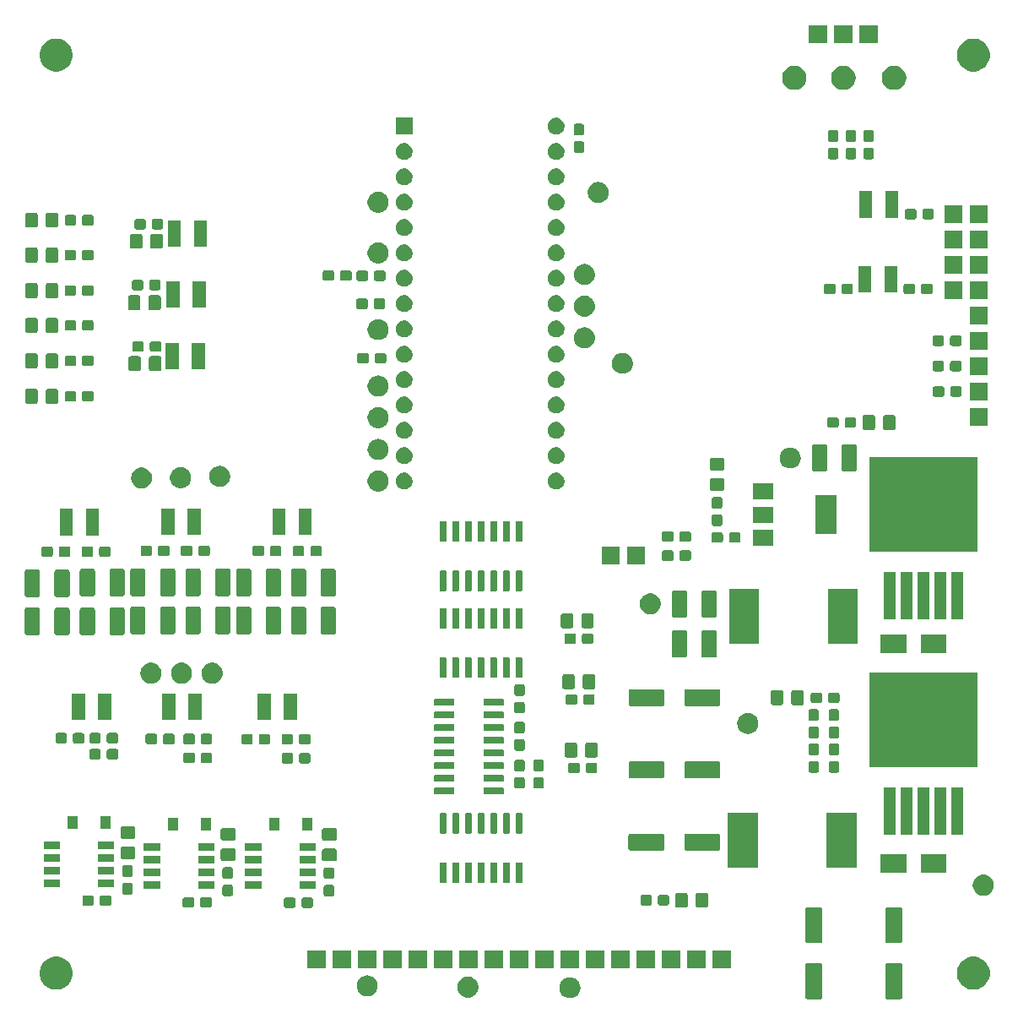
<source format=gbr>
G04 #@! TF.GenerationSoftware,KiCad,Pcbnew,(5.1.5)-3*
G04 #@! TF.CreationDate,2021-09-15T23:35:39+03:00*
G04 #@! TF.ProjectId,PowerPCB,506f7765-7250-4434-922e-6b696361645f,3 Under Design*
G04 #@! TF.SameCoordinates,PX6dac2c0PY8583b00*
G04 #@! TF.FileFunction,Soldermask,Top*
G04 #@! TF.FilePolarity,Negative*
%FSLAX46Y46*%
G04 Gerber Fmt 4.6, Leading zero omitted, Abs format (unit mm)*
G04 Created by KiCad (PCBNEW (5.1.5)-3) date 2021-09-15 23:35:39*
%MOMM*%
%LPD*%
G04 APERTURE LIST*
%ADD10C,0.100000*%
G04 APERTURE END LIST*
D10*
G36*
X205692190Y4996736D02*
G01*
X205729086Y4985544D01*
X205763098Y4967364D01*
X205792903Y4942903D01*
X205817364Y4913098D01*
X205835544Y4879086D01*
X205846736Y4842190D01*
X205851000Y4798895D01*
X205851000Y1601105D01*
X205846736Y1557810D01*
X205835544Y1520914D01*
X205817364Y1486902D01*
X205792903Y1457097D01*
X205763098Y1432636D01*
X205729086Y1414456D01*
X205692190Y1403264D01*
X205648895Y1399000D01*
X204351105Y1399000D01*
X204307810Y1403264D01*
X204270914Y1414456D01*
X204236902Y1432636D01*
X204207097Y1457097D01*
X204182636Y1486902D01*
X204164456Y1520914D01*
X204153264Y1557810D01*
X204149000Y1601105D01*
X204149000Y4798895D01*
X204153264Y4842190D01*
X204164456Y4879086D01*
X204182636Y4913098D01*
X204207097Y4942903D01*
X204236902Y4967364D01*
X204270914Y4985544D01*
X204307810Y4996736D01*
X204351105Y5001000D01*
X205648895Y5001000D01*
X205692190Y4996736D01*
G37*
G36*
X197692190Y4996736D02*
G01*
X197729086Y4985544D01*
X197763098Y4967364D01*
X197792903Y4942903D01*
X197817364Y4913098D01*
X197835544Y4879086D01*
X197846736Y4842190D01*
X197851000Y4798895D01*
X197851000Y1601105D01*
X197846736Y1557810D01*
X197835544Y1520914D01*
X197817364Y1486902D01*
X197792903Y1457097D01*
X197763098Y1432636D01*
X197729086Y1414456D01*
X197692190Y1403264D01*
X197648895Y1399000D01*
X196351105Y1399000D01*
X196307810Y1403264D01*
X196270914Y1414456D01*
X196236902Y1432636D01*
X196207097Y1457097D01*
X196182636Y1486902D01*
X196164456Y1520914D01*
X196153264Y1557810D01*
X196149000Y1601105D01*
X196149000Y4798895D01*
X196153264Y4842190D01*
X196164456Y4879086D01*
X196182636Y4913098D01*
X196207097Y4942903D01*
X196236902Y4967364D01*
X196270914Y4985544D01*
X196307810Y4996736D01*
X196351105Y5001000D01*
X197648895Y5001000D01*
X197692190Y4996736D01*
G37*
G36*
X172714234Y3574844D02*
G01*
X172836068Y3550610D01*
X172966058Y3496766D01*
X173027335Y3471384D01*
X173199473Y3356365D01*
X173345865Y3209973D01*
X173460884Y3037835D01*
X173486266Y2976558D01*
X173540110Y2846568D01*
X173564344Y2724734D01*
X173580500Y2643514D01*
X173580500Y2436486D01*
X173575718Y2412448D01*
X173540110Y2233432D01*
X173487186Y2105665D01*
X173460884Y2042165D01*
X173460883Y2042164D01*
X173345866Y1870028D01*
X173199472Y1723634D01*
X173133420Y1679500D01*
X173027335Y1608616D01*
X172966058Y1583234D01*
X172836068Y1529390D01*
X172714234Y1505156D01*
X172633014Y1489000D01*
X172425986Y1489000D01*
X172344766Y1505156D01*
X172222932Y1529390D01*
X172092942Y1583234D01*
X172031665Y1608616D01*
X171925580Y1679500D01*
X171859528Y1723634D01*
X171713134Y1870028D01*
X171598117Y2042164D01*
X171598116Y2042165D01*
X171571814Y2105665D01*
X171518890Y2233432D01*
X171483282Y2412448D01*
X171478500Y2436486D01*
X171478500Y2643514D01*
X171494656Y2724734D01*
X171518890Y2846568D01*
X171572734Y2976558D01*
X171598116Y3037835D01*
X171713135Y3209973D01*
X171859527Y3356365D01*
X172031665Y3471384D01*
X172092942Y3496766D01*
X172222932Y3550610D01*
X172344766Y3574844D01*
X172425986Y3591000D01*
X172633014Y3591000D01*
X172714234Y3574844D01*
G37*
G36*
X162490734Y3638344D02*
G01*
X162612568Y3614110D01*
X162742558Y3560266D01*
X162803835Y3534884D01*
X162975973Y3419865D01*
X163122365Y3273473D01*
X163237384Y3101335D01*
X163262766Y3040058D01*
X163316610Y2910068D01*
X163357000Y2707012D01*
X163357000Y2499988D01*
X163316610Y2296932D01*
X163262766Y2166942D01*
X163237384Y2105665D01*
X163122365Y1933527D01*
X162975973Y1787135D01*
X162803835Y1672116D01*
X162742558Y1646734D01*
X162612568Y1592890D01*
X162490734Y1568656D01*
X162409514Y1552500D01*
X162202486Y1552500D01*
X162121266Y1568656D01*
X161999432Y1592890D01*
X161869442Y1646734D01*
X161808165Y1672116D01*
X161636027Y1787135D01*
X161489635Y1933527D01*
X161374616Y2105665D01*
X161349234Y2166942D01*
X161295390Y2296932D01*
X161255000Y2499988D01*
X161255000Y2707012D01*
X161295390Y2910068D01*
X161349234Y3040058D01*
X161374616Y3101335D01*
X161489635Y3273473D01*
X161636027Y3419865D01*
X161808165Y3534884D01*
X161869442Y3560266D01*
X161999432Y3614110D01*
X162121266Y3638344D01*
X162202486Y3654500D01*
X162409514Y3654500D01*
X162490734Y3638344D01*
G37*
G36*
X152381534Y3765344D02*
G01*
X152503368Y3741110D01*
X152633358Y3687266D01*
X152694635Y3661884D01*
X152766134Y3614110D01*
X152866772Y3546866D01*
X153013166Y3400472D01*
X153042637Y3356365D01*
X153128184Y3228335D01*
X153135790Y3209972D01*
X153207410Y3037068D01*
X153225216Y2947549D01*
X153245303Y2846568D01*
X153247800Y2834012D01*
X153247800Y2626988D01*
X153207410Y2423932D01*
X153154805Y2296935D01*
X153128184Y2232665D01*
X153013165Y2060527D01*
X152866773Y1914135D01*
X152694635Y1799116D01*
X152633358Y1773734D01*
X152503368Y1719890D01*
X152381534Y1695656D01*
X152300314Y1679500D01*
X152093286Y1679500D01*
X152012066Y1695656D01*
X151890232Y1719890D01*
X151760242Y1773734D01*
X151698965Y1799116D01*
X151526827Y1914135D01*
X151380435Y2060527D01*
X151265416Y2232665D01*
X151238795Y2296935D01*
X151186190Y2423932D01*
X151145800Y2626988D01*
X151145800Y2834012D01*
X151148298Y2846568D01*
X151168384Y2947549D01*
X151186190Y3037068D01*
X151257810Y3209972D01*
X151265416Y3228335D01*
X151350963Y3356365D01*
X151380434Y3400472D01*
X151526828Y3546866D01*
X151627466Y3614110D01*
X151698965Y3661884D01*
X151760242Y3687266D01*
X151890232Y3741110D01*
X152012066Y3765344D01*
X152093286Y3781500D01*
X152300314Y3781500D01*
X152381534Y3765344D01*
G37*
G36*
X213481579Y5587553D02*
G01*
X213782042Y5463097D01*
X214052451Y5282415D01*
X214282415Y5052451D01*
X214463097Y4782042D01*
X214587553Y4481579D01*
X214651000Y4162609D01*
X214651000Y3837391D01*
X214587553Y3518421D01*
X214463097Y3217958D01*
X214282415Y2947549D01*
X214052451Y2717585D01*
X213782042Y2536903D01*
X213481579Y2412447D01*
X213162609Y2349000D01*
X212837391Y2349000D01*
X212518421Y2412447D01*
X212217958Y2536903D01*
X211947549Y2717585D01*
X211717585Y2947549D01*
X211536903Y3217958D01*
X211412447Y3518421D01*
X211349000Y3837391D01*
X211349000Y4162609D01*
X211412447Y4481579D01*
X211536903Y4782042D01*
X211717585Y5052451D01*
X211947549Y5282415D01*
X212217958Y5463097D01*
X212518421Y5587553D01*
X212837391Y5651000D01*
X213162609Y5651000D01*
X213481579Y5587553D01*
G37*
G36*
X121481579Y5587553D02*
G01*
X121782042Y5463097D01*
X122052451Y5282415D01*
X122282415Y5052451D01*
X122463097Y4782042D01*
X122587553Y4481579D01*
X122651000Y4162609D01*
X122651000Y3837391D01*
X122587553Y3518421D01*
X122463097Y3217958D01*
X122282415Y2947549D01*
X122052451Y2717585D01*
X121782042Y2536903D01*
X121481579Y2412447D01*
X121162609Y2349000D01*
X120837391Y2349000D01*
X120518421Y2412447D01*
X120217958Y2536903D01*
X119947549Y2717585D01*
X119717585Y2947549D01*
X119536903Y3217958D01*
X119412447Y3518421D01*
X119349000Y3837391D01*
X119349000Y4162609D01*
X119412447Y4481579D01*
X119536903Y4782042D01*
X119717585Y5052451D01*
X119947549Y5282415D01*
X120217958Y5463097D01*
X120518421Y5587553D01*
X120837391Y5651000D01*
X121162609Y5651000D01*
X121481579Y5587553D01*
G37*
G36*
X150569000Y4479000D02*
G01*
X148767000Y4479000D01*
X148767000Y6281000D01*
X150569000Y6281000D01*
X150569000Y4479000D01*
G37*
G36*
X168349000Y4479000D02*
G01*
X166547000Y4479000D01*
X166547000Y6281000D01*
X168349000Y6281000D01*
X168349000Y4479000D01*
G37*
G36*
X173429000Y4479000D02*
G01*
X171627000Y4479000D01*
X171627000Y6281000D01*
X173429000Y6281000D01*
X173429000Y4479000D01*
G37*
G36*
X153109000Y4479000D02*
G01*
X151307000Y4479000D01*
X151307000Y6281000D01*
X153109000Y6281000D01*
X153109000Y4479000D01*
G37*
G36*
X158189000Y4479000D02*
G01*
X156387000Y4479000D01*
X156387000Y6281000D01*
X158189000Y6281000D01*
X158189000Y4479000D01*
G37*
G36*
X163269000Y4479000D02*
G01*
X161467000Y4479000D01*
X161467000Y6281000D01*
X163269000Y6281000D01*
X163269000Y4479000D01*
G37*
G36*
X170889000Y4479000D02*
G01*
X169087000Y4479000D01*
X169087000Y6281000D01*
X170889000Y6281000D01*
X170889000Y4479000D01*
G37*
G36*
X160729000Y4479000D02*
G01*
X158927000Y4479000D01*
X158927000Y6281000D01*
X160729000Y6281000D01*
X160729000Y4479000D01*
G37*
G36*
X165809000Y4479000D02*
G01*
X164007000Y4479000D01*
X164007000Y6281000D01*
X165809000Y6281000D01*
X165809000Y4479000D01*
G37*
G36*
X148029000Y4479000D02*
G01*
X146227000Y4479000D01*
X146227000Y6281000D01*
X148029000Y6281000D01*
X148029000Y4479000D01*
G37*
G36*
X188669000Y4479000D02*
G01*
X186867000Y4479000D01*
X186867000Y6281000D01*
X188669000Y6281000D01*
X188669000Y4479000D01*
G37*
G36*
X186129000Y4479000D02*
G01*
X184327000Y4479000D01*
X184327000Y6281000D01*
X186129000Y6281000D01*
X186129000Y4479000D01*
G37*
G36*
X183589000Y4479000D02*
G01*
X181787000Y4479000D01*
X181787000Y6281000D01*
X183589000Y6281000D01*
X183589000Y4479000D01*
G37*
G36*
X181049000Y4479000D02*
G01*
X179247000Y4479000D01*
X179247000Y6281000D01*
X181049000Y6281000D01*
X181049000Y4479000D01*
G37*
G36*
X178509000Y4479000D02*
G01*
X176707000Y4479000D01*
X176707000Y6281000D01*
X178509000Y6281000D01*
X178509000Y4479000D01*
G37*
G36*
X175969000Y4479000D02*
G01*
X174167000Y4479000D01*
X174167000Y6281000D01*
X175969000Y6281000D01*
X175969000Y4479000D01*
G37*
G36*
X155649000Y4479000D02*
G01*
X153847000Y4479000D01*
X153847000Y6281000D01*
X155649000Y6281000D01*
X155649000Y4479000D01*
G37*
G36*
X197692190Y10596736D02*
G01*
X197729086Y10585544D01*
X197763098Y10567364D01*
X197792903Y10542903D01*
X197817364Y10513098D01*
X197835544Y10479086D01*
X197846736Y10442190D01*
X197851000Y10398895D01*
X197851000Y7201105D01*
X197846736Y7157810D01*
X197835544Y7120914D01*
X197817364Y7086902D01*
X197792903Y7057097D01*
X197763098Y7032636D01*
X197729086Y7014456D01*
X197692190Y7003264D01*
X197648895Y6999000D01*
X196351105Y6999000D01*
X196307810Y7003264D01*
X196270914Y7014456D01*
X196236902Y7032636D01*
X196207097Y7057097D01*
X196182636Y7086902D01*
X196164456Y7120914D01*
X196153264Y7157810D01*
X196149000Y7201105D01*
X196149000Y10398895D01*
X196153264Y10442190D01*
X196164456Y10479086D01*
X196182636Y10513098D01*
X196207097Y10542903D01*
X196236902Y10567364D01*
X196270914Y10585544D01*
X196307810Y10596736D01*
X196351105Y10601000D01*
X197648895Y10601000D01*
X197692190Y10596736D01*
G37*
G36*
X205692190Y10596736D02*
G01*
X205729086Y10585544D01*
X205763098Y10567364D01*
X205792903Y10542903D01*
X205817364Y10513098D01*
X205835544Y10479086D01*
X205846736Y10442190D01*
X205851000Y10398895D01*
X205851000Y7201105D01*
X205846736Y7157810D01*
X205835544Y7120914D01*
X205817364Y7086902D01*
X205792903Y7057097D01*
X205763098Y7032636D01*
X205729086Y7014456D01*
X205692190Y7003264D01*
X205648895Y6999000D01*
X204351105Y6999000D01*
X204307810Y7003264D01*
X204270914Y7014456D01*
X204236902Y7032636D01*
X204207097Y7057097D01*
X204182636Y7086902D01*
X204164456Y7120914D01*
X204153264Y7157810D01*
X204149000Y7201105D01*
X204149000Y10398895D01*
X204153264Y10442190D01*
X204164456Y10479086D01*
X204182636Y10513098D01*
X204207097Y10542903D01*
X204236902Y10567364D01*
X204270914Y10585544D01*
X204307810Y10596736D01*
X204351105Y10601000D01*
X205648895Y10601000D01*
X205692190Y10596736D01*
G37*
G36*
X146582861Y11594432D02*
G01*
X146622729Y11582338D01*
X146659466Y11562702D01*
X146691672Y11536272D01*
X146718102Y11504066D01*
X146737738Y11467329D01*
X146749832Y11427461D01*
X146754400Y11381083D01*
X146754400Y10764917D01*
X146749832Y10718539D01*
X146737738Y10678671D01*
X146718102Y10641934D01*
X146691672Y10609728D01*
X146659466Y10583298D01*
X146622729Y10563662D01*
X146582861Y10551568D01*
X146536483Y10547000D01*
X145820317Y10547000D01*
X145773939Y10551568D01*
X145734071Y10563662D01*
X145697334Y10583298D01*
X145665128Y10609728D01*
X145638698Y10641934D01*
X145619062Y10678671D01*
X145606968Y10718539D01*
X145602400Y10764917D01*
X145602400Y11381083D01*
X145606968Y11427461D01*
X145619062Y11467329D01*
X145638698Y11504066D01*
X145665128Y11536272D01*
X145697334Y11562702D01*
X145734071Y11582338D01*
X145773939Y11594432D01*
X145820317Y11599000D01*
X146536483Y11599000D01*
X146582861Y11594432D01*
G37*
G36*
X144832861Y11594432D02*
G01*
X144872729Y11582338D01*
X144909466Y11562702D01*
X144941672Y11536272D01*
X144968102Y11504066D01*
X144987738Y11467329D01*
X144999832Y11427461D01*
X145004400Y11381083D01*
X145004400Y10764917D01*
X144999832Y10718539D01*
X144987738Y10678671D01*
X144968102Y10641934D01*
X144941672Y10609728D01*
X144909466Y10583298D01*
X144872729Y10563662D01*
X144832861Y10551568D01*
X144786483Y10547000D01*
X144070317Y10547000D01*
X144023939Y10551568D01*
X143984071Y10563662D01*
X143947334Y10583298D01*
X143915128Y10609728D01*
X143888698Y10641934D01*
X143869062Y10678671D01*
X143856968Y10718539D01*
X143852400Y10764917D01*
X143852400Y11381083D01*
X143856968Y11427461D01*
X143869062Y11467329D01*
X143888698Y11504066D01*
X143915128Y11536272D01*
X143947334Y11562702D01*
X143984071Y11582338D01*
X144023939Y11594432D01*
X144070317Y11599000D01*
X144786483Y11599000D01*
X144832861Y11594432D01*
G37*
G36*
X184167721Y12063783D02*
G01*
X184208091Y12051536D01*
X184245287Y12031655D01*
X184277895Y12004895D01*
X184304655Y11972287D01*
X184324536Y11935091D01*
X184336783Y11894721D01*
X184341400Y11847841D01*
X184341400Y10786959D01*
X184336783Y10740079D01*
X184324536Y10699709D01*
X184304655Y10662513D01*
X184277895Y10629905D01*
X184245287Y10603145D01*
X184208091Y10583264D01*
X184167721Y10571017D01*
X184120841Y10566400D01*
X183309959Y10566400D01*
X183263079Y10571017D01*
X183222709Y10583264D01*
X183185513Y10603145D01*
X183152905Y10629905D01*
X183126145Y10662513D01*
X183106264Y10699709D01*
X183094017Y10740079D01*
X183089400Y10786959D01*
X183089400Y11847841D01*
X183094017Y11894721D01*
X183106264Y11935091D01*
X183126145Y11972287D01*
X183152905Y12004895D01*
X183185513Y12031655D01*
X183222709Y12051536D01*
X183263079Y12063783D01*
X183309959Y12068400D01*
X184120841Y12068400D01*
X184167721Y12063783D01*
G37*
G36*
X186217721Y12063783D02*
G01*
X186258091Y12051536D01*
X186295287Y12031655D01*
X186327895Y12004895D01*
X186354655Y11972287D01*
X186374536Y11935091D01*
X186386783Y11894721D01*
X186391400Y11847841D01*
X186391400Y10786959D01*
X186386783Y10740079D01*
X186374536Y10699709D01*
X186354655Y10662513D01*
X186327895Y10629905D01*
X186295287Y10603145D01*
X186258091Y10583264D01*
X186217721Y10571017D01*
X186170841Y10566400D01*
X185359959Y10566400D01*
X185313079Y10571017D01*
X185272709Y10583264D01*
X185235513Y10603145D01*
X185202905Y10629905D01*
X185176145Y10662513D01*
X185156264Y10699709D01*
X185144017Y10740079D01*
X185139400Y10786959D01*
X185139400Y11847841D01*
X185144017Y11894721D01*
X185156264Y11935091D01*
X185176145Y11972287D01*
X185202905Y12004895D01*
X185235513Y12031655D01*
X185272709Y12051536D01*
X185313079Y12063783D01*
X185359959Y12068400D01*
X186170841Y12068400D01*
X186217721Y12063783D01*
G37*
G36*
X136422861Y11619832D02*
G01*
X136462729Y11607738D01*
X136499466Y11588102D01*
X136531672Y11561672D01*
X136558102Y11529466D01*
X136577738Y11492729D01*
X136589832Y11452861D01*
X136594400Y11406483D01*
X136594400Y10790317D01*
X136589832Y10743939D01*
X136577738Y10704071D01*
X136558102Y10667334D01*
X136531672Y10635128D01*
X136499466Y10608698D01*
X136462729Y10589062D01*
X136422861Y10576968D01*
X136376483Y10572400D01*
X135660317Y10572400D01*
X135613939Y10576968D01*
X135574071Y10589062D01*
X135537334Y10608698D01*
X135505128Y10635128D01*
X135478698Y10667334D01*
X135459062Y10704071D01*
X135446968Y10743939D01*
X135442400Y10790317D01*
X135442400Y11406483D01*
X135446968Y11452861D01*
X135459062Y11492729D01*
X135478698Y11529466D01*
X135505128Y11561672D01*
X135537334Y11588102D01*
X135574071Y11607738D01*
X135613939Y11619832D01*
X135660317Y11624400D01*
X136376483Y11624400D01*
X136422861Y11619832D01*
G37*
G36*
X134672861Y11619832D02*
G01*
X134712729Y11607738D01*
X134749466Y11588102D01*
X134781672Y11561672D01*
X134808102Y11529466D01*
X134827738Y11492729D01*
X134839832Y11452861D01*
X134844400Y11406483D01*
X134844400Y10790317D01*
X134839832Y10743939D01*
X134827738Y10704071D01*
X134808102Y10667334D01*
X134781672Y10635128D01*
X134749466Y10608698D01*
X134712729Y10589062D01*
X134672861Y10576968D01*
X134626483Y10572400D01*
X133910317Y10572400D01*
X133863939Y10576968D01*
X133824071Y10589062D01*
X133787334Y10608698D01*
X133755128Y10635128D01*
X133728698Y10667334D01*
X133709062Y10704071D01*
X133696968Y10743939D01*
X133692400Y10790317D01*
X133692400Y11406483D01*
X133696968Y11452861D01*
X133709062Y11492729D01*
X133728698Y11529466D01*
X133755128Y11561672D01*
X133787334Y11588102D01*
X133824071Y11607738D01*
X133863939Y11619832D01*
X133910317Y11624400D01*
X134626483Y11624400D01*
X134672861Y11619832D01*
G37*
G36*
X126364461Y11797632D02*
G01*
X126404329Y11785538D01*
X126441066Y11765902D01*
X126473272Y11739472D01*
X126499702Y11707266D01*
X126519338Y11670529D01*
X126531432Y11630661D01*
X126536000Y11584283D01*
X126536000Y10968117D01*
X126531432Y10921739D01*
X126519338Y10881871D01*
X126499702Y10845134D01*
X126473272Y10812928D01*
X126441066Y10786498D01*
X126404329Y10766862D01*
X126364461Y10754768D01*
X126318083Y10750200D01*
X125601917Y10750200D01*
X125555539Y10754768D01*
X125515671Y10766862D01*
X125478934Y10786498D01*
X125446728Y10812928D01*
X125420298Y10845134D01*
X125400662Y10881871D01*
X125388568Y10921739D01*
X125384000Y10968117D01*
X125384000Y11584283D01*
X125388568Y11630661D01*
X125400662Y11670529D01*
X125420298Y11707266D01*
X125446728Y11739472D01*
X125478934Y11765902D01*
X125515671Y11785538D01*
X125555539Y11797632D01*
X125601917Y11802200D01*
X126318083Y11802200D01*
X126364461Y11797632D01*
G37*
G36*
X124614461Y11797632D02*
G01*
X124654329Y11785538D01*
X124691066Y11765902D01*
X124723272Y11739472D01*
X124749702Y11707266D01*
X124769338Y11670529D01*
X124781432Y11630661D01*
X124786000Y11584283D01*
X124786000Y10968117D01*
X124781432Y10921739D01*
X124769338Y10881871D01*
X124749702Y10845134D01*
X124723272Y10812928D01*
X124691066Y10786498D01*
X124654329Y10766862D01*
X124614461Y10754768D01*
X124568083Y10750200D01*
X123851917Y10750200D01*
X123805539Y10754768D01*
X123765671Y10766862D01*
X123728934Y10786498D01*
X123696728Y10812928D01*
X123670298Y10845134D01*
X123650662Y10881871D01*
X123638568Y10921739D01*
X123634000Y10968117D01*
X123634000Y11584283D01*
X123638568Y11630661D01*
X123650662Y11670529D01*
X123670298Y11707266D01*
X123696728Y11739472D01*
X123728934Y11765902D01*
X123765671Y11785538D01*
X123805539Y11797632D01*
X123851917Y11802200D01*
X124568083Y11802200D01*
X124614461Y11797632D01*
G37*
G36*
X182319861Y11838832D02*
G01*
X182359729Y11826738D01*
X182396466Y11807102D01*
X182428672Y11780672D01*
X182455102Y11748466D01*
X182474738Y11711729D01*
X182486832Y11671861D01*
X182491400Y11625483D01*
X182491400Y11009317D01*
X182486832Y10962939D01*
X182474738Y10923071D01*
X182455102Y10886334D01*
X182428672Y10854128D01*
X182396466Y10827698D01*
X182359729Y10808062D01*
X182319861Y10795968D01*
X182273483Y10791400D01*
X181557317Y10791400D01*
X181510939Y10795968D01*
X181471071Y10808062D01*
X181434334Y10827698D01*
X181402128Y10854128D01*
X181375698Y10886334D01*
X181356062Y10923071D01*
X181343968Y10962939D01*
X181339400Y11009317D01*
X181339400Y11625483D01*
X181343968Y11671861D01*
X181356062Y11711729D01*
X181375698Y11748466D01*
X181402128Y11780672D01*
X181434334Y11807102D01*
X181471071Y11826738D01*
X181510939Y11838832D01*
X181557317Y11843400D01*
X182273483Y11843400D01*
X182319861Y11838832D01*
G37*
G36*
X180569861Y11838832D02*
G01*
X180609729Y11826738D01*
X180646466Y11807102D01*
X180678672Y11780672D01*
X180705102Y11748466D01*
X180724738Y11711729D01*
X180736832Y11671861D01*
X180741400Y11625483D01*
X180741400Y11009317D01*
X180736832Y10962939D01*
X180724738Y10923071D01*
X180705102Y10886334D01*
X180678672Y10854128D01*
X180646466Y10827698D01*
X180609729Y10808062D01*
X180569861Y10795968D01*
X180523483Y10791400D01*
X179807317Y10791400D01*
X179760939Y10795968D01*
X179721071Y10808062D01*
X179684334Y10827698D01*
X179652128Y10854128D01*
X179625698Y10886334D01*
X179606062Y10923071D01*
X179593968Y10962939D01*
X179589400Y11009317D01*
X179589400Y11625483D01*
X179593968Y11671861D01*
X179606062Y11711729D01*
X179625698Y11748466D01*
X179652128Y11780672D01*
X179684334Y11807102D01*
X179721071Y11826738D01*
X179760939Y11838832D01*
X179807317Y11843400D01*
X180523483Y11843400D01*
X180569861Y11838832D01*
G37*
G36*
X148717261Y12840832D02*
G01*
X148757129Y12828738D01*
X148793866Y12809102D01*
X148826072Y12782672D01*
X148852502Y12750466D01*
X148872138Y12713729D01*
X148884232Y12673861D01*
X148888800Y12627483D01*
X148888800Y11911317D01*
X148884232Y11864939D01*
X148872138Y11825071D01*
X148852502Y11788334D01*
X148826072Y11756128D01*
X148793866Y11729698D01*
X148757129Y11710062D01*
X148717261Y11697968D01*
X148670883Y11693400D01*
X148054717Y11693400D01*
X148008339Y11697968D01*
X147968471Y11710062D01*
X147931734Y11729698D01*
X147899528Y11756128D01*
X147873098Y11788334D01*
X147853462Y11825071D01*
X147841368Y11864939D01*
X147836800Y11911317D01*
X147836800Y12627483D01*
X147841368Y12673861D01*
X147853462Y12713729D01*
X147873098Y12750466D01*
X147899528Y12782672D01*
X147931734Y12809102D01*
X147968471Y12828738D01*
X148008339Y12840832D01*
X148054717Y12845400D01*
X148670883Y12845400D01*
X148717261Y12840832D01*
G37*
G36*
X138557261Y12866232D02*
G01*
X138597129Y12854138D01*
X138633866Y12834502D01*
X138666072Y12808072D01*
X138692502Y12775866D01*
X138712138Y12739129D01*
X138724232Y12699261D01*
X138728800Y12652883D01*
X138728800Y11936717D01*
X138724232Y11890339D01*
X138712138Y11850471D01*
X138692502Y11813734D01*
X138666072Y11781528D01*
X138633866Y11755098D01*
X138597129Y11735462D01*
X138557261Y11723368D01*
X138510883Y11718800D01*
X137894717Y11718800D01*
X137848339Y11723368D01*
X137808471Y11735462D01*
X137771734Y11755098D01*
X137739528Y11781528D01*
X137713098Y11813734D01*
X137693462Y11850471D01*
X137681368Y11890339D01*
X137676800Y11936717D01*
X137676800Y12652883D01*
X137681368Y12699261D01*
X137693462Y12739129D01*
X137713098Y12775866D01*
X137739528Y12808072D01*
X137771734Y12834502D01*
X137808471Y12854138D01*
X137848339Y12866232D01*
X137894717Y12870800D01*
X138510883Y12870800D01*
X138557261Y12866232D01*
G37*
G36*
X214179734Y13861844D02*
G01*
X214301568Y13837610D01*
X214431558Y13783766D01*
X214492835Y13758384D01*
X214578904Y13700874D01*
X214664972Y13643366D01*
X214811366Y13496972D01*
X214836028Y13460062D01*
X214926384Y13324835D01*
X214951766Y13263558D01*
X215005610Y13133568D01*
X215022613Y13048086D01*
X215041395Y12953666D01*
X215046000Y12930512D01*
X215046000Y12723488D01*
X215005610Y12520432D01*
X214951766Y12390442D01*
X214926384Y12329165D01*
X214926383Y12329164D01*
X214811366Y12157028D01*
X214664972Y12010634D01*
X214609593Y11973631D01*
X214492835Y11895616D01*
X214457920Y11881154D01*
X214301568Y11816390D01*
X214198210Y11795831D01*
X214098514Y11776000D01*
X213891486Y11776000D01*
X213791790Y11795831D01*
X213688432Y11816390D01*
X213532080Y11881154D01*
X213497165Y11895616D01*
X213380407Y11973631D01*
X213325028Y12010634D01*
X213178634Y12157028D01*
X213063617Y12329164D01*
X213063616Y12329165D01*
X213038234Y12390442D01*
X212984390Y12520432D01*
X212944000Y12723488D01*
X212944000Y12930512D01*
X212948606Y12953666D01*
X212967387Y13048086D01*
X212984390Y13133568D01*
X213038234Y13263558D01*
X213063616Y13324835D01*
X213153972Y13460062D01*
X213178634Y13496972D01*
X213325028Y13643366D01*
X213411096Y13700875D01*
X213497165Y13758384D01*
X213558442Y13783766D01*
X213688432Y13837610D01*
X213810266Y13861844D01*
X213891486Y13878000D01*
X214098514Y13878000D01*
X214179734Y13861844D01*
G37*
G36*
X128498861Y13044032D02*
G01*
X128538729Y13031938D01*
X128575466Y13012302D01*
X128607672Y12985872D01*
X128634102Y12953666D01*
X128653738Y12916929D01*
X128665832Y12877061D01*
X128670400Y12830683D01*
X128670400Y12114517D01*
X128665832Y12068139D01*
X128653738Y12028271D01*
X128634102Y11991534D01*
X128607672Y11959328D01*
X128575466Y11932898D01*
X128538729Y11913262D01*
X128498861Y11901168D01*
X128452483Y11896600D01*
X127836317Y11896600D01*
X127789939Y11901168D01*
X127750071Y11913262D01*
X127713334Y11932898D01*
X127681128Y11959328D01*
X127654698Y11991534D01*
X127635062Y12028271D01*
X127622968Y12068139D01*
X127618400Y12114517D01*
X127618400Y12830683D01*
X127622968Y12877061D01*
X127635062Y12916929D01*
X127654698Y12953666D01*
X127681128Y12985872D01*
X127713334Y13012302D01*
X127750071Y13031938D01*
X127789939Y13044032D01*
X127836317Y13048600D01*
X128452483Y13048600D01*
X128498861Y13044032D01*
G37*
G36*
X147011500Y12449600D02*
G01*
X145384500Y12449600D01*
X145384500Y13201600D01*
X147011500Y13201600D01*
X147011500Y12449600D01*
G37*
G36*
X141587500Y12449600D02*
G01*
X139960500Y12449600D01*
X139960500Y13201600D01*
X141587500Y13201600D01*
X141587500Y12449600D01*
G37*
G36*
X136851500Y12475000D02*
G01*
X135224500Y12475000D01*
X135224500Y13227000D01*
X136851500Y13227000D01*
X136851500Y12475000D01*
G37*
G36*
X131427500Y12475000D02*
G01*
X129800500Y12475000D01*
X129800500Y13227000D01*
X131427500Y13227000D01*
X131427500Y12475000D01*
G37*
G36*
X126793100Y12652800D02*
G01*
X125166100Y12652800D01*
X125166100Y13404800D01*
X126793100Y13404800D01*
X126793100Y12652800D01*
G37*
G36*
X121369100Y12652800D02*
G01*
X119742100Y12652800D01*
X119742100Y13404800D01*
X121369100Y13404800D01*
X121369100Y12652800D01*
G37*
G36*
X160066688Y15094314D02*
G01*
X160090141Y15087200D01*
X160111756Y15075647D01*
X160130700Y15060100D01*
X160146247Y15041156D01*
X160157800Y15019541D01*
X160164914Y14996088D01*
X160167800Y14966792D01*
X160167800Y13175608D01*
X160164914Y13146312D01*
X160157800Y13122859D01*
X160146247Y13101244D01*
X160130700Y13082300D01*
X160111756Y13066753D01*
X160090141Y13055200D01*
X160066688Y13048086D01*
X160037392Y13045200D01*
X159596208Y13045200D01*
X159566912Y13048086D01*
X159543459Y13055200D01*
X159521844Y13066753D01*
X159502900Y13082300D01*
X159487353Y13101244D01*
X159475800Y13122859D01*
X159468686Y13146312D01*
X159465800Y13175608D01*
X159465800Y14966792D01*
X159468686Y14996088D01*
X159475800Y15019541D01*
X159487353Y15041156D01*
X159502900Y15060100D01*
X159521844Y15075647D01*
X159543459Y15087200D01*
X159566912Y15094314D01*
X159596208Y15097200D01*
X160037392Y15097200D01*
X160066688Y15094314D01*
G37*
G36*
X167686688Y15094314D02*
G01*
X167710141Y15087200D01*
X167731756Y15075647D01*
X167750700Y15060100D01*
X167766247Y15041156D01*
X167777800Y15019541D01*
X167784914Y14996088D01*
X167787800Y14966792D01*
X167787800Y13175608D01*
X167784914Y13146312D01*
X167777800Y13122859D01*
X167766247Y13101244D01*
X167750700Y13082300D01*
X167731756Y13066753D01*
X167710141Y13055200D01*
X167686688Y13048086D01*
X167657392Y13045200D01*
X167216208Y13045200D01*
X167186912Y13048086D01*
X167163459Y13055200D01*
X167141844Y13066753D01*
X167122900Y13082300D01*
X167107353Y13101244D01*
X167095800Y13122859D01*
X167088686Y13146312D01*
X167085800Y13175608D01*
X167085800Y14966792D01*
X167088686Y14996088D01*
X167095800Y15019541D01*
X167107353Y15041156D01*
X167122900Y15060100D01*
X167141844Y15075647D01*
X167163459Y15087200D01*
X167186912Y15094314D01*
X167216208Y15097200D01*
X167657392Y15097200D01*
X167686688Y15094314D01*
G37*
G36*
X166416688Y15094314D02*
G01*
X166440141Y15087200D01*
X166461756Y15075647D01*
X166480700Y15060100D01*
X166496247Y15041156D01*
X166507800Y15019541D01*
X166514914Y14996088D01*
X166517800Y14966792D01*
X166517800Y13175608D01*
X166514914Y13146312D01*
X166507800Y13122859D01*
X166496247Y13101244D01*
X166480700Y13082300D01*
X166461756Y13066753D01*
X166440141Y13055200D01*
X166416688Y13048086D01*
X166387392Y13045200D01*
X165946208Y13045200D01*
X165916912Y13048086D01*
X165893459Y13055200D01*
X165871844Y13066753D01*
X165852900Y13082300D01*
X165837353Y13101244D01*
X165825800Y13122859D01*
X165818686Y13146312D01*
X165815800Y13175608D01*
X165815800Y14966792D01*
X165818686Y14996088D01*
X165825800Y15019541D01*
X165837353Y15041156D01*
X165852900Y15060100D01*
X165871844Y15075647D01*
X165893459Y15087200D01*
X165916912Y15094314D01*
X165946208Y15097200D01*
X166387392Y15097200D01*
X166416688Y15094314D01*
G37*
G36*
X165146688Y15094314D02*
G01*
X165170141Y15087200D01*
X165191756Y15075647D01*
X165210700Y15060100D01*
X165226247Y15041156D01*
X165237800Y15019541D01*
X165244914Y14996088D01*
X165247800Y14966792D01*
X165247800Y13175608D01*
X165244914Y13146312D01*
X165237800Y13122859D01*
X165226247Y13101244D01*
X165210700Y13082300D01*
X165191756Y13066753D01*
X165170141Y13055200D01*
X165146688Y13048086D01*
X165117392Y13045200D01*
X164676208Y13045200D01*
X164646912Y13048086D01*
X164623459Y13055200D01*
X164601844Y13066753D01*
X164582900Y13082300D01*
X164567353Y13101244D01*
X164555800Y13122859D01*
X164548686Y13146312D01*
X164545800Y13175608D01*
X164545800Y14966792D01*
X164548686Y14996088D01*
X164555800Y15019541D01*
X164567353Y15041156D01*
X164582900Y15060100D01*
X164601844Y15075647D01*
X164623459Y15087200D01*
X164646912Y15094314D01*
X164676208Y15097200D01*
X165117392Y15097200D01*
X165146688Y15094314D01*
G37*
G36*
X163876688Y15094314D02*
G01*
X163900141Y15087200D01*
X163921756Y15075647D01*
X163940700Y15060100D01*
X163956247Y15041156D01*
X163967800Y15019541D01*
X163974914Y14996088D01*
X163977800Y14966792D01*
X163977800Y13175608D01*
X163974914Y13146312D01*
X163967800Y13122859D01*
X163956247Y13101244D01*
X163940700Y13082300D01*
X163921756Y13066753D01*
X163900141Y13055200D01*
X163876688Y13048086D01*
X163847392Y13045200D01*
X163406208Y13045200D01*
X163376912Y13048086D01*
X163353459Y13055200D01*
X163331844Y13066753D01*
X163312900Y13082300D01*
X163297353Y13101244D01*
X163285800Y13122859D01*
X163278686Y13146312D01*
X163275800Y13175608D01*
X163275800Y14966792D01*
X163278686Y14996088D01*
X163285800Y15019541D01*
X163297353Y15041156D01*
X163312900Y15060100D01*
X163331844Y15075647D01*
X163353459Y15087200D01*
X163376912Y15094314D01*
X163406208Y15097200D01*
X163847392Y15097200D01*
X163876688Y15094314D01*
G37*
G36*
X162606688Y15094314D02*
G01*
X162630141Y15087200D01*
X162651756Y15075647D01*
X162670700Y15060100D01*
X162686247Y15041156D01*
X162697800Y15019541D01*
X162704914Y14996088D01*
X162707800Y14966792D01*
X162707800Y13175608D01*
X162704914Y13146312D01*
X162697800Y13122859D01*
X162686247Y13101244D01*
X162670700Y13082300D01*
X162651756Y13066753D01*
X162630141Y13055200D01*
X162606688Y13048086D01*
X162577392Y13045200D01*
X162136208Y13045200D01*
X162106912Y13048086D01*
X162083459Y13055200D01*
X162061844Y13066753D01*
X162042900Y13082300D01*
X162027353Y13101244D01*
X162015800Y13122859D01*
X162008686Y13146312D01*
X162005800Y13175608D01*
X162005800Y14966792D01*
X162008686Y14996088D01*
X162015800Y15019541D01*
X162027353Y15041156D01*
X162042900Y15060100D01*
X162061844Y15075647D01*
X162083459Y15087200D01*
X162106912Y15094314D01*
X162136208Y15097200D01*
X162577392Y15097200D01*
X162606688Y15094314D01*
G37*
G36*
X161336688Y15094314D02*
G01*
X161360141Y15087200D01*
X161381756Y15075647D01*
X161400700Y15060100D01*
X161416247Y15041156D01*
X161427800Y15019541D01*
X161434914Y14996088D01*
X161437800Y14966792D01*
X161437800Y13175608D01*
X161434914Y13146312D01*
X161427800Y13122859D01*
X161416247Y13101244D01*
X161400700Y13082300D01*
X161381756Y13066753D01*
X161360141Y13055200D01*
X161336688Y13048086D01*
X161307392Y13045200D01*
X160866208Y13045200D01*
X160836912Y13048086D01*
X160813459Y13055200D01*
X160791844Y13066753D01*
X160772900Y13082300D01*
X160757353Y13101244D01*
X160745800Y13122859D01*
X160738686Y13146312D01*
X160735800Y13175608D01*
X160735800Y14966792D01*
X160738686Y14996088D01*
X160745800Y15019541D01*
X160757353Y15041156D01*
X160772900Y15060100D01*
X160791844Y15075647D01*
X160813459Y15087200D01*
X160836912Y15094314D01*
X160866208Y15097200D01*
X161307392Y15097200D01*
X161336688Y15094314D01*
G37*
G36*
X148717261Y14590832D02*
G01*
X148757129Y14578738D01*
X148793866Y14559102D01*
X148826072Y14532672D01*
X148852502Y14500466D01*
X148872138Y14463729D01*
X148884232Y14423861D01*
X148888800Y14377483D01*
X148888800Y13661317D01*
X148884232Y13614939D01*
X148872138Y13575071D01*
X148852502Y13538334D01*
X148826072Y13506128D01*
X148793866Y13479698D01*
X148757129Y13460062D01*
X148717261Y13447968D01*
X148670883Y13443400D01*
X148054717Y13443400D01*
X148008339Y13447968D01*
X147968471Y13460062D01*
X147931734Y13479698D01*
X147899528Y13506128D01*
X147873098Y13538334D01*
X147853462Y13575071D01*
X147841368Y13614939D01*
X147836800Y13661317D01*
X147836800Y14377483D01*
X147841368Y14423861D01*
X147853462Y14463729D01*
X147873098Y14500466D01*
X147899528Y14532672D01*
X147931734Y14559102D01*
X147968471Y14578738D01*
X148008339Y14590832D01*
X148054717Y14595400D01*
X148670883Y14595400D01*
X148717261Y14590832D01*
G37*
G36*
X138557261Y14616232D02*
G01*
X138597129Y14604138D01*
X138633866Y14584502D01*
X138666072Y14558072D01*
X138692502Y14525866D01*
X138712138Y14489129D01*
X138724232Y14449261D01*
X138728800Y14402883D01*
X138728800Y13686717D01*
X138724232Y13640339D01*
X138712138Y13600471D01*
X138692502Y13563734D01*
X138666072Y13531528D01*
X138633866Y13505098D01*
X138597129Y13485462D01*
X138557261Y13473368D01*
X138510883Y13468800D01*
X137894717Y13468800D01*
X137848339Y13473368D01*
X137808471Y13485462D01*
X137771734Y13505098D01*
X137739528Y13531528D01*
X137713098Y13563734D01*
X137693462Y13600471D01*
X137681368Y13640339D01*
X137676800Y13686717D01*
X137676800Y14402883D01*
X137681368Y14449261D01*
X137693462Y14489129D01*
X137713098Y14525866D01*
X137739528Y14558072D01*
X137771734Y14584502D01*
X137808471Y14604138D01*
X137848339Y14616232D01*
X137894717Y14620800D01*
X138510883Y14620800D01*
X138557261Y14616232D01*
G37*
G36*
X128498861Y14794032D02*
G01*
X128538729Y14781938D01*
X128575466Y14762302D01*
X128607672Y14735872D01*
X128634102Y14703666D01*
X128653738Y14666929D01*
X128665832Y14627061D01*
X128670400Y14580683D01*
X128670400Y13864517D01*
X128665832Y13818139D01*
X128653738Y13778271D01*
X128634102Y13741534D01*
X128607672Y13709328D01*
X128575466Y13682898D01*
X128538729Y13663262D01*
X128498861Y13651168D01*
X128452483Y13646600D01*
X127836317Y13646600D01*
X127789939Y13651168D01*
X127750071Y13663262D01*
X127713334Y13682898D01*
X127681128Y13709328D01*
X127654698Y13741534D01*
X127635062Y13778271D01*
X127622968Y13818139D01*
X127618400Y13864517D01*
X127618400Y14580683D01*
X127622968Y14627061D01*
X127635062Y14666929D01*
X127654698Y14703666D01*
X127681128Y14735872D01*
X127713334Y14762302D01*
X127750071Y14781938D01*
X127789939Y14794032D01*
X127836317Y14798600D01*
X128452483Y14798600D01*
X128498861Y14794032D01*
G37*
G36*
X141587500Y13719600D02*
G01*
X139960500Y13719600D01*
X139960500Y14471600D01*
X141587500Y14471600D01*
X141587500Y13719600D01*
G37*
G36*
X147011500Y13719600D02*
G01*
X145384500Y13719600D01*
X145384500Y14471600D01*
X147011500Y14471600D01*
X147011500Y13719600D01*
G37*
G36*
X131427500Y13745000D02*
G01*
X129800500Y13745000D01*
X129800500Y14497000D01*
X131427500Y14497000D01*
X131427500Y13745000D01*
G37*
G36*
X136851500Y13745000D02*
G01*
X135224500Y13745000D01*
X135224500Y14497000D01*
X136851500Y14497000D01*
X136851500Y13745000D01*
G37*
G36*
X126793100Y13922800D02*
G01*
X125166100Y13922800D01*
X125166100Y14674800D01*
X126793100Y14674800D01*
X126793100Y13922800D01*
G37*
G36*
X121369100Y13922800D02*
G01*
X119742100Y13922800D01*
X119742100Y14674800D01*
X121369100Y14674800D01*
X121369100Y13922800D01*
G37*
G36*
X210301000Y14049000D02*
G01*
X207699000Y14049000D01*
X207699000Y15951000D01*
X210301000Y15951000D01*
X210301000Y14049000D01*
G37*
G36*
X206301000Y14049000D02*
G01*
X203699000Y14049000D01*
X203699000Y15951000D01*
X206301000Y15951000D01*
X206301000Y14049000D01*
G37*
G36*
X201266000Y14584500D02*
G01*
X198264000Y14584500D01*
X198264000Y20086500D01*
X201266000Y20086500D01*
X201266000Y14584500D01*
G37*
G36*
X191366000Y14584500D02*
G01*
X188364000Y14584500D01*
X188364000Y20086500D01*
X191366000Y20086500D01*
X191366000Y14584500D01*
G37*
G36*
X141587500Y14989600D02*
G01*
X139960500Y14989600D01*
X139960500Y15741600D01*
X141587500Y15741600D01*
X141587500Y14989600D01*
G37*
G36*
X147011500Y14989600D02*
G01*
X145384500Y14989600D01*
X145384500Y15741600D01*
X147011500Y15741600D01*
X147011500Y14989600D01*
G37*
G36*
X131427500Y15015000D02*
G01*
X129800500Y15015000D01*
X129800500Y15767000D01*
X131427500Y15767000D01*
X131427500Y15015000D01*
G37*
G36*
X136851500Y15015000D02*
G01*
X135224500Y15015000D01*
X135224500Y15767000D01*
X136851500Y15767000D01*
X136851500Y15015000D01*
G37*
G36*
X126793100Y15192800D02*
G01*
X125166100Y15192800D01*
X125166100Y15944800D01*
X126793100Y15944800D01*
X126793100Y15192800D01*
G37*
G36*
X121369100Y15192800D02*
G01*
X119742100Y15192800D01*
X119742100Y15944800D01*
X121369100Y15944800D01*
X121369100Y15192800D01*
G37*
G36*
X148990921Y16469583D02*
G01*
X149031291Y16457336D01*
X149068487Y16437455D01*
X149101095Y16410695D01*
X149127855Y16378087D01*
X149147736Y16340891D01*
X149159983Y16300521D01*
X149164600Y16253641D01*
X149164600Y15442759D01*
X149159983Y15395879D01*
X149147736Y15355509D01*
X149127855Y15318313D01*
X149101095Y15285705D01*
X149068487Y15258945D01*
X149031291Y15239064D01*
X148990921Y15226817D01*
X148944041Y15222200D01*
X147883159Y15222200D01*
X147836279Y15226817D01*
X147795909Y15239064D01*
X147758713Y15258945D01*
X147726105Y15285705D01*
X147699345Y15318313D01*
X147679464Y15355509D01*
X147667217Y15395879D01*
X147662600Y15442759D01*
X147662600Y16253641D01*
X147667217Y16300521D01*
X147679464Y16340891D01*
X147699345Y16378087D01*
X147726105Y16410695D01*
X147758713Y16437455D01*
X147795909Y16457336D01*
X147836279Y16469583D01*
X147883159Y16474200D01*
X148944041Y16474200D01*
X148990921Y16469583D01*
G37*
G36*
X138830921Y16494983D02*
G01*
X138871291Y16482736D01*
X138908487Y16462855D01*
X138941095Y16436095D01*
X138967855Y16403487D01*
X138987736Y16366291D01*
X138999983Y16325921D01*
X139004600Y16279041D01*
X139004600Y15468159D01*
X138999983Y15421279D01*
X138987736Y15380909D01*
X138967855Y15343713D01*
X138941095Y15311105D01*
X138908487Y15284345D01*
X138871291Y15264464D01*
X138830921Y15252217D01*
X138784041Y15247600D01*
X137723159Y15247600D01*
X137676279Y15252217D01*
X137635909Y15264464D01*
X137598713Y15284345D01*
X137566105Y15311105D01*
X137539345Y15343713D01*
X137519464Y15380909D01*
X137507217Y15421279D01*
X137502600Y15468159D01*
X137502600Y16279041D01*
X137507217Y16325921D01*
X137519464Y16366291D01*
X137539345Y16403487D01*
X137566105Y16436095D01*
X137598713Y16462855D01*
X137635909Y16482736D01*
X137676279Y16494983D01*
X137723159Y16499600D01*
X138784041Y16499600D01*
X138830921Y16494983D01*
G37*
G36*
X128772521Y16672783D02*
G01*
X128812891Y16660536D01*
X128850087Y16640655D01*
X128882695Y16613895D01*
X128909455Y16581287D01*
X128929336Y16544091D01*
X128941583Y16503721D01*
X128946200Y16456841D01*
X128946200Y15645959D01*
X128941583Y15599079D01*
X128929336Y15558709D01*
X128909455Y15521513D01*
X128882695Y15488905D01*
X128850087Y15462145D01*
X128812891Y15442264D01*
X128772521Y15430017D01*
X128725641Y15425400D01*
X127664759Y15425400D01*
X127617879Y15430017D01*
X127577509Y15442264D01*
X127540313Y15462145D01*
X127507705Y15488905D01*
X127480945Y15521513D01*
X127461064Y15558709D01*
X127448817Y15599079D01*
X127444200Y15645959D01*
X127444200Y16456841D01*
X127448817Y16503721D01*
X127461064Y16544091D01*
X127480945Y16581287D01*
X127507705Y16613895D01*
X127540313Y16640655D01*
X127577509Y16660536D01*
X127617879Y16672783D01*
X127664759Y16677400D01*
X128725641Y16677400D01*
X128772521Y16672783D01*
G37*
G36*
X147011500Y16259600D02*
G01*
X145384500Y16259600D01*
X145384500Y17011600D01*
X147011500Y17011600D01*
X147011500Y16259600D01*
G37*
G36*
X141587500Y16259600D02*
G01*
X139960500Y16259600D01*
X139960500Y17011600D01*
X141587500Y17011600D01*
X141587500Y16259600D01*
G37*
G36*
X131427500Y16285000D02*
G01*
X129800500Y16285000D01*
X129800500Y17037000D01*
X131427500Y17037000D01*
X131427500Y16285000D01*
G37*
G36*
X136851500Y16285000D02*
G01*
X135224500Y16285000D01*
X135224500Y17037000D01*
X136851500Y17037000D01*
X136851500Y16285000D01*
G37*
G36*
X187442190Y17991736D02*
G01*
X187479086Y17980544D01*
X187513098Y17962364D01*
X187542903Y17937903D01*
X187567364Y17908098D01*
X187585544Y17874086D01*
X187596736Y17837190D01*
X187601000Y17793895D01*
X187601000Y16496105D01*
X187596736Y16452810D01*
X187585544Y16415914D01*
X187567364Y16381902D01*
X187542903Y16352097D01*
X187513098Y16327636D01*
X187479086Y16309456D01*
X187442190Y16298264D01*
X187398895Y16294000D01*
X184201105Y16294000D01*
X184157810Y16298264D01*
X184120914Y16309456D01*
X184086902Y16327636D01*
X184057097Y16352097D01*
X184032636Y16381902D01*
X184014456Y16415914D01*
X184003264Y16452810D01*
X183999000Y16496105D01*
X183999000Y17793895D01*
X184003264Y17837190D01*
X184014456Y17874086D01*
X184032636Y17908098D01*
X184057097Y17937903D01*
X184086902Y17962364D01*
X184120914Y17980544D01*
X184157810Y17991736D01*
X184201105Y17996000D01*
X187398895Y17996000D01*
X187442190Y17991736D01*
G37*
G36*
X181842190Y17991736D02*
G01*
X181879086Y17980544D01*
X181913098Y17962364D01*
X181942903Y17937903D01*
X181967364Y17908098D01*
X181985544Y17874086D01*
X181996736Y17837190D01*
X182001000Y17793895D01*
X182001000Y16496105D01*
X181996736Y16452810D01*
X181985544Y16415914D01*
X181967364Y16381902D01*
X181942903Y16352097D01*
X181913098Y16327636D01*
X181879086Y16309456D01*
X181842190Y16298264D01*
X181798895Y16294000D01*
X178601105Y16294000D01*
X178557810Y16298264D01*
X178520914Y16309456D01*
X178486902Y16327636D01*
X178457097Y16352097D01*
X178432636Y16381902D01*
X178414456Y16415914D01*
X178403264Y16452810D01*
X178399000Y16496105D01*
X178399000Y17793895D01*
X178403264Y17837190D01*
X178414456Y17874086D01*
X178432636Y17908098D01*
X178457097Y17937903D01*
X178486902Y17962364D01*
X178520914Y17980544D01*
X178557810Y17991736D01*
X178601105Y17996000D01*
X181798895Y17996000D01*
X181842190Y17991736D01*
G37*
G36*
X121369100Y16462800D02*
G01*
X119742100Y16462800D01*
X119742100Y17214800D01*
X121369100Y17214800D01*
X121369100Y16462800D01*
G37*
G36*
X126793100Y16462800D02*
G01*
X125166100Y16462800D01*
X125166100Y17214800D01*
X126793100Y17214800D01*
X126793100Y16462800D01*
G37*
G36*
X148990921Y18519583D02*
G01*
X149031291Y18507336D01*
X149068487Y18487455D01*
X149101095Y18460695D01*
X149127855Y18428087D01*
X149147736Y18390891D01*
X149159983Y18350521D01*
X149164600Y18303641D01*
X149164600Y17492759D01*
X149159983Y17445879D01*
X149147736Y17405509D01*
X149127855Y17368313D01*
X149101095Y17335705D01*
X149068487Y17308945D01*
X149031291Y17289064D01*
X148990921Y17276817D01*
X148944041Y17272200D01*
X147883159Y17272200D01*
X147836279Y17276817D01*
X147795909Y17289064D01*
X147758713Y17308945D01*
X147726105Y17335705D01*
X147699345Y17368313D01*
X147679464Y17405509D01*
X147667217Y17445879D01*
X147662600Y17492759D01*
X147662600Y18303641D01*
X147667217Y18350521D01*
X147679464Y18390891D01*
X147699345Y18428087D01*
X147726105Y18460695D01*
X147758713Y18487455D01*
X147795909Y18507336D01*
X147836279Y18519583D01*
X147883159Y18524200D01*
X148944041Y18524200D01*
X148990921Y18519583D01*
G37*
G36*
X138830921Y18544983D02*
G01*
X138871291Y18532736D01*
X138908487Y18512855D01*
X138941095Y18486095D01*
X138967855Y18453487D01*
X138987736Y18416291D01*
X138999983Y18375921D01*
X139004600Y18329041D01*
X139004600Y17518159D01*
X138999983Y17471279D01*
X138987736Y17430909D01*
X138967855Y17393713D01*
X138941095Y17361105D01*
X138908487Y17334345D01*
X138871291Y17314464D01*
X138830921Y17302217D01*
X138784041Y17297600D01*
X137723159Y17297600D01*
X137676279Y17302217D01*
X137635909Y17314464D01*
X137598713Y17334345D01*
X137566105Y17361105D01*
X137539345Y17393713D01*
X137519464Y17430909D01*
X137507217Y17471279D01*
X137502600Y17518159D01*
X137502600Y18329041D01*
X137507217Y18375921D01*
X137519464Y18416291D01*
X137539345Y18453487D01*
X137566105Y18486095D01*
X137598713Y18512855D01*
X137635909Y18532736D01*
X137676279Y18544983D01*
X137723159Y18549600D01*
X138784041Y18549600D01*
X138830921Y18544983D01*
G37*
G36*
X128772521Y18722783D02*
G01*
X128812891Y18710536D01*
X128850087Y18690655D01*
X128882695Y18663895D01*
X128909455Y18631287D01*
X128929336Y18594091D01*
X128941583Y18553721D01*
X128946200Y18506841D01*
X128946200Y17695959D01*
X128941583Y17649079D01*
X128929336Y17608709D01*
X128909455Y17571513D01*
X128882695Y17538905D01*
X128850087Y17512145D01*
X128812891Y17492264D01*
X128772521Y17480017D01*
X128725641Y17475400D01*
X127664759Y17475400D01*
X127617879Y17480017D01*
X127577509Y17492264D01*
X127540313Y17512145D01*
X127507705Y17538905D01*
X127480945Y17571513D01*
X127461064Y17608709D01*
X127448817Y17649079D01*
X127444200Y17695959D01*
X127444200Y18506841D01*
X127448817Y18553721D01*
X127461064Y18594091D01*
X127480945Y18631287D01*
X127507705Y18663895D01*
X127540313Y18690655D01*
X127577509Y18710536D01*
X127617879Y18722783D01*
X127664759Y18727400D01*
X128725641Y18727400D01*
X128772521Y18722783D01*
G37*
G36*
X205201000Y17874000D02*
G01*
X203999000Y17874000D01*
X203999000Y22576000D01*
X205201000Y22576000D01*
X205201000Y17874000D01*
G37*
G36*
X206901000Y17874000D02*
G01*
X205699000Y17874000D01*
X205699000Y22576000D01*
X206901000Y22576000D01*
X206901000Y17874000D01*
G37*
G36*
X208601000Y17874000D02*
G01*
X207399000Y17874000D01*
X207399000Y22576000D01*
X208601000Y22576000D01*
X208601000Y17874000D01*
G37*
G36*
X210301000Y17874000D02*
G01*
X209099000Y17874000D01*
X209099000Y22576000D01*
X210301000Y22576000D01*
X210301000Y17874000D01*
G37*
G36*
X212001000Y17874000D02*
G01*
X210799000Y17874000D01*
X210799000Y22576000D01*
X212001000Y22576000D01*
X212001000Y17874000D01*
G37*
G36*
X161336688Y20044314D02*
G01*
X161360141Y20037200D01*
X161381756Y20025647D01*
X161400700Y20010100D01*
X161416247Y19991156D01*
X161427800Y19969541D01*
X161434914Y19946088D01*
X161437800Y19916792D01*
X161437800Y18125608D01*
X161434914Y18096312D01*
X161427800Y18072859D01*
X161416247Y18051244D01*
X161400700Y18032300D01*
X161381756Y18016753D01*
X161360141Y18005200D01*
X161336688Y17998086D01*
X161307392Y17995200D01*
X160866208Y17995200D01*
X160836912Y17998086D01*
X160813459Y18005200D01*
X160791844Y18016753D01*
X160772900Y18032300D01*
X160757353Y18051244D01*
X160745800Y18072859D01*
X160738686Y18096312D01*
X160735800Y18125608D01*
X160735800Y19916792D01*
X160738686Y19946088D01*
X160745800Y19969541D01*
X160757353Y19991156D01*
X160772900Y20010100D01*
X160791844Y20025647D01*
X160813459Y20037200D01*
X160836912Y20044314D01*
X160866208Y20047200D01*
X161307392Y20047200D01*
X161336688Y20044314D01*
G37*
G36*
X162606688Y20044314D02*
G01*
X162630141Y20037200D01*
X162651756Y20025647D01*
X162670700Y20010100D01*
X162686247Y19991156D01*
X162697800Y19969541D01*
X162704914Y19946088D01*
X162707800Y19916792D01*
X162707800Y18125608D01*
X162704914Y18096312D01*
X162697800Y18072859D01*
X162686247Y18051244D01*
X162670700Y18032300D01*
X162651756Y18016753D01*
X162630141Y18005200D01*
X162606688Y17998086D01*
X162577392Y17995200D01*
X162136208Y17995200D01*
X162106912Y17998086D01*
X162083459Y18005200D01*
X162061844Y18016753D01*
X162042900Y18032300D01*
X162027353Y18051244D01*
X162015800Y18072859D01*
X162008686Y18096312D01*
X162005800Y18125608D01*
X162005800Y19916792D01*
X162008686Y19946088D01*
X162015800Y19969541D01*
X162027353Y19991156D01*
X162042900Y20010100D01*
X162061844Y20025647D01*
X162083459Y20037200D01*
X162106912Y20044314D01*
X162136208Y20047200D01*
X162577392Y20047200D01*
X162606688Y20044314D01*
G37*
G36*
X160066688Y20044314D02*
G01*
X160090141Y20037200D01*
X160111756Y20025647D01*
X160130700Y20010100D01*
X160146247Y19991156D01*
X160157800Y19969541D01*
X160164914Y19946088D01*
X160167800Y19916792D01*
X160167800Y18125608D01*
X160164914Y18096312D01*
X160157800Y18072859D01*
X160146247Y18051244D01*
X160130700Y18032300D01*
X160111756Y18016753D01*
X160090141Y18005200D01*
X160066688Y17998086D01*
X160037392Y17995200D01*
X159596208Y17995200D01*
X159566912Y17998086D01*
X159543459Y18005200D01*
X159521844Y18016753D01*
X159502900Y18032300D01*
X159487353Y18051244D01*
X159475800Y18072859D01*
X159468686Y18096312D01*
X159465800Y18125608D01*
X159465800Y19916792D01*
X159468686Y19946088D01*
X159475800Y19969541D01*
X159487353Y19991156D01*
X159502900Y20010100D01*
X159521844Y20025647D01*
X159543459Y20037200D01*
X159566912Y20044314D01*
X159596208Y20047200D01*
X160037392Y20047200D01*
X160066688Y20044314D01*
G37*
G36*
X167686688Y20044314D02*
G01*
X167710141Y20037200D01*
X167731756Y20025647D01*
X167750700Y20010100D01*
X167766247Y19991156D01*
X167777800Y19969541D01*
X167784914Y19946088D01*
X167787800Y19916792D01*
X167787800Y18125608D01*
X167784914Y18096312D01*
X167777800Y18072859D01*
X167766247Y18051244D01*
X167750700Y18032300D01*
X167731756Y18016753D01*
X167710141Y18005200D01*
X167686688Y17998086D01*
X167657392Y17995200D01*
X167216208Y17995200D01*
X167186912Y17998086D01*
X167163459Y18005200D01*
X167141844Y18016753D01*
X167122900Y18032300D01*
X167107353Y18051244D01*
X167095800Y18072859D01*
X167088686Y18096312D01*
X167085800Y18125608D01*
X167085800Y19916792D01*
X167088686Y19946088D01*
X167095800Y19969541D01*
X167107353Y19991156D01*
X167122900Y20010100D01*
X167141844Y20025647D01*
X167163459Y20037200D01*
X167186912Y20044314D01*
X167216208Y20047200D01*
X167657392Y20047200D01*
X167686688Y20044314D01*
G37*
G36*
X166416688Y20044314D02*
G01*
X166440141Y20037200D01*
X166461756Y20025647D01*
X166480700Y20010100D01*
X166496247Y19991156D01*
X166507800Y19969541D01*
X166514914Y19946088D01*
X166517800Y19916792D01*
X166517800Y18125608D01*
X166514914Y18096312D01*
X166507800Y18072859D01*
X166496247Y18051244D01*
X166480700Y18032300D01*
X166461756Y18016753D01*
X166440141Y18005200D01*
X166416688Y17998086D01*
X166387392Y17995200D01*
X165946208Y17995200D01*
X165916912Y17998086D01*
X165893459Y18005200D01*
X165871844Y18016753D01*
X165852900Y18032300D01*
X165837353Y18051244D01*
X165825800Y18072859D01*
X165818686Y18096312D01*
X165815800Y18125608D01*
X165815800Y19916792D01*
X165818686Y19946088D01*
X165825800Y19969541D01*
X165837353Y19991156D01*
X165852900Y20010100D01*
X165871844Y20025647D01*
X165893459Y20037200D01*
X165916912Y20044314D01*
X165946208Y20047200D01*
X166387392Y20047200D01*
X166416688Y20044314D01*
G37*
G36*
X165146688Y20044314D02*
G01*
X165170141Y20037200D01*
X165191756Y20025647D01*
X165210700Y20010100D01*
X165226247Y19991156D01*
X165237800Y19969541D01*
X165244914Y19946088D01*
X165247800Y19916792D01*
X165247800Y18125608D01*
X165244914Y18096312D01*
X165237800Y18072859D01*
X165226247Y18051244D01*
X165210700Y18032300D01*
X165191756Y18016753D01*
X165170141Y18005200D01*
X165146688Y17998086D01*
X165117392Y17995200D01*
X164676208Y17995200D01*
X164646912Y17998086D01*
X164623459Y18005200D01*
X164601844Y18016753D01*
X164582900Y18032300D01*
X164567353Y18051244D01*
X164555800Y18072859D01*
X164548686Y18096312D01*
X164545800Y18125608D01*
X164545800Y19916792D01*
X164548686Y19946088D01*
X164555800Y19969541D01*
X164567353Y19991156D01*
X164582900Y20010100D01*
X164601844Y20025647D01*
X164623459Y20037200D01*
X164646912Y20044314D01*
X164676208Y20047200D01*
X165117392Y20047200D01*
X165146688Y20044314D01*
G37*
G36*
X163876688Y20044314D02*
G01*
X163900141Y20037200D01*
X163921756Y20025647D01*
X163940700Y20010100D01*
X163956247Y19991156D01*
X163967800Y19969541D01*
X163974914Y19946088D01*
X163977800Y19916792D01*
X163977800Y18125608D01*
X163974914Y18096312D01*
X163967800Y18072859D01*
X163956247Y18051244D01*
X163940700Y18032300D01*
X163921756Y18016753D01*
X163900141Y18005200D01*
X163876688Y17998086D01*
X163847392Y17995200D01*
X163406208Y17995200D01*
X163376912Y17998086D01*
X163353459Y18005200D01*
X163331844Y18016753D01*
X163312900Y18032300D01*
X163297353Y18051244D01*
X163285800Y18072859D01*
X163278686Y18096312D01*
X163275800Y18125608D01*
X163275800Y19916792D01*
X163278686Y19946088D01*
X163285800Y19969541D01*
X163297353Y19991156D01*
X163312900Y20010100D01*
X163331844Y20025647D01*
X163353459Y20037200D01*
X163376912Y20044314D01*
X163406208Y20047200D01*
X163847392Y20047200D01*
X163876688Y20044314D01*
G37*
G36*
X136543800Y18270600D02*
G01*
X135541800Y18270600D01*
X135541800Y19572600D01*
X136543800Y19572600D01*
X136543800Y18270600D01*
G37*
G36*
X133243800Y18270600D02*
G01*
X132241800Y18270600D01*
X132241800Y19572600D01*
X133243800Y19572600D01*
X133243800Y18270600D01*
G37*
G36*
X143379400Y18296000D02*
G01*
X142377400Y18296000D01*
X142377400Y19598000D01*
X143379400Y19598000D01*
X143379400Y18296000D01*
G37*
G36*
X146679400Y18296000D02*
G01*
X145677400Y18296000D01*
X145677400Y19598000D01*
X146679400Y19598000D01*
X146679400Y18296000D01*
G37*
G36*
X126485400Y18448400D02*
G01*
X125483400Y18448400D01*
X125483400Y19750400D01*
X126485400Y19750400D01*
X126485400Y18448400D01*
G37*
G36*
X123185400Y18448400D02*
G01*
X122183400Y18448400D01*
X122183400Y19750400D01*
X123185400Y19750400D01*
X123185400Y18448400D01*
G37*
G36*
X165800888Y22620714D02*
G01*
X165824341Y22613600D01*
X165845956Y22602047D01*
X165864900Y22586500D01*
X165880447Y22567556D01*
X165892000Y22545941D01*
X165899114Y22522488D01*
X165902000Y22493192D01*
X165902000Y22052008D01*
X165899114Y22022712D01*
X165892000Y21999259D01*
X165880447Y21977644D01*
X165864900Y21958700D01*
X165845956Y21943153D01*
X165824341Y21931600D01*
X165800888Y21924486D01*
X165771592Y21921600D01*
X163980408Y21921600D01*
X163951112Y21924486D01*
X163927659Y21931600D01*
X163906044Y21943153D01*
X163887100Y21958700D01*
X163871553Y21977644D01*
X163860000Y21999259D01*
X163852886Y22022712D01*
X163850000Y22052008D01*
X163850000Y22493192D01*
X163852886Y22522488D01*
X163860000Y22545941D01*
X163871553Y22567556D01*
X163887100Y22586500D01*
X163906044Y22602047D01*
X163927659Y22613600D01*
X163951112Y22620714D01*
X163980408Y22623600D01*
X165771592Y22623600D01*
X165800888Y22620714D01*
G37*
G36*
X160850888Y22620714D02*
G01*
X160874341Y22613600D01*
X160895956Y22602047D01*
X160914900Y22586500D01*
X160930447Y22567556D01*
X160942000Y22545941D01*
X160949114Y22522488D01*
X160952000Y22493192D01*
X160952000Y22052008D01*
X160949114Y22022712D01*
X160942000Y21999259D01*
X160930447Y21977644D01*
X160914900Y21958700D01*
X160895956Y21943153D01*
X160874341Y21931600D01*
X160850888Y21924486D01*
X160821592Y21921600D01*
X159030408Y21921600D01*
X159001112Y21924486D01*
X158977659Y21931600D01*
X158956044Y21943153D01*
X158937100Y21958700D01*
X158921553Y21977644D01*
X158910000Y21999259D01*
X158902886Y22022712D01*
X158900000Y22052008D01*
X158900000Y22493192D01*
X158902886Y22522488D01*
X158910000Y22545941D01*
X158921553Y22567556D01*
X158937100Y22586500D01*
X158956044Y22602047D01*
X158977659Y22613600D01*
X159001112Y22620714D01*
X159030408Y22623600D01*
X160821592Y22623600D01*
X160850888Y22620714D01*
G37*
G36*
X167830461Y23639032D02*
G01*
X167870329Y23626938D01*
X167907066Y23607302D01*
X167939272Y23580872D01*
X167965702Y23548666D01*
X167985338Y23511929D01*
X167997432Y23472061D01*
X168002000Y23425683D01*
X168002000Y22709517D01*
X167997432Y22663139D01*
X167985338Y22623271D01*
X167965702Y22586534D01*
X167939272Y22554328D01*
X167907066Y22527898D01*
X167870329Y22508262D01*
X167830461Y22496168D01*
X167784083Y22491600D01*
X167167917Y22491600D01*
X167121539Y22496168D01*
X167081671Y22508262D01*
X167044934Y22527898D01*
X167012728Y22554328D01*
X166986298Y22586534D01*
X166966662Y22623271D01*
X166954568Y22663139D01*
X166950000Y22709517D01*
X166950000Y23425683D01*
X166954568Y23472061D01*
X166966662Y23511929D01*
X166986298Y23548666D01*
X167012728Y23580872D01*
X167044934Y23607302D01*
X167081671Y23626938D01*
X167121539Y23639032D01*
X167167917Y23643600D01*
X167784083Y23643600D01*
X167830461Y23639032D01*
G37*
G36*
X169730461Y23639032D02*
G01*
X169770329Y23626938D01*
X169807066Y23607302D01*
X169839272Y23580872D01*
X169865702Y23548666D01*
X169885338Y23511929D01*
X169897432Y23472061D01*
X169902000Y23425683D01*
X169902000Y22709517D01*
X169897432Y22663139D01*
X169885338Y22623271D01*
X169865702Y22586534D01*
X169839272Y22554328D01*
X169807066Y22527898D01*
X169770329Y22508262D01*
X169730461Y22496168D01*
X169684083Y22491600D01*
X169067917Y22491600D01*
X169021539Y22496168D01*
X168981671Y22508262D01*
X168944934Y22527898D01*
X168912728Y22554328D01*
X168886298Y22586534D01*
X168866662Y22623271D01*
X168854568Y22663139D01*
X168850000Y22709517D01*
X168850000Y23425683D01*
X168854568Y23472061D01*
X168866662Y23511929D01*
X168886298Y23548666D01*
X168912728Y23580872D01*
X168944934Y23607302D01*
X168981671Y23626938D01*
X169021539Y23639032D01*
X169067917Y23643600D01*
X169684083Y23643600D01*
X169730461Y23639032D01*
G37*
G36*
X165800888Y23890714D02*
G01*
X165824341Y23883600D01*
X165845956Y23872047D01*
X165864900Y23856500D01*
X165880447Y23837556D01*
X165892000Y23815941D01*
X165899114Y23792488D01*
X165902000Y23763192D01*
X165902000Y23322008D01*
X165899114Y23292712D01*
X165892000Y23269259D01*
X165880447Y23247644D01*
X165864900Y23228700D01*
X165845956Y23213153D01*
X165824341Y23201600D01*
X165800888Y23194486D01*
X165771592Y23191600D01*
X163980408Y23191600D01*
X163951112Y23194486D01*
X163927659Y23201600D01*
X163906044Y23213153D01*
X163887100Y23228700D01*
X163871553Y23247644D01*
X163860000Y23269259D01*
X163852886Y23292712D01*
X163850000Y23322008D01*
X163850000Y23763192D01*
X163852886Y23792488D01*
X163860000Y23815941D01*
X163871553Y23837556D01*
X163887100Y23856500D01*
X163906044Y23872047D01*
X163927659Y23883600D01*
X163951112Y23890714D01*
X163980408Y23893600D01*
X165771592Y23893600D01*
X165800888Y23890714D01*
G37*
G36*
X160850888Y23890714D02*
G01*
X160874341Y23883600D01*
X160895956Y23872047D01*
X160914900Y23856500D01*
X160930447Y23837556D01*
X160942000Y23815941D01*
X160949114Y23792488D01*
X160952000Y23763192D01*
X160952000Y23322008D01*
X160949114Y23292712D01*
X160942000Y23269259D01*
X160930447Y23247644D01*
X160914900Y23228700D01*
X160895956Y23213153D01*
X160874341Y23201600D01*
X160850888Y23194486D01*
X160821592Y23191600D01*
X159030408Y23191600D01*
X159001112Y23194486D01*
X158977659Y23201600D01*
X158956044Y23213153D01*
X158937100Y23228700D01*
X158921553Y23247644D01*
X158910000Y23269259D01*
X158902886Y23292712D01*
X158900000Y23322008D01*
X158900000Y23763192D01*
X158902886Y23792488D01*
X158910000Y23815941D01*
X158921553Y23837556D01*
X158937100Y23856500D01*
X158956044Y23872047D01*
X158977659Y23883600D01*
X159001112Y23890714D01*
X159030408Y23893600D01*
X160821592Y23893600D01*
X160850888Y23890714D01*
G37*
G36*
X181849190Y25230736D02*
G01*
X181886086Y25219544D01*
X181920098Y25201364D01*
X181949903Y25176903D01*
X181974364Y25147098D01*
X181992544Y25113086D01*
X182003736Y25076190D01*
X182008000Y25032895D01*
X182008000Y23735105D01*
X182003736Y23691810D01*
X181992544Y23654914D01*
X181974364Y23620902D01*
X181949903Y23591097D01*
X181920098Y23566636D01*
X181886086Y23548456D01*
X181849190Y23537264D01*
X181805895Y23533000D01*
X178608105Y23533000D01*
X178564810Y23537264D01*
X178527914Y23548456D01*
X178493902Y23566636D01*
X178464097Y23591097D01*
X178439636Y23620902D01*
X178421456Y23654914D01*
X178410264Y23691810D01*
X178406000Y23735105D01*
X178406000Y25032895D01*
X178410264Y25076190D01*
X178421456Y25113086D01*
X178439636Y25147098D01*
X178464097Y25176903D01*
X178493902Y25201364D01*
X178527914Y25219544D01*
X178564810Y25230736D01*
X178608105Y25235000D01*
X181805895Y25235000D01*
X181849190Y25230736D01*
G37*
G36*
X187449190Y25230736D02*
G01*
X187486086Y25219544D01*
X187520098Y25201364D01*
X187549903Y25176903D01*
X187574364Y25147098D01*
X187592544Y25113086D01*
X187603736Y25076190D01*
X187608000Y25032895D01*
X187608000Y23735105D01*
X187603736Y23691810D01*
X187592544Y23654914D01*
X187574364Y23620902D01*
X187549903Y23591097D01*
X187520098Y23566636D01*
X187486086Y23548456D01*
X187449190Y23537264D01*
X187405895Y23533000D01*
X184208105Y23533000D01*
X184164810Y23537264D01*
X184127914Y23548456D01*
X184093902Y23566636D01*
X184064097Y23591097D01*
X184039636Y23620902D01*
X184021456Y23654914D01*
X184010264Y23691810D01*
X184006000Y23735105D01*
X184006000Y25032895D01*
X184010264Y25076190D01*
X184021456Y25113086D01*
X184039636Y25147098D01*
X184064097Y25176903D01*
X184093902Y25201364D01*
X184127914Y25219544D01*
X184164810Y25230736D01*
X184208105Y25235000D01*
X187405895Y25235000D01*
X187449190Y25230736D01*
G37*
G36*
X175092961Y25095932D02*
G01*
X175132829Y25083838D01*
X175169566Y25064202D01*
X175201772Y25037772D01*
X175228202Y25005566D01*
X175247838Y24968829D01*
X175259932Y24928961D01*
X175264500Y24882583D01*
X175264500Y24266417D01*
X175259932Y24220039D01*
X175247838Y24180171D01*
X175228202Y24143434D01*
X175201772Y24111228D01*
X175169566Y24084798D01*
X175132829Y24065162D01*
X175092961Y24053068D01*
X175046583Y24048500D01*
X174330417Y24048500D01*
X174284039Y24053068D01*
X174244171Y24065162D01*
X174207434Y24084798D01*
X174175228Y24111228D01*
X174148798Y24143434D01*
X174129162Y24180171D01*
X174117068Y24220039D01*
X174112500Y24266417D01*
X174112500Y24882583D01*
X174117068Y24928961D01*
X174129162Y24968829D01*
X174148798Y25005566D01*
X174175228Y25037772D01*
X174207434Y25064202D01*
X174244171Y25083838D01*
X174284039Y25095932D01*
X174330417Y25100500D01*
X175046583Y25100500D01*
X175092961Y25095932D01*
G37*
G36*
X173342961Y25095932D02*
G01*
X173382829Y25083838D01*
X173419566Y25064202D01*
X173451772Y25037772D01*
X173478202Y25005566D01*
X173497838Y24968829D01*
X173509932Y24928961D01*
X173514500Y24882583D01*
X173514500Y24266417D01*
X173509932Y24220039D01*
X173497838Y24180171D01*
X173478202Y24143434D01*
X173451772Y24111228D01*
X173419566Y24084798D01*
X173382829Y24065162D01*
X173342961Y24053068D01*
X173296583Y24048500D01*
X172580417Y24048500D01*
X172534039Y24053068D01*
X172494171Y24065162D01*
X172457434Y24084798D01*
X172425228Y24111228D01*
X172398798Y24143434D01*
X172379162Y24180171D01*
X172367068Y24220039D01*
X172362500Y24266417D01*
X172362500Y24882583D01*
X172367068Y24928961D01*
X172379162Y24968829D01*
X172398798Y25005566D01*
X172425228Y25037772D01*
X172457434Y25064202D01*
X172494171Y25083838D01*
X172534039Y25095932D01*
X172580417Y25100500D01*
X173296583Y25100500D01*
X173342961Y25095932D01*
G37*
G36*
X197331461Y25237432D02*
G01*
X197371329Y25225338D01*
X197408066Y25205702D01*
X197440272Y25179272D01*
X197466702Y25147066D01*
X197486338Y25110329D01*
X197498432Y25070461D01*
X197503000Y25024083D01*
X197503000Y24307917D01*
X197498432Y24261539D01*
X197486338Y24221671D01*
X197466702Y24184934D01*
X197440272Y24152728D01*
X197408066Y24126298D01*
X197371329Y24106662D01*
X197331461Y24094568D01*
X197285083Y24090000D01*
X196668917Y24090000D01*
X196622539Y24094568D01*
X196582671Y24106662D01*
X196545934Y24126298D01*
X196513728Y24152728D01*
X196487298Y24184934D01*
X196467662Y24221671D01*
X196455568Y24261539D01*
X196451000Y24307917D01*
X196451000Y25024083D01*
X196455568Y25070461D01*
X196467662Y25110329D01*
X196487298Y25147066D01*
X196513728Y25179272D01*
X196545934Y25205702D01*
X196582671Y25225338D01*
X196622539Y25237432D01*
X196668917Y25242000D01*
X197285083Y25242000D01*
X197331461Y25237432D01*
G37*
G36*
X199363461Y25237432D02*
G01*
X199403329Y25225338D01*
X199440066Y25205702D01*
X199472272Y25179272D01*
X199498702Y25147066D01*
X199518338Y25110329D01*
X199530432Y25070461D01*
X199535000Y25024083D01*
X199535000Y24307917D01*
X199530432Y24261539D01*
X199518338Y24221671D01*
X199498702Y24184934D01*
X199472272Y24152728D01*
X199440066Y24126298D01*
X199403329Y24106662D01*
X199363461Y24094568D01*
X199317083Y24090000D01*
X198700917Y24090000D01*
X198654539Y24094568D01*
X198614671Y24106662D01*
X198577934Y24126298D01*
X198545728Y24152728D01*
X198519298Y24184934D01*
X198499662Y24221671D01*
X198487568Y24261539D01*
X198483000Y24307917D01*
X198483000Y25024083D01*
X198487568Y25070461D01*
X198499662Y25110329D01*
X198519298Y25147066D01*
X198545728Y25179272D01*
X198577934Y25205702D01*
X198614671Y25225338D01*
X198654539Y25237432D01*
X198700917Y25242000D01*
X199317083Y25242000D01*
X199363461Y25237432D01*
G37*
G36*
X169730461Y25389032D02*
G01*
X169770329Y25376938D01*
X169807066Y25357302D01*
X169839272Y25330872D01*
X169865702Y25298666D01*
X169885338Y25261929D01*
X169897432Y25222061D01*
X169902000Y25175683D01*
X169902000Y24459517D01*
X169897432Y24413139D01*
X169885338Y24373271D01*
X169865702Y24336534D01*
X169839272Y24304328D01*
X169807066Y24277898D01*
X169770329Y24258262D01*
X169730461Y24246168D01*
X169684083Y24241600D01*
X169067917Y24241600D01*
X169021539Y24246168D01*
X168981671Y24258262D01*
X168944934Y24277898D01*
X168912728Y24304328D01*
X168886298Y24336534D01*
X168866662Y24373271D01*
X168854568Y24413139D01*
X168850000Y24459517D01*
X168850000Y25175683D01*
X168854568Y25222061D01*
X168866662Y25261929D01*
X168886298Y25298666D01*
X168912728Y25330872D01*
X168944934Y25357302D01*
X168981671Y25376938D01*
X169021539Y25389032D01*
X169067917Y25393600D01*
X169684083Y25393600D01*
X169730461Y25389032D01*
G37*
G36*
X167830461Y25389032D02*
G01*
X167870329Y25376938D01*
X167907066Y25357302D01*
X167939272Y25330872D01*
X167965702Y25298666D01*
X167985338Y25261929D01*
X167997432Y25222061D01*
X168002000Y25175683D01*
X168002000Y24459517D01*
X167997432Y24413139D01*
X167985338Y24373271D01*
X167965702Y24336534D01*
X167939272Y24304328D01*
X167907066Y24277898D01*
X167870329Y24258262D01*
X167830461Y24246168D01*
X167784083Y24241600D01*
X167167917Y24241600D01*
X167121539Y24246168D01*
X167081671Y24258262D01*
X167044934Y24277898D01*
X167012728Y24304328D01*
X166986298Y24336534D01*
X166966662Y24373271D01*
X166954568Y24413139D01*
X166950000Y24459517D01*
X166950000Y25175683D01*
X166954568Y25222061D01*
X166966662Y25261929D01*
X166986298Y25298666D01*
X167012728Y25330872D01*
X167044934Y25357302D01*
X167081671Y25376938D01*
X167121539Y25389032D01*
X167167917Y25393600D01*
X167784083Y25393600D01*
X167830461Y25389032D01*
G37*
G36*
X160850888Y25160714D02*
G01*
X160874341Y25153600D01*
X160895956Y25142047D01*
X160914900Y25126500D01*
X160930447Y25107556D01*
X160942000Y25085941D01*
X160949114Y25062488D01*
X160952000Y25033192D01*
X160952000Y24592008D01*
X160949114Y24562712D01*
X160942000Y24539259D01*
X160930447Y24517644D01*
X160914900Y24498700D01*
X160895956Y24483153D01*
X160874341Y24471600D01*
X160850888Y24464486D01*
X160821592Y24461600D01*
X159030408Y24461600D01*
X159001112Y24464486D01*
X158977659Y24471600D01*
X158956044Y24483153D01*
X158937100Y24498700D01*
X158921553Y24517644D01*
X158910000Y24539259D01*
X158902886Y24562712D01*
X158900000Y24592008D01*
X158900000Y25033192D01*
X158902886Y25062488D01*
X158910000Y25085941D01*
X158921553Y25107556D01*
X158937100Y25126500D01*
X158956044Y25142047D01*
X158977659Y25153600D01*
X159001112Y25160714D01*
X159030408Y25163600D01*
X160821592Y25163600D01*
X160850888Y25160714D01*
G37*
G36*
X165800888Y25160714D02*
G01*
X165824341Y25153600D01*
X165845956Y25142047D01*
X165864900Y25126500D01*
X165880447Y25107556D01*
X165892000Y25085941D01*
X165899114Y25062488D01*
X165902000Y25033192D01*
X165902000Y24592008D01*
X165899114Y24562712D01*
X165892000Y24539259D01*
X165880447Y24517644D01*
X165864900Y24498700D01*
X165845956Y24483153D01*
X165824341Y24471600D01*
X165800888Y24464486D01*
X165771592Y24461600D01*
X163980408Y24461600D01*
X163951112Y24464486D01*
X163927659Y24471600D01*
X163906044Y24483153D01*
X163887100Y24498700D01*
X163871553Y24517644D01*
X163860000Y24539259D01*
X163852886Y24562712D01*
X163850000Y24592008D01*
X163850000Y25033192D01*
X163852886Y25062488D01*
X163860000Y25085941D01*
X163871553Y25107556D01*
X163887100Y25126500D01*
X163906044Y25142047D01*
X163927659Y25153600D01*
X163951112Y25160714D01*
X163980408Y25163600D01*
X165771592Y25163600D01*
X165800888Y25160714D01*
G37*
G36*
X213451000Y24624000D02*
G01*
X202549000Y24624000D01*
X202549000Y34126000D01*
X213451000Y34126000D01*
X213451000Y24624000D01*
G37*
G36*
X144585661Y26066332D02*
G01*
X144625529Y26054238D01*
X144662266Y26034602D01*
X144694472Y26008172D01*
X144720902Y25975966D01*
X144740538Y25939229D01*
X144752632Y25899361D01*
X144757200Y25852983D01*
X144757200Y25236817D01*
X144752632Y25190439D01*
X144740538Y25150571D01*
X144720902Y25113834D01*
X144694472Y25081628D01*
X144662266Y25055198D01*
X144625529Y25035562D01*
X144585661Y25023468D01*
X144539283Y25018900D01*
X143823117Y25018900D01*
X143776739Y25023468D01*
X143736871Y25035562D01*
X143700134Y25055198D01*
X143667928Y25081628D01*
X143641498Y25113834D01*
X143621862Y25150571D01*
X143609768Y25190439D01*
X143605200Y25236817D01*
X143605200Y25852983D01*
X143609768Y25899361D01*
X143621862Y25939229D01*
X143641498Y25975966D01*
X143667928Y26008172D01*
X143700134Y26034602D01*
X143736871Y26054238D01*
X143776739Y26066332D01*
X143823117Y26070900D01*
X144539283Y26070900D01*
X144585661Y26066332D01*
G37*
G36*
X146335661Y26066332D02*
G01*
X146375529Y26054238D01*
X146412266Y26034602D01*
X146444472Y26008172D01*
X146470902Y25975966D01*
X146490538Y25939229D01*
X146502632Y25899361D01*
X146507200Y25852983D01*
X146507200Y25236817D01*
X146502632Y25190439D01*
X146490538Y25150571D01*
X146470902Y25113834D01*
X146444472Y25081628D01*
X146412266Y25055198D01*
X146375529Y25035562D01*
X146335661Y25023468D01*
X146289283Y25018900D01*
X145573117Y25018900D01*
X145526739Y25023468D01*
X145486871Y25035562D01*
X145450134Y25055198D01*
X145417928Y25081628D01*
X145391498Y25113834D01*
X145371862Y25150571D01*
X145359768Y25190439D01*
X145355200Y25236817D01*
X145355200Y25852983D01*
X145359768Y25899361D01*
X145371862Y25939229D01*
X145391498Y25975966D01*
X145417928Y26008172D01*
X145450134Y26034602D01*
X145486871Y26054238D01*
X145526739Y26066332D01*
X145573117Y26070900D01*
X146289283Y26070900D01*
X146335661Y26066332D01*
G37*
G36*
X134730461Y26091732D02*
G01*
X134770329Y26079638D01*
X134807066Y26060002D01*
X134839272Y26033572D01*
X134865702Y26001366D01*
X134885338Y25964629D01*
X134897432Y25924761D01*
X134902000Y25878383D01*
X134902000Y25262217D01*
X134897432Y25215839D01*
X134885338Y25175971D01*
X134865702Y25139234D01*
X134839272Y25107028D01*
X134807066Y25080598D01*
X134770329Y25060962D01*
X134730461Y25048868D01*
X134684083Y25044300D01*
X133967917Y25044300D01*
X133921539Y25048868D01*
X133881671Y25060962D01*
X133844934Y25080598D01*
X133812728Y25107028D01*
X133786298Y25139234D01*
X133766662Y25175971D01*
X133754568Y25215839D01*
X133750000Y25262217D01*
X133750000Y25878383D01*
X133754568Y25924761D01*
X133766662Y25964629D01*
X133786298Y26001366D01*
X133812728Y26033572D01*
X133844934Y26060002D01*
X133881671Y26079638D01*
X133921539Y26091732D01*
X133967917Y26096300D01*
X134684083Y26096300D01*
X134730461Y26091732D01*
G37*
G36*
X136480461Y26091732D02*
G01*
X136520329Y26079638D01*
X136557066Y26060002D01*
X136589272Y26033572D01*
X136615702Y26001366D01*
X136635338Y25964629D01*
X136647432Y25924761D01*
X136652000Y25878383D01*
X136652000Y25262217D01*
X136647432Y25215839D01*
X136635338Y25175971D01*
X136615702Y25139234D01*
X136589272Y25107028D01*
X136557066Y25080598D01*
X136520329Y25060962D01*
X136480461Y25048868D01*
X136434083Y25044300D01*
X135717917Y25044300D01*
X135671539Y25048868D01*
X135631671Y25060962D01*
X135594934Y25080598D01*
X135562728Y25107028D01*
X135536298Y25139234D01*
X135516662Y25175971D01*
X135504568Y25215839D01*
X135500000Y25262217D01*
X135500000Y25878383D01*
X135504568Y25924761D01*
X135516662Y25964629D01*
X135536298Y26001366D01*
X135562728Y26033572D01*
X135594934Y26060002D01*
X135631671Y26079638D01*
X135671539Y26091732D01*
X135717917Y26096300D01*
X136434083Y26096300D01*
X136480461Y26091732D01*
G37*
G36*
X125307061Y26472732D02*
G01*
X125346929Y26460638D01*
X125383666Y26441002D01*
X125415872Y26414572D01*
X125442302Y26382366D01*
X125461938Y26345629D01*
X125474032Y26305761D01*
X125478600Y26259383D01*
X125478600Y25643217D01*
X125474032Y25596839D01*
X125461938Y25556971D01*
X125442302Y25520234D01*
X125415872Y25488028D01*
X125383666Y25461598D01*
X125346929Y25441962D01*
X125307061Y25429868D01*
X125260683Y25425300D01*
X124544517Y25425300D01*
X124498139Y25429868D01*
X124458271Y25441962D01*
X124421534Y25461598D01*
X124389328Y25488028D01*
X124362898Y25520234D01*
X124343262Y25556971D01*
X124331168Y25596839D01*
X124326600Y25643217D01*
X124326600Y26259383D01*
X124331168Y26305761D01*
X124343262Y26345629D01*
X124362898Y26382366D01*
X124389328Y26414572D01*
X124421534Y26441002D01*
X124458271Y26460638D01*
X124498139Y26472732D01*
X124544517Y26477300D01*
X125260683Y26477300D01*
X125307061Y26472732D01*
G37*
G36*
X127057061Y26472732D02*
G01*
X127096929Y26460638D01*
X127133666Y26441002D01*
X127165872Y26414572D01*
X127192302Y26382366D01*
X127211938Y26345629D01*
X127224032Y26305761D01*
X127228600Y26259383D01*
X127228600Y25643217D01*
X127224032Y25596839D01*
X127211938Y25556971D01*
X127192302Y25520234D01*
X127165872Y25488028D01*
X127133666Y25461598D01*
X127096929Y25441962D01*
X127057061Y25429868D01*
X127010683Y25425300D01*
X126294517Y25425300D01*
X126248139Y25429868D01*
X126208271Y25441962D01*
X126171534Y25461598D01*
X126139328Y25488028D01*
X126112898Y25520234D01*
X126093262Y25556971D01*
X126081168Y25596839D01*
X126076600Y25643217D01*
X126076600Y26259383D01*
X126081168Y26305761D01*
X126093262Y26345629D01*
X126112898Y26382366D01*
X126139328Y26414572D01*
X126171534Y26441002D01*
X126208271Y26460638D01*
X126248139Y26472732D01*
X126294517Y26477300D01*
X127010683Y26477300D01*
X127057061Y26472732D01*
G37*
G36*
X173090821Y27098883D02*
G01*
X173131191Y27086636D01*
X173168387Y27066755D01*
X173200995Y27039995D01*
X173227755Y27007387D01*
X173247636Y26970191D01*
X173259883Y26929821D01*
X173264500Y26882941D01*
X173264500Y25822059D01*
X173259883Y25775179D01*
X173247636Y25734809D01*
X173227755Y25697613D01*
X173200995Y25665005D01*
X173168387Y25638245D01*
X173131191Y25618364D01*
X173090821Y25606117D01*
X173043941Y25601500D01*
X172233059Y25601500D01*
X172186179Y25606117D01*
X172145809Y25618364D01*
X172108613Y25638245D01*
X172076005Y25665005D01*
X172049245Y25697613D01*
X172029364Y25734809D01*
X172017117Y25775179D01*
X172012500Y25822059D01*
X172012500Y26882941D01*
X172017117Y26929821D01*
X172029364Y26970191D01*
X172049245Y27007387D01*
X172076005Y27039995D01*
X172108613Y27066755D01*
X172145809Y27086636D01*
X172186179Y27098883D01*
X172233059Y27103500D01*
X173043941Y27103500D01*
X173090821Y27098883D01*
G37*
G36*
X175140821Y27098883D02*
G01*
X175181191Y27086636D01*
X175218387Y27066755D01*
X175250995Y27039995D01*
X175277755Y27007387D01*
X175297636Y26970191D01*
X175309883Y26929821D01*
X175314500Y26882941D01*
X175314500Y25822059D01*
X175309883Y25775179D01*
X175297636Y25734809D01*
X175277755Y25697613D01*
X175250995Y25665005D01*
X175218387Y25638245D01*
X175181191Y25618364D01*
X175140821Y25606117D01*
X175093941Y25601500D01*
X174283059Y25601500D01*
X174236179Y25606117D01*
X174195809Y25618364D01*
X174158613Y25638245D01*
X174126005Y25665005D01*
X174099245Y25697613D01*
X174079364Y25734809D01*
X174067117Y25775179D01*
X174062500Y25822059D01*
X174062500Y26882941D01*
X174067117Y26929821D01*
X174079364Y26970191D01*
X174099245Y27007387D01*
X174126005Y27039995D01*
X174158613Y27066755D01*
X174195809Y27086636D01*
X174236179Y27098883D01*
X174283059Y27103500D01*
X175093941Y27103500D01*
X175140821Y27098883D01*
G37*
G36*
X165800888Y26430714D02*
G01*
X165824341Y26423600D01*
X165845956Y26412047D01*
X165864900Y26396500D01*
X165880447Y26377556D01*
X165892000Y26355941D01*
X165899114Y26332488D01*
X165902000Y26303192D01*
X165902000Y25862008D01*
X165899114Y25832712D01*
X165892000Y25809259D01*
X165880447Y25787644D01*
X165864900Y25768700D01*
X165845956Y25753153D01*
X165824341Y25741600D01*
X165800888Y25734486D01*
X165771592Y25731600D01*
X163980408Y25731600D01*
X163951112Y25734486D01*
X163927659Y25741600D01*
X163906044Y25753153D01*
X163887100Y25768700D01*
X163871553Y25787644D01*
X163860000Y25809259D01*
X163852886Y25832712D01*
X163850000Y25862008D01*
X163850000Y26303192D01*
X163852886Y26332488D01*
X163860000Y26355941D01*
X163871553Y26377556D01*
X163887100Y26396500D01*
X163906044Y26412047D01*
X163927659Y26423600D01*
X163951112Y26430714D01*
X163980408Y26433600D01*
X165771592Y26433600D01*
X165800888Y26430714D01*
G37*
G36*
X160850888Y26430714D02*
G01*
X160874341Y26423600D01*
X160895956Y26412047D01*
X160914900Y26396500D01*
X160930447Y26377556D01*
X160942000Y26355941D01*
X160949114Y26332488D01*
X160952000Y26303192D01*
X160952000Y25862008D01*
X160949114Y25832712D01*
X160942000Y25809259D01*
X160930447Y25787644D01*
X160914900Y25768700D01*
X160895956Y25753153D01*
X160874341Y25741600D01*
X160850888Y25734486D01*
X160821592Y25731600D01*
X159030408Y25731600D01*
X159001112Y25734486D01*
X158977659Y25741600D01*
X158956044Y25753153D01*
X158937100Y25768700D01*
X158921553Y25787644D01*
X158910000Y25809259D01*
X158902886Y25832712D01*
X158900000Y25862008D01*
X158900000Y26303192D01*
X158902886Y26332488D01*
X158910000Y26355941D01*
X158921553Y26377556D01*
X158937100Y26396500D01*
X158956044Y26412047D01*
X158977659Y26423600D01*
X159001112Y26430714D01*
X159030408Y26433600D01*
X160821592Y26433600D01*
X160850888Y26430714D01*
G37*
G36*
X199363461Y26987432D02*
G01*
X199403329Y26975338D01*
X199440066Y26955702D01*
X199472272Y26929272D01*
X199498702Y26897066D01*
X199518338Y26860329D01*
X199530432Y26820461D01*
X199535000Y26774083D01*
X199535000Y26057917D01*
X199530432Y26011539D01*
X199518338Y25971671D01*
X199498702Y25934934D01*
X199472272Y25902728D01*
X199440066Y25876298D01*
X199403329Y25856662D01*
X199363461Y25844568D01*
X199317083Y25840000D01*
X198700917Y25840000D01*
X198654539Y25844568D01*
X198614671Y25856662D01*
X198577934Y25876298D01*
X198545728Y25902728D01*
X198519298Y25934934D01*
X198499662Y25971671D01*
X198487568Y26011539D01*
X198483000Y26057917D01*
X198483000Y26774083D01*
X198487568Y26820461D01*
X198499662Y26860329D01*
X198519298Y26897066D01*
X198545728Y26929272D01*
X198577934Y26955702D01*
X198614671Y26975338D01*
X198654539Y26987432D01*
X198700917Y26992000D01*
X199317083Y26992000D01*
X199363461Y26987432D01*
G37*
G36*
X197331461Y26987432D02*
G01*
X197371329Y26975338D01*
X197408066Y26955702D01*
X197440272Y26929272D01*
X197466702Y26897066D01*
X197486338Y26860329D01*
X197498432Y26820461D01*
X197503000Y26774083D01*
X197503000Y26057917D01*
X197498432Y26011539D01*
X197486338Y25971671D01*
X197466702Y25934934D01*
X197440272Y25902728D01*
X197408066Y25876298D01*
X197371329Y25856662D01*
X197331461Y25844568D01*
X197285083Y25840000D01*
X196668917Y25840000D01*
X196622539Y25844568D01*
X196582671Y25856662D01*
X196545934Y25876298D01*
X196513728Y25902728D01*
X196487298Y25934934D01*
X196467662Y25971671D01*
X196455568Y26011539D01*
X196451000Y26057917D01*
X196451000Y26774083D01*
X196455568Y26820461D01*
X196467662Y26860329D01*
X196487298Y26897066D01*
X196513728Y26929272D01*
X196545934Y26955702D01*
X196582671Y26975338D01*
X196622539Y26987432D01*
X196668917Y26992000D01*
X197285083Y26992000D01*
X197331461Y26987432D01*
G37*
G36*
X167830461Y27439032D02*
G01*
X167870329Y27426938D01*
X167907066Y27407302D01*
X167939272Y27380872D01*
X167965702Y27348666D01*
X167985338Y27311929D01*
X167997432Y27272061D01*
X168002000Y27225683D01*
X168002000Y26509517D01*
X167997432Y26463139D01*
X167985338Y26423271D01*
X167965702Y26386534D01*
X167939272Y26354328D01*
X167907066Y26327898D01*
X167870329Y26308262D01*
X167830461Y26296168D01*
X167784083Y26291600D01*
X167167917Y26291600D01*
X167121539Y26296168D01*
X167081671Y26308262D01*
X167044934Y26327898D01*
X167012728Y26354328D01*
X166986298Y26386534D01*
X166966662Y26423271D01*
X166954568Y26463139D01*
X166950000Y26509517D01*
X166950000Y27225683D01*
X166954568Y27272061D01*
X166966662Y27311929D01*
X166986298Y27348666D01*
X167012728Y27380872D01*
X167044934Y27407302D01*
X167081671Y27426938D01*
X167121539Y27439032D01*
X167167917Y27443600D01*
X167784083Y27443600D01*
X167830461Y27439032D01*
G37*
G36*
X142299661Y27971332D02*
G01*
X142339529Y27959238D01*
X142376266Y27939602D01*
X142408472Y27913172D01*
X142434902Y27880966D01*
X142454538Y27844229D01*
X142466632Y27804361D01*
X142471200Y27757983D01*
X142471200Y27141817D01*
X142466632Y27095439D01*
X142454538Y27055571D01*
X142434902Y27018834D01*
X142408472Y26986628D01*
X142376266Y26960198D01*
X142339529Y26940562D01*
X142299661Y26928468D01*
X142253283Y26923900D01*
X141537117Y26923900D01*
X141490739Y26928468D01*
X141450871Y26940562D01*
X141414134Y26960198D01*
X141381928Y26986628D01*
X141355498Y27018834D01*
X141335862Y27055571D01*
X141323768Y27095439D01*
X141319200Y27141817D01*
X141319200Y27757983D01*
X141323768Y27804361D01*
X141335862Y27844229D01*
X141355498Y27880966D01*
X141381928Y27913172D01*
X141414134Y27939602D01*
X141450871Y27959238D01*
X141490739Y27971332D01*
X141537117Y27975900D01*
X142253283Y27975900D01*
X142299661Y27971332D01*
G37*
G36*
X144585661Y27971332D02*
G01*
X144625529Y27959238D01*
X144662266Y27939602D01*
X144694472Y27913172D01*
X144720902Y27880966D01*
X144740538Y27844229D01*
X144752632Y27804361D01*
X144757200Y27757983D01*
X144757200Y27141817D01*
X144752632Y27095439D01*
X144740538Y27055571D01*
X144720902Y27018834D01*
X144694472Y26986628D01*
X144662266Y26960198D01*
X144625529Y26940562D01*
X144585661Y26928468D01*
X144539283Y26923900D01*
X143823117Y26923900D01*
X143776739Y26928468D01*
X143736871Y26940562D01*
X143700134Y26960198D01*
X143667928Y26986628D01*
X143641498Y27018834D01*
X143621862Y27055571D01*
X143609768Y27095439D01*
X143605200Y27141817D01*
X143605200Y27757983D01*
X143609768Y27804361D01*
X143621862Y27844229D01*
X143641498Y27880966D01*
X143667928Y27913172D01*
X143700134Y27939602D01*
X143736871Y27959238D01*
X143776739Y27971332D01*
X143823117Y27975900D01*
X144539283Y27975900D01*
X144585661Y27971332D01*
G37*
G36*
X146335661Y27971332D02*
G01*
X146375529Y27959238D01*
X146412266Y27939602D01*
X146444472Y27913172D01*
X146470902Y27880966D01*
X146490538Y27844229D01*
X146502632Y27804361D01*
X146507200Y27757983D01*
X146507200Y27141817D01*
X146502632Y27095439D01*
X146490538Y27055571D01*
X146470902Y27018834D01*
X146444472Y26986628D01*
X146412266Y26960198D01*
X146375529Y26940562D01*
X146335661Y26928468D01*
X146289283Y26923900D01*
X145573117Y26923900D01*
X145526739Y26928468D01*
X145486871Y26940562D01*
X145450134Y26960198D01*
X145417928Y26986628D01*
X145391498Y27018834D01*
X145371862Y27055571D01*
X145359768Y27095439D01*
X145355200Y27141817D01*
X145355200Y27757983D01*
X145359768Y27804361D01*
X145371862Y27844229D01*
X145391498Y27880966D01*
X145417928Y27913172D01*
X145450134Y27939602D01*
X145486871Y27959238D01*
X145526739Y27971332D01*
X145573117Y27975900D01*
X146289283Y27975900D01*
X146335661Y27971332D01*
G37*
G36*
X140549661Y27971332D02*
G01*
X140589529Y27959238D01*
X140626266Y27939602D01*
X140658472Y27913172D01*
X140684902Y27880966D01*
X140704538Y27844229D01*
X140716632Y27804361D01*
X140721200Y27757983D01*
X140721200Y27141817D01*
X140716632Y27095439D01*
X140704538Y27055571D01*
X140684902Y27018834D01*
X140658472Y26986628D01*
X140626266Y26960198D01*
X140589529Y26940562D01*
X140549661Y26928468D01*
X140503283Y26923900D01*
X139787117Y26923900D01*
X139740739Y26928468D01*
X139700871Y26940562D01*
X139664134Y26960198D01*
X139631928Y26986628D01*
X139605498Y27018834D01*
X139585862Y27055571D01*
X139573768Y27095439D01*
X139569200Y27141817D01*
X139569200Y27757983D01*
X139573768Y27804361D01*
X139585862Y27844229D01*
X139605498Y27880966D01*
X139631928Y27913172D01*
X139664134Y27939602D01*
X139700871Y27959238D01*
X139740739Y27971332D01*
X139787117Y27975900D01*
X140503283Y27975900D01*
X140549661Y27971332D01*
G37*
G36*
X136480461Y27996732D02*
G01*
X136520329Y27984638D01*
X136557066Y27965002D01*
X136589272Y27938572D01*
X136615702Y27906366D01*
X136635338Y27869629D01*
X136647432Y27829761D01*
X136652000Y27783383D01*
X136652000Y27167217D01*
X136647432Y27120839D01*
X136635338Y27080971D01*
X136615702Y27044234D01*
X136589272Y27012028D01*
X136557066Y26985598D01*
X136520329Y26965962D01*
X136480461Y26953868D01*
X136434083Y26949300D01*
X135717917Y26949300D01*
X135671539Y26953868D01*
X135631671Y26965962D01*
X135594934Y26985598D01*
X135562728Y27012028D01*
X135536298Y27044234D01*
X135516662Y27080971D01*
X135504568Y27120839D01*
X135500000Y27167217D01*
X135500000Y27783383D01*
X135504568Y27829761D01*
X135516662Y27869629D01*
X135536298Y27906366D01*
X135562728Y27938572D01*
X135594934Y27965002D01*
X135631671Y27984638D01*
X135671539Y27996732D01*
X135717917Y28001300D01*
X136434083Y28001300D01*
X136480461Y27996732D01*
G37*
G36*
X130948461Y27996732D02*
G01*
X130988329Y27984638D01*
X131025066Y27965002D01*
X131057272Y27938572D01*
X131083702Y27906366D01*
X131103338Y27869629D01*
X131115432Y27829761D01*
X131120000Y27783383D01*
X131120000Y27167217D01*
X131115432Y27120839D01*
X131103338Y27080971D01*
X131083702Y27044234D01*
X131057272Y27012028D01*
X131025066Y26985598D01*
X130988329Y26965962D01*
X130948461Y26953868D01*
X130902083Y26949300D01*
X130185917Y26949300D01*
X130139539Y26953868D01*
X130099671Y26965962D01*
X130062934Y26985598D01*
X130030728Y27012028D01*
X130004298Y27044234D01*
X129984662Y27080971D01*
X129972568Y27120839D01*
X129968000Y27167217D01*
X129968000Y27783383D01*
X129972568Y27829761D01*
X129984662Y27869629D01*
X130004298Y27906366D01*
X130030728Y27938572D01*
X130062934Y27965002D01*
X130099671Y27984638D01*
X130139539Y27996732D01*
X130185917Y28001300D01*
X130902083Y28001300D01*
X130948461Y27996732D01*
G37*
G36*
X132698461Y27996732D02*
G01*
X132738329Y27984638D01*
X132775066Y27965002D01*
X132807272Y27938572D01*
X132833702Y27906366D01*
X132853338Y27869629D01*
X132865432Y27829761D01*
X132870000Y27783383D01*
X132870000Y27167217D01*
X132865432Y27120839D01*
X132853338Y27080971D01*
X132833702Y27044234D01*
X132807272Y27012028D01*
X132775066Y26985598D01*
X132738329Y26965962D01*
X132698461Y26953868D01*
X132652083Y26949300D01*
X131935917Y26949300D01*
X131889539Y26953868D01*
X131849671Y26965962D01*
X131812934Y26985598D01*
X131780728Y27012028D01*
X131754298Y27044234D01*
X131734662Y27080971D01*
X131722568Y27120839D01*
X131718000Y27167217D01*
X131718000Y27783383D01*
X131722568Y27829761D01*
X131734662Y27869629D01*
X131754298Y27906366D01*
X131780728Y27938572D01*
X131812934Y27965002D01*
X131849671Y27984638D01*
X131889539Y27996732D01*
X131935917Y28001300D01*
X132652083Y28001300D01*
X132698461Y27996732D01*
G37*
G36*
X134730461Y27996732D02*
G01*
X134770329Y27984638D01*
X134807066Y27965002D01*
X134839272Y27938572D01*
X134865702Y27906366D01*
X134885338Y27869629D01*
X134897432Y27829761D01*
X134902000Y27783383D01*
X134902000Y27167217D01*
X134897432Y27120839D01*
X134885338Y27080971D01*
X134865702Y27044234D01*
X134839272Y27012028D01*
X134807066Y26985598D01*
X134770329Y26965962D01*
X134730461Y26953868D01*
X134684083Y26949300D01*
X133967917Y26949300D01*
X133921539Y26953868D01*
X133881671Y26965962D01*
X133844934Y26985598D01*
X133812728Y27012028D01*
X133786298Y27044234D01*
X133766662Y27080971D01*
X133754568Y27120839D01*
X133750000Y27167217D01*
X133750000Y27783383D01*
X133754568Y27829761D01*
X133766662Y27869629D01*
X133786298Y27906366D01*
X133812728Y27938572D01*
X133844934Y27965002D01*
X133881671Y27984638D01*
X133921539Y27996732D01*
X133967917Y28001300D01*
X134684083Y28001300D01*
X134730461Y27996732D01*
G37*
G36*
X160850888Y27700714D02*
G01*
X160874341Y27693600D01*
X160895956Y27682047D01*
X160914900Y27666500D01*
X160930447Y27647556D01*
X160942000Y27625941D01*
X160949114Y27602488D01*
X160952000Y27573192D01*
X160952000Y27132008D01*
X160949114Y27102712D01*
X160942000Y27079259D01*
X160930447Y27057644D01*
X160914900Y27038700D01*
X160895956Y27023153D01*
X160874341Y27011600D01*
X160850888Y27004486D01*
X160821592Y27001600D01*
X159030408Y27001600D01*
X159001112Y27004486D01*
X158977659Y27011600D01*
X158956044Y27023153D01*
X158937100Y27038700D01*
X158921553Y27057644D01*
X158910000Y27079259D01*
X158902886Y27102712D01*
X158900000Y27132008D01*
X158900000Y27573192D01*
X158902886Y27602488D01*
X158910000Y27625941D01*
X158921553Y27647556D01*
X158937100Y27666500D01*
X158956044Y27682047D01*
X158977659Y27693600D01*
X159001112Y27700714D01*
X159030408Y27703600D01*
X160821592Y27703600D01*
X160850888Y27700714D01*
G37*
G36*
X165800888Y27700714D02*
G01*
X165824341Y27693600D01*
X165845956Y27682047D01*
X165864900Y27666500D01*
X165880447Y27647556D01*
X165892000Y27625941D01*
X165899114Y27602488D01*
X165902000Y27573192D01*
X165902000Y27132008D01*
X165899114Y27102712D01*
X165892000Y27079259D01*
X165880447Y27057644D01*
X165864900Y27038700D01*
X165845956Y27023153D01*
X165824341Y27011600D01*
X165800888Y27004486D01*
X165771592Y27001600D01*
X163980408Y27001600D01*
X163951112Y27004486D01*
X163927659Y27011600D01*
X163906044Y27023153D01*
X163887100Y27038700D01*
X163871553Y27057644D01*
X163860000Y27079259D01*
X163852886Y27102712D01*
X163850000Y27132008D01*
X163850000Y27573192D01*
X163852886Y27602488D01*
X163860000Y27625941D01*
X163871553Y27647556D01*
X163887100Y27666500D01*
X163906044Y27682047D01*
X163927659Y27693600D01*
X163951112Y27700714D01*
X163980408Y27703600D01*
X165771592Y27703600D01*
X165800888Y27700714D01*
G37*
G36*
X125307061Y28072932D02*
G01*
X125346929Y28060838D01*
X125383666Y28041202D01*
X125415872Y28014772D01*
X125442302Y27982566D01*
X125461938Y27945829D01*
X125474032Y27905961D01*
X125478600Y27859583D01*
X125478600Y27243417D01*
X125474032Y27197039D01*
X125461938Y27157171D01*
X125442302Y27120434D01*
X125415872Y27088228D01*
X125383666Y27061798D01*
X125346929Y27042162D01*
X125307061Y27030068D01*
X125260683Y27025500D01*
X124544517Y27025500D01*
X124498139Y27030068D01*
X124458271Y27042162D01*
X124421534Y27061798D01*
X124389328Y27088228D01*
X124362898Y27120434D01*
X124343262Y27157171D01*
X124331168Y27197039D01*
X124326600Y27243417D01*
X124326600Y27859583D01*
X124331168Y27905961D01*
X124343262Y27945829D01*
X124362898Y27982566D01*
X124389328Y28014772D01*
X124421534Y28041202D01*
X124458271Y28060838D01*
X124498139Y28072932D01*
X124544517Y28077500D01*
X125260683Y28077500D01*
X125307061Y28072932D01*
G37*
G36*
X121906061Y28072932D02*
G01*
X121945929Y28060838D01*
X121982666Y28041202D01*
X122014872Y28014772D01*
X122041302Y27982566D01*
X122060938Y27945829D01*
X122073032Y27905961D01*
X122077600Y27859583D01*
X122077600Y27243417D01*
X122073032Y27197039D01*
X122060938Y27157171D01*
X122041302Y27120434D01*
X122014872Y27088228D01*
X121982666Y27061798D01*
X121945929Y27042162D01*
X121906061Y27030068D01*
X121859683Y27025500D01*
X121143517Y27025500D01*
X121097139Y27030068D01*
X121057271Y27042162D01*
X121020534Y27061798D01*
X120988328Y27088228D01*
X120961898Y27120434D01*
X120942262Y27157171D01*
X120930168Y27197039D01*
X120925600Y27243417D01*
X120925600Y27859583D01*
X120930168Y27905961D01*
X120942262Y27945829D01*
X120961898Y27982566D01*
X120988328Y28014772D01*
X121020534Y28041202D01*
X121057271Y28060838D01*
X121097139Y28072932D01*
X121143517Y28077500D01*
X121859683Y28077500D01*
X121906061Y28072932D01*
G37*
G36*
X127057061Y28072932D02*
G01*
X127096929Y28060838D01*
X127133666Y28041202D01*
X127165872Y28014772D01*
X127192302Y27982566D01*
X127211938Y27945829D01*
X127224032Y27905961D01*
X127228600Y27859583D01*
X127228600Y27243417D01*
X127224032Y27197039D01*
X127211938Y27157171D01*
X127192302Y27120434D01*
X127165872Y27088228D01*
X127133666Y27061798D01*
X127096929Y27042162D01*
X127057061Y27030068D01*
X127010683Y27025500D01*
X126294517Y27025500D01*
X126248139Y27030068D01*
X126208271Y27042162D01*
X126171534Y27061798D01*
X126139328Y27088228D01*
X126112898Y27120434D01*
X126093262Y27157171D01*
X126081168Y27197039D01*
X126076600Y27243417D01*
X126076600Y27859583D01*
X126081168Y27905961D01*
X126093262Y27945829D01*
X126112898Y27982566D01*
X126139328Y28014772D01*
X126171534Y28041202D01*
X126208271Y28060838D01*
X126248139Y28072932D01*
X126294517Y28077500D01*
X127010683Y28077500D01*
X127057061Y28072932D01*
G37*
G36*
X123656061Y28072932D02*
G01*
X123695929Y28060838D01*
X123732666Y28041202D01*
X123764872Y28014772D01*
X123791302Y27982566D01*
X123810938Y27945829D01*
X123823032Y27905961D01*
X123827600Y27859583D01*
X123827600Y27243417D01*
X123823032Y27197039D01*
X123810938Y27157171D01*
X123791302Y27120434D01*
X123764872Y27088228D01*
X123732666Y27061798D01*
X123695929Y27042162D01*
X123656061Y27030068D01*
X123609683Y27025500D01*
X122893517Y27025500D01*
X122847139Y27030068D01*
X122807271Y27042162D01*
X122770534Y27061798D01*
X122738328Y27088228D01*
X122711898Y27120434D01*
X122692262Y27157171D01*
X122680168Y27197039D01*
X122675600Y27243417D01*
X122675600Y27859583D01*
X122680168Y27905961D01*
X122692262Y27945829D01*
X122711898Y27982566D01*
X122738328Y28014772D01*
X122770534Y28041202D01*
X122807271Y28060838D01*
X122847139Y28072932D01*
X122893517Y28077500D01*
X123609683Y28077500D01*
X123656061Y28072932D01*
G37*
G36*
X199363461Y28696432D02*
G01*
X199403329Y28684338D01*
X199440066Y28664702D01*
X199472272Y28638272D01*
X199498702Y28606066D01*
X199518338Y28569329D01*
X199530432Y28529461D01*
X199535000Y28483083D01*
X199535000Y27766917D01*
X199530432Y27720539D01*
X199518338Y27680671D01*
X199498702Y27643934D01*
X199472272Y27611728D01*
X199440066Y27585298D01*
X199403329Y27565662D01*
X199363461Y27553568D01*
X199317083Y27549000D01*
X198700917Y27549000D01*
X198654539Y27553568D01*
X198614671Y27565662D01*
X198577934Y27585298D01*
X198545728Y27611728D01*
X198519298Y27643934D01*
X198499662Y27680671D01*
X198487568Y27720539D01*
X198483000Y27766917D01*
X198483000Y28483083D01*
X198487568Y28529461D01*
X198499662Y28569329D01*
X198519298Y28606066D01*
X198545728Y28638272D01*
X198577934Y28664702D01*
X198614671Y28684338D01*
X198654539Y28696432D01*
X198700917Y28701000D01*
X199317083Y28701000D01*
X199363461Y28696432D01*
G37*
G36*
X197331461Y28696432D02*
G01*
X197371329Y28684338D01*
X197408066Y28664702D01*
X197440272Y28638272D01*
X197466702Y28606066D01*
X197486338Y28569329D01*
X197498432Y28529461D01*
X197503000Y28483083D01*
X197503000Y27766917D01*
X197498432Y27720539D01*
X197486338Y27680671D01*
X197466702Y27643934D01*
X197440272Y27611728D01*
X197408066Y27585298D01*
X197371329Y27565662D01*
X197331461Y27553568D01*
X197285083Y27549000D01*
X196668917Y27549000D01*
X196622539Y27553568D01*
X196582671Y27565662D01*
X196545934Y27585298D01*
X196513728Y27611728D01*
X196487298Y27643934D01*
X196467662Y27680671D01*
X196455568Y27720539D01*
X196451000Y27766917D01*
X196451000Y28483083D01*
X196455568Y28529461D01*
X196467662Y28569329D01*
X196487298Y28606066D01*
X196513728Y28638272D01*
X196545934Y28664702D01*
X196582671Y28684338D01*
X196622539Y28696432D01*
X196668917Y28701000D01*
X197285083Y28701000D01*
X197331461Y28696432D01*
G37*
G36*
X190557734Y30067044D02*
G01*
X190679568Y30042810D01*
X190809558Y29988966D01*
X190870835Y29963584D01*
X191042973Y29848565D01*
X191189365Y29702173D01*
X191304384Y29530035D01*
X191312396Y29510691D01*
X191383610Y29338768D01*
X191391520Y29299000D01*
X191424000Y29135714D01*
X191424000Y28928686D01*
X191417419Y28895603D01*
X191383610Y28725632D01*
X191341499Y28623969D01*
X191304384Y28534365D01*
X191270118Y28483083D01*
X191189366Y28362228D01*
X191042972Y28215834D01*
X191025192Y28203954D01*
X190870835Y28100816D01*
X190814545Y28077500D01*
X190679568Y28021590D01*
X190557734Y27997356D01*
X190476514Y27981200D01*
X190269486Y27981200D01*
X190188266Y27997356D01*
X190066432Y28021590D01*
X189931455Y28077500D01*
X189875165Y28100816D01*
X189720808Y28203954D01*
X189703028Y28215834D01*
X189556634Y28362228D01*
X189475882Y28483083D01*
X189441616Y28534365D01*
X189404501Y28623969D01*
X189362390Y28725632D01*
X189328581Y28895603D01*
X189322000Y28928686D01*
X189322000Y29135714D01*
X189354480Y29299000D01*
X189362390Y29338768D01*
X189433604Y29510691D01*
X189441616Y29530035D01*
X189556635Y29702173D01*
X189703027Y29848565D01*
X189875165Y29963584D01*
X189936442Y29988966D01*
X190066432Y30042810D01*
X190188266Y30067044D01*
X190269486Y30083200D01*
X190476514Y30083200D01*
X190557734Y30067044D01*
G37*
G36*
X167830461Y29189032D02*
G01*
X167870329Y29176938D01*
X167907066Y29157302D01*
X167939272Y29130872D01*
X167965702Y29098666D01*
X167985338Y29061929D01*
X167997432Y29022061D01*
X168002000Y28975683D01*
X168002000Y28259517D01*
X167997432Y28213139D01*
X167985338Y28173271D01*
X167965702Y28136534D01*
X167939272Y28104328D01*
X167907066Y28077898D01*
X167870329Y28058262D01*
X167830461Y28046168D01*
X167784083Y28041600D01*
X167167917Y28041600D01*
X167121539Y28046168D01*
X167081671Y28058262D01*
X167044934Y28077898D01*
X167012728Y28104328D01*
X166986298Y28136534D01*
X166966662Y28173271D01*
X166954568Y28213139D01*
X166950000Y28259517D01*
X166950000Y28975683D01*
X166954568Y29022061D01*
X166966662Y29061929D01*
X166986298Y29098666D01*
X167012728Y29130872D01*
X167044934Y29157302D01*
X167081671Y29176938D01*
X167121539Y29189032D01*
X167167917Y29193600D01*
X167784083Y29193600D01*
X167830461Y29189032D01*
G37*
G36*
X160850888Y28970714D02*
G01*
X160874341Y28963600D01*
X160895956Y28952047D01*
X160914900Y28936500D01*
X160930447Y28917556D01*
X160942000Y28895941D01*
X160949114Y28872488D01*
X160952000Y28843192D01*
X160952000Y28402008D01*
X160949114Y28372712D01*
X160942000Y28349259D01*
X160930447Y28327644D01*
X160914900Y28308700D01*
X160895956Y28293153D01*
X160874341Y28281600D01*
X160850888Y28274486D01*
X160821592Y28271600D01*
X159030408Y28271600D01*
X159001112Y28274486D01*
X158977659Y28281600D01*
X158956044Y28293153D01*
X158937100Y28308700D01*
X158921553Y28327644D01*
X158910000Y28349259D01*
X158902886Y28372712D01*
X158900000Y28402008D01*
X158900000Y28843192D01*
X158902886Y28872488D01*
X158910000Y28895941D01*
X158921553Y28917556D01*
X158937100Y28936500D01*
X158956044Y28952047D01*
X158977659Y28963600D01*
X159001112Y28970714D01*
X159030408Y28973600D01*
X160821592Y28973600D01*
X160850888Y28970714D01*
G37*
G36*
X165800888Y28970714D02*
G01*
X165824341Y28963600D01*
X165845956Y28952047D01*
X165864900Y28936500D01*
X165880447Y28917556D01*
X165892000Y28895941D01*
X165899114Y28872488D01*
X165902000Y28843192D01*
X165902000Y28402008D01*
X165899114Y28372712D01*
X165892000Y28349259D01*
X165880447Y28327644D01*
X165864900Y28308700D01*
X165845956Y28293153D01*
X165824341Y28281600D01*
X165800888Y28274486D01*
X165771592Y28271600D01*
X163980408Y28271600D01*
X163951112Y28274486D01*
X163927659Y28281600D01*
X163906044Y28293153D01*
X163887100Y28308700D01*
X163871553Y28327644D01*
X163860000Y28349259D01*
X163852886Y28372712D01*
X163850000Y28402008D01*
X163850000Y28843192D01*
X163852886Y28872488D01*
X163860000Y28895941D01*
X163871553Y28917556D01*
X163887100Y28936500D01*
X163906044Y28952047D01*
X163927659Y28963600D01*
X163951112Y28970714D01*
X163980408Y28973600D01*
X165771592Y28973600D01*
X165800888Y28970714D01*
G37*
G36*
X197331461Y30446432D02*
G01*
X197371329Y30434338D01*
X197408066Y30414702D01*
X197440272Y30388272D01*
X197466702Y30356066D01*
X197486338Y30319329D01*
X197498432Y30279461D01*
X197503000Y30233083D01*
X197503000Y29516917D01*
X197498432Y29470539D01*
X197486338Y29430671D01*
X197466702Y29393934D01*
X197440272Y29361728D01*
X197408066Y29335298D01*
X197371329Y29315662D01*
X197331461Y29303568D01*
X197285083Y29299000D01*
X196668917Y29299000D01*
X196622539Y29303568D01*
X196582671Y29315662D01*
X196545934Y29335298D01*
X196513728Y29361728D01*
X196487298Y29393934D01*
X196467662Y29430671D01*
X196455568Y29470539D01*
X196451000Y29516917D01*
X196451000Y30233083D01*
X196455568Y30279461D01*
X196467662Y30319329D01*
X196487298Y30356066D01*
X196513728Y30388272D01*
X196545934Y30414702D01*
X196582671Y30434338D01*
X196622539Y30446432D01*
X196668917Y30451000D01*
X197285083Y30451000D01*
X197331461Y30446432D01*
G37*
G36*
X199363461Y30446432D02*
G01*
X199403329Y30434338D01*
X199440066Y30414702D01*
X199472272Y30388272D01*
X199498702Y30356066D01*
X199518338Y30319329D01*
X199530432Y30279461D01*
X199535000Y30233083D01*
X199535000Y29516917D01*
X199530432Y29470539D01*
X199518338Y29430671D01*
X199498702Y29393934D01*
X199472272Y29361728D01*
X199440066Y29335298D01*
X199403329Y29315662D01*
X199363461Y29303568D01*
X199317083Y29299000D01*
X198700917Y29299000D01*
X198654539Y29303568D01*
X198614671Y29315662D01*
X198577934Y29335298D01*
X198545728Y29361728D01*
X198519298Y29393934D01*
X198499662Y29430671D01*
X198487568Y29470539D01*
X198483000Y29516917D01*
X198483000Y30233083D01*
X198487568Y30279461D01*
X198499662Y30319329D01*
X198519298Y30356066D01*
X198545728Y30388272D01*
X198577934Y30414702D01*
X198614671Y30434338D01*
X198654539Y30446432D01*
X198700917Y30451000D01*
X199317083Y30451000D01*
X199363461Y30446432D01*
G37*
G36*
X142543500Y29398000D02*
G01*
X141221500Y29398000D01*
X141221500Y32050000D01*
X142543500Y32050000D01*
X142543500Y29398000D01*
G37*
G36*
X145163500Y29398000D02*
G01*
X143841500Y29398000D01*
X143841500Y32050000D01*
X145163500Y32050000D01*
X145163500Y29398000D01*
G37*
G36*
X126518000Y29398000D02*
G01*
X125196000Y29398000D01*
X125196000Y32050000D01*
X126518000Y32050000D01*
X126518000Y29398000D01*
G37*
G36*
X123898000Y29398000D02*
G01*
X122576000Y29398000D01*
X122576000Y32050000D01*
X123898000Y32050000D01*
X123898000Y29398000D01*
G37*
G36*
X135598500Y29400500D02*
G01*
X134276500Y29400500D01*
X134276500Y32052500D01*
X135598500Y32052500D01*
X135598500Y29400500D01*
G37*
G36*
X132978500Y29400500D02*
G01*
X131656500Y29400500D01*
X131656500Y32052500D01*
X132978500Y32052500D01*
X132978500Y29400500D01*
G37*
G36*
X165800888Y30240714D02*
G01*
X165824341Y30233600D01*
X165845956Y30222047D01*
X165864900Y30206500D01*
X165880447Y30187556D01*
X165892000Y30165941D01*
X165899114Y30142488D01*
X165902000Y30113192D01*
X165902000Y29672008D01*
X165899114Y29642712D01*
X165892000Y29619259D01*
X165880447Y29597644D01*
X165864900Y29578700D01*
X165845956Y29563153D01*
X165824341Y29551600D01*
X165800888Y29544486D01*
X165771592Y29541600D01*
X163980408Y29541600D01*
X163951112Y29544486D01*
X163927659Y29551600D01*
X163906044Y29563153D01*
X163887100Y29578700D01*
X163871553Y29597644D01*
X163860000Y29619259D01*
X163852886Y29642712D01*
X163850000Y29672008D01*
X163850000Y30113192D01*
X163852886Y30142488D01*
X163860000Y30165941D01*
X163871553Y30187556D01*
X163887100Y30206500D01*
X163906044Y30222047D01*
X163927659Y30233600D01*
X163951112Y30240714D01*
X163980408Y30243600D01*
X165771592Y30243600D01*
X165800888Y30240714D01*
G37*
G36*
X160850888Y30240714D02*
G01*
X160874341Y30233600D01*
X160895956Y30222047D01*
X160914900Y30206500D01*
X160930447Y30187556D01*
X160942000Y30165941D01*
X160949114Y30142488D01*
X160952000Y30113192D01*
X160952000Y29672008D01*
X160949114Y29642712D01*
X160942000Y29619259D01*
X160930447Y29597644D01*
X160914900Y29578700D01*
X160895956Y29563153D01*
X160874341Y29551600D01*
X160850888Y29544486D01*
X160821592Y29541600D01*
X159030408Y29541600D01*
X159001112Y29544486D01*
X158977659Y29551600D01*
X158956044Y29563153D01*
X158937100Y29578700D01*
X158921553Y29597644D01*
X158910000Y29619259D01*
X158902886Y29642712D01*
X158900000Y29672008D01*
X158900000Y30113192D01*
X158902886Y30142488D01*
X158910000Y30165941D01*
X158921553Y30187556D01*
X158937100Y30206500D01*
X158956044Y30222047D01*
X158977659Y30233600D01*
X159001112Y30240714D01*
X159030408Y30243600D01*
X160821592Y30243600D01*
X160850888Y30240714D01*
G37*
G36*
X167830461Y31189032D02*
G01*
X167870329Y31176938D01*
X167907066Y31157302D01*
X167939272Y31130872D01*
X167965702Y31098666D01*
X167985338Y31061929D01*
X167997432Y31022061D01*
X168002000Y30975683D01*
X168002000Y30259517D01*
X167997432Y30213139D01*
X167985338Y30173271D01*
X167965702Y30136534D01*
X167939272Y30104328D01*
X167907066Y30077898D01*
X167870329Y30058262D01*
X167830461Y30046168D01*
X167784083Y30041600D01*
X167167917Y30041600D01*
X167121539Y30046168D01*
X167081671Y30058262D01*
X167044934Y30077898D01*
X167012728Y30104328D01*
X166986298Y30136534D01*
X166966662Y30173271D01*
X166954568Y30213139D01*
X166950000Y30259517D01*
X166950000Y30975683D01*
X166954568Y31022061D01*
X166966662Y31061929D01*
X166986298Y31098666D01*
X167012728Y31130872D01*
X167044934Y31157302D01*
X167081671Y31176938D01*
X167121539Y31189032D01*
X167167917Y31193600D01*
X167784083Y31193600D01*
X167830461Y31189032D01*
G37*
G36*
X187449190Y32469736D02*
G01*
X187486086Y32458544D01*
X187520098Y32440364D01*
X187549903Y32415903D01*
X187574364Y32386098D01*
X187592544Y32352086D01*
X187603736Y32315190D01*
X187608000Y32271895D01*
X187608000Y30974105D01*
X187603736Y30930810D01*
X187592544Y30893914D01*
X187574364Y30859902D01*
X187549903Y30830097D01*
X187520098Y30805636D01*
X187486086Y30787456D01*
X187449190Y30776264D01*
X187405895Y30772000D01*
X184208105Y30772000D01*
X184164810Y30776264D01*
X184127914Y30787456D01*
X184093902Y30805636D01*
X184064097Y30830097D01*
X184039636Y30859902D01*
X184021456Y30893914D01*
X184010264Y30930810D01*
X184006000Y30974105D01*
X184006000Y32271895D01*
X184010264Y32315190D01*
X184021456Y32352086D01*
X184039636Y32386098D01*
X184064097Y32415903D01*
X184093902Y32440364D01*
X184127914Y32458544D01*
X184164810Y32469736D01*
X184208105Y32474000D01*
X187405895Y32474000D01*
X187449190Y32469736D01*
G37*
G36*
X181849190Y32469736D02*
G01*
X181886086Y32458544D01*
X181920098Y32440364D01*
X181949903Y32415903D01*
X181974364Y32386098D01*
X181992544Y32352086D01*
X182003736Y32315190D01*
X182008000Y32271895D01*
X182008000Y30974105D01*
X182003736Y30930810D01*
X181992544Y30893914D01*
X181974364Y30859902D01*
X181949903Y30830097D01*
X181920098Y30805636D01*
X181886086Y30787456D01*
X181849190Y30776264D01*
X181805895Y30772000D01*
X178608105Y30772000D01*
X178564810Y30776264D01*
X178527914Y30787456D01*
X178493902Y30805636D01*
X178464097Y30830097D01*
X178439636Y30859902D01*
X178421456Y30893914D01*
X178410264Y30930810D01*
X178406000Y30974105D01*
X178406000Y32271895D01*
X178410264Y32315190D01*
X178421456Y32352086D01*
X178439636Y32386098D01*
X178464097Y32415903D01*
X178493902Y32440364D01*
X178527914Y32458544D01*
X178564810Y32469736D01*
X178608105Y32474000D01*
X181805895Y32474000D01*
X181849190Y32469736D01*
G37*
G36*
X160850888Y31510714D02*
G01*
X160874341Y31503600D01*
X160895956Y31492047D01*
X160914900Y31476500D01*
X160930447Y31457556D01*
X160942000Y31435941D01*
X160949114Y31412488D01*
X160952000Y31383192D01*
X160952000Y30942008D01*
X160949114Y30912712D01*
X160942000Y30889259D01*
X160930447Y30867644D01*
X160914900Y30848700D01*
X160895956Y30833153D01*
X160874341Y30821600D01*
X160850888Y30814486D01*
X160821592Y30811600D01*
X159030408Y30811600D01*
X159001112Y30814486D01*
X158977659Y30821600D01*
X158956044Y30833153D01*
X158937100Y30848700D01*
X158921553Y30867644D01*
X158910000Y30889259D01*
X158902886Y30912712D01*
X158900000Y30942008D01*
X158900000Y31383192D01*
X158902886Y31412488D01*
X158910000Y31435941D01*
X158921553Y31457556D01*
X158937100Y31476500D01*
X158956044Y31492047D01*
X158977659Y31503600D01*
X159001112Y31510714D01*
X159030408Y31513600D01*
X160821592Y31513600D01*
X160850888Y31510714D01*
G37*
G36*
X165800888Y31510714D02*
G01*
X165824341Y31503600D01*
X165845956Y31492047D01*
X165864900Y31476500D01*
X165880447Y31457556D01*
X165892000Y31435941D01*
X165899114Y31412488D01*
X165902000Y31383192D01*
X165902000Y30942008D01*
X165899114Y30912712D01*
X165892000Y30889259D01*
X165880447Y30867644D01*
X165864900Y30848700D01*
X165845956Y30833153D01*
X165824341Y30821600D01*
X165800888Y30814486D01*
X165771592Y30811600D01*
X163980408Y30811600D01*
X163951112Y30814486D01*
X163927659Y30821600D01*
X163906044Y30833153D01*
X163887100Y30848700D01*
X163871553Y30867644D01*
X163860000Y30889259D01*
X163852886Y30912712D01*
X163850000Y30942008D01*
X163850000Y31383192D01*
X163852886Y31412488D01*
X163860000Y31435941D01*
X163871553Y31457556D01*
X163887100Y31476500D01*
X163906044Y31492047D01*
X163927659Y31503600D01*
X163951112Y31510714D01*
X163980408Y31513600D01*
X165771592Y31513600D01*
X165800888Y31510714D01*
G37*
G36*
X193755721Y32354983D02*
G01*
X193796091Y32342736D01*
X193833287Y32322855D01*
X193865895Y32296095D01*
X193892655Y32263487D01*
X193912536Y32226291D01*
X193924783Y32185921D01*
X193929400Y32139041D01*
X193929400Y31078159D01*
X193924783Y31031279D01*
X193912536Y30990909D01*
X193892655Y30953713D01*
X193865895Y30921105D01*
X193833287Y30894345D01*
X193796091Y30874464D01*
X193755721Y30862217D01*
X193708841Y30857600D01*
X192897959Y30857600D01*
X192851079Y30862217D01*
X192810709Y30874464D01*
X192773513Y30894345D01*
X192740905Y30921105D01*
X192714145Y30953713D01*
X192694264Y30990909D01*
X192682017Y31031279D01*
X192677400Y31078159D01*
X192677400Y32139041D01*
X192682017Y32185921D01*
X192694264Y32226291D01*
X192714145Y32263487D01*
X192740905Y32296095D01*
X192773513Y32322855D01*
X192810709Y32342736D01*
X192851079Y32354983D01*
X192897959Y32359600D01*
X193708841Y32359600D01*
X193755721Y32354983D01*
G37*
G36*
X195805721Y32354983D02*
G01*
X195846091Y32342736D01*
X195883287Y32322855D01*
X195915895Y32296095D01*
X195942655Y32263487D01*
X195962536Y32226291D01*
X195974783Y32185921D01*
X195979400Y32139041D01*
X195979400Y31078159D01*
X195974783Y31031279D01*
X195962536Y30990909D01*
X195942655Y30953713D01*
X195915895Y30921105D01*
X195883287Y30894345D01*
X195846091Y30874464D01*
X195805721Y30862217D01*
X195758841Y30857600D01*
X194947959Y30857600D01*
X194901079Y30862217D01*
X194860709Y30874464D01*
X194823513Y30894345D01*
X194790905Y30921105D01*
X194764145Y30953713D01*
X194744264Y30990909D01*
X194732017Y31031279D01*
X194727400Y31078159D01*
X194727400Y32139041D01*
X194732017Y32185921D01*
X194744264Y32226291D01*
X194764145Y32263487D01*
X194790905Y32296095D01*
X194823513Y32322855D01*
X194860709Y32342736D01*
X194901079Y32354983D01*
X194947959Y32359600D01*
X195758841Y32359600D01*
X195805721Y32354983D01*
G37*
G36*
X173088961Y31953932D02*
G01*
X173128829Y31941838D01*
X173165566Y31922202D01*
X173197772Y31895772D01*
X173224202Y31863566D01*
X173243838Y31826829D01*
X173255932Y31786961D01*
X173260500Y31740583D01*
X173260500Y31124417D01*
X173255932Y31078039D01*
X173243838Y31038171D01*
X173224202Y31001434D01*
X173197772Y30969228D01*
X173165566Y30942798D01*
X173128829Y30923162D01*
X173088961Y30911068D01*
X173042583Y30906500D01*
X172326417Y30906500D01*
X172280039Y30911068D01*
X172240171Y30923162D01*
X172203434Y30942798D01*
X172171228Y30969228D01*
X172144798Y31001434D01*
X172125162Y31038171D01*
X172113068Y31078039D01*
X172108500Y31124417D01*
X172108500Y31740583D01*
X172113068Y31786961D01*
X172125162Y31826829D01*
X172144798Y31863566D01*
X172171228Y31895772D01*
X172203434Y31922202D01*
X172240171Y31941838D01*
X172280039Y31953932D01*
X172326417Y31958500D01*
X173042583Y31958500D01*
X173088961Y31953932D01*
G37*
G36*
X174838961Y31953932D02*
G01*
X174878829Y31941838D01*
X174915566Y31922202D01*
X174947772Y31895772D01*
X174974202Y31863566D01*
X174993838Y31826829D01*
X175005932Y31786961D01*
X175010500Y31740583D01*
X175010500Y31124417D01*
X175005932Y31078039D01*
X174993838Y31038171D01*
X174974202Y31001434D01*
X174947772Y30969228D01*
X174915566Y30942798D01*
X174878829Y30923162D01*
X174838961Y30911068D01*
X174792583Y30906500D01*
X174076417Y30906500D01*
X174030039Y30911068D01*
X173990171Y30923162D01*
X173953434Y30942798D01*
X173921228Y30969228D01*
X173894798Y31001434D01*
X173875162Y31038171D01*
X173863068Y31078039D01*
X173858500Y31124417D01*
X173858500Y31740583D01*
X173863068Y31786961D01*
X173875162Y31826829D01*
X173894798Y31863566D01*
X173921228Y31895772D01*
X173953434Y31922202D01*
X173990171Y31941838D01*
X174030039Y31953932D01*
X174076417Y31958500D01*
X174792583Y31958500D01*
X174838961Y31953932D01*
G37*
G36*
X197657861Y32130032D02*
G01*
X197697729Y32117938D01*
X197734466Y32098302D01*
X197766672Y32071872D01*
X197793102Y32039666D01*
X197812738Y32002929D01*
X197824832Y31963061D01*
X197829400Y31916683D01*
X197829400Y31300517D01*
X197824832Y31254139D01*
X197812738Y31214271D01*
X197793102Y31177534D01*
X197766672Y31145328D01*
X197734466Y31118898D01*
X197697729Y31099262D01*
X197657861Y31087168D01*
X197611483Y31082600D01*
X196895317Y31082600D01*
X196848939Y31087168D01*
X196809071Y31099262D01*
X196772334Y31118898D01*
X196740128Y31145328D01*
X196713698Y31177534D01*
X196694062Y31214271D01*
X196681968Y31254139D01*
X196677400Y31300517D01*
X196677400Y31916683D01*
X196681968Y31963061D01*
X196694062Y32002929D01*
X196713698Y32039666D01*
X196740128Y32071872D01*
X196772334Y32098302D01*
X196809071Y32117938D01*
X196848939Y32130032D01*
X196895317Y32134600D01*
X197611483Y32134600D01*
X197657861Y32130032D01*
G37*
G36*
X199407861Y32130032D02*
G01*
X199447729Y32117938D01*
X199484466Y32098302D01*
X199516672Y32071872D01*
X199543102Y32039666D01*
X199562738Y32002929D01*
X199574832Y31963061D01*
X199579400Y31916683D01*
X199579400Y31300517D01*
X199574832Y31254139D01*
X199562738Y31214271D01*
X199543102Y31177534D01*
X199516672Y31145328D01*
X199484466Y31118898D01*
X199447729Y31099262D01*
X199407861Y31087168D01*
X199361483Y31082600D01*
X198645317Y31082600D01*
X198598939Y31087168D01*
X198559071Y31099262D01*
X198522334Y31118898D01*
X198490128Y31145328D01*
X198463698Y31177534D01*
X198444062Y31214271D01*
X198431968Y31254139D01*
X198427400Y31300517D01*
X198427400Y31916683D01*
X198431968Y31963061D01*
X198444062Y32002929D01*
X198463698Y32039666D01*
X198490128Y32071872D01*
X198522334Y32098302D01*
X198559071Y32117938D01*
X198598939Y32130032D01*
X198645317Y32134600D01*
X199361483Y32134600D01*
X199407861Y32130032D01*
G37*
G36*
X167830461Y32939032D02*
G01*
X167870329Y32926938D01*
X167907066Y32907302D01*
X167939272Y32880872D01*
X167965702Y32848666D01*
X167985338Y32811929D01*
X167997432Y32772061D01*
X168002000Y32725683D01*
X168002000Y32009517D01*
X167997432Y31963139D01*
X167985338Y31923271D01*
X167965702Y31886534D01*
X167939272Y31854328D01*
X167907066Y31827898D01*
X167870329Y31808262D01*
X167830461Y31796168D01*
X167784083Y31791600D01*
X167167917Y31791600D01*
X167121539Y31796168D01*
X167081671Y31808262D01*
X167044934Y31827898D01*
X167012728Y31854328D01*
X166986298Y31886534D01*
X166966662Y31923271D01*
X166954568Y31963139D01*
X166950000Y32009517D01*
X166950000Y32725683D01*
X166954568Y32772061D01*
X166966662Y32811929D01*
X166986298Y32848666D01*
X167012728Y32880872D01*
X167044934Y32907302D01*
X167081671Y32926938D01*
X167121539Y32939032D01*
X167167917Y32943600D01*
X167784083Y32943600D01*
X167830461Y32939032D01*
G37*
G36*
X174895821Y33956883D02*
G01*
X174936191Y33944636D01*
X174973387Y33924755D01*
X175005995Y33897995D01*
X175032755Y33865387D01*
X175052636Y33828191D01*
X175064883Y33787821D01*
X175069500Y33740941D01*
X175069500Y32680059D01*
X175064883Y32633179D01*
X175052636Y32592809D01*
X175032755Y32555613D01*
X175005995Y32523005D01*
X174973387Y32496245D01*
X174936191Y32476364D01*
X174895821Y32464117D01*
X174848941Y32459500D01*
X174038059Y32459500D01*
X173991179Y32464117D01*
X173950809Y32476364D01*
X173913613Y32496245D01*
X173881005Y32523005D01*
X173854245Y32555613D01*
X173834364Y32592809D01*
X173822117Y32633179D01*
X173817500Y32680059D01*
X173817500Y33740941D01*
X173822117Y33787821D01*
X173834364Y33828191D01*
X173854245Y33865387D01*
X173881005Y33897995D01*
X173913613Y33924755D01*
X173950809Y33944636D01*
X173991179Y33956883D01*
X174038059Y33961500D01*
X174848941Y33961500D01*
X174895821Y33956883D01*
G37*
G36*
X172845821Y33956883D02*
G01*
X172886191Y33944636D01*
X172923387Y33924755D01*
X172955995Y33897995D01*
X172982755Y33865387D01*
X173002636Y33828191D01*
X173014883Y33787821D01*
X173019500Y33740941D01*
X173019500Y32680059D01*
X173014883Y32633179D01*
X173002636Y32592809D01*
X172982755Y32555613D01*
X172955995Y32523005D01*
X172923387Y32496245D01*
X172886191Y32476364D01*
X172845821Y32464117D01*
X172798941Y32459500D01*
X171988059Y32459500D01*
X171941179Y32464117D01*
X171900809Y32476364D01*
X171863613Y32496245D01*
X171831005Y32523005D01*
X171804245Y32555613D01*
X171784364Y32592809D01*
X171772117Y32633179D01*
X171767500Y32680059D01*
X171767500Y33740941D01*
X171772117Y33787821D01*
X171784364Y33828191D01*
X171804245Y33865387D01*
X171831005Y33897995D01*
X171863613Y33924755D01*
X171900809Y33944636D01*
X171941179Y33956883D01*
X171988059Y33961500D01*
X172798941Y33961500D01*
X172845821Y33956883D01*
G37*
G36*
X133761434Y35108044D02*
G01*
X133883268Y35083810D01*
X134013258Y35029966D01*
X134074535Y35004584D01*
X134246673Y34889565D01*
X134393065Y34743173D01*
X134508084Y34571035D01*
X134533466Y34509758D01*
X134587310Y34379768D01*
X134611544Y34257934D01*
X134627700Y34176714D01*
X134627700Y33969686D01*
X134611544Y33888466D01*
X134587310Y33766632D01*
X134546039Y33666997D01*
X134508084Y33575365D01*
X134393065Y33403227D01*
X134246673Y33256835D01*
X134074535Y33141816D01*
X134013258Y33116434D01*
X133883268Y33062590D01*
X133761434Y33038356D01*
X133680214Y33022200D01*
X133473186Y33022200D01*
X133391966Y33038356D01*
X133270132Y33062590D01*
X133140142Y33116434D01*
X133078865Y33141816D01*
X132906727Y33256835D01*
X132760335Y33403227D01*
X132645316Y33575365D01*
X132607361Y33666997D01*
X132566090Y33766632D01*
X132541856Y33888466D01*
X132525700Y33969686D01*
X132525700Y34176714D01*
X132541856Y34257934D01*
X132566090Y34379768D01*
X132619934Y34509758D01*
X132645316Y34571035D01*
X132760335Y34743173D01*
X132906727Y34889565D01*
X133078865Y35004584D01*
X133140142Y35029966D01*
X133270132Y35083810D01*
X133391966Y35108044D01*
X133473186Y35124200D01*
X133680214Y35124200D01*
X133761434Y35108044D01*
G37*
G36*
X130688034Y35108044D02*
G01*
X130809868Y35083810D01*
X130939858Y35029966D01*
X131001135Y35004584D01*
X131173273Y34889565D01*
X131319665Y34743173D01*
X131434684Y34571035D01*
X131460066Y34509758D01*
X131513910Y34379768D01*
X131538144Y34257934D01*
X131554300Y34176714D01*
X131554300Y33969686D01*
X131538144Y33888466D01*
X131513910Y33766632D01*
X131472639Y33666997D01*
X131434684Y33575365D01*
X131319665Y33403227D01*
X131173273Y33256835D01*
X131001135Y33141816D01*
X130939858Y33116434D01*
X130809868Y33062590D01*
X130688034Y33038356D01*
X130606814Y33022200D01*
X130399786Y33022200D01*
X130318566Y33038356D01*
X130196732Y33062590D01*
X130066742Y33116434D01*
X130005465Y33141816D01*
X129833327Y33256835D01*
X129686935Y33403227D01*
X129571916Y33575365D01*
X129533961Y33666997D01*
X129492690Y33766632D01*
X129468456Y33888466D01*
X129452300Y33969686D01*
X129452300Y34176714D01*
X129468456Y34257934D01*
X129492690Y34379768D01*
X129546534Y34509758D01*
X129571916Y34571035D01*
X129686935Y34743173D01*
X129833327Y34889565D01*
X130005465Y35004584D01*
X130066742Y35029966D01*
X130196732Y35083810D01*
X130318566Y35108044D01*
X130399786Y35124200D01*
X130606814Y35124200D01*
X130688034Y35108044D01*
G37*
G36*
X136834834Y35108044D02*
G01*
X136956668Y35083810D01*
X137086658Y35029966D01*
X137147935Y35004584D01*
X137320073Y34889565D01*
X137466465Y34743173D01*
X137581484Y34571035D01*
X137606866Y34509758D01*
X137660710Y34379768D01*
X137684944Y34257934D01*
X137701100Y34176714D01*
X137701100Y33969686D01*
X137684944Y33888466D01*
X137660710Y33766632D01*
X137619439Y33666997D01*
X137581484Y33575365D01*
X137466465Y33403227D01*
X137320073Y33256835D01*
X137147935Y33141816D01*
X137086658Y33116434D01*
X136956668Y33062590D01*
X136834834Y33038356D01*
X136753614Y33022200D01*
X136546586Y33022200D01*
X136465366Y33038356D01*
X136343532Y33062590D01*
X136213542Y33116434D01*
X136152265Y33141816D01*
X135980127Y33256835D01*
X135833735Y33403227D01*
X135718716Y33575365D01*
X135680761Y33666997D01*
X135639490Y33766632D01*
X135615256Y33888466D01*
X135599100Y33969686D01*
X135599100Y34176714D01*
X135615256Y34257934D01*
X135639490Y34379768D01*
X135693334Y34509758D01*
X135718716Y34571035D01*
X135833735Y34743173D01*
X135980127Y34889565D01*
X136152265Y35004584D01*
X136213542Y35029966D01*
X136343532Y35083810D01*
X136465366Y35108044D01*
X136546586Y35124200D01*
X136753614Y35124200D01*
X136834834Y35108044D01*
G37*
G36*
X162606688Y35638114D02*
G01*
X162630141Y35631000D01*
X162651756Y35619447D01*
X162670700Y35603900D01*
X162686247Y35584956D01*
X162697800Y35563341D01*
X162704914Y35539888D01*
X162707800Y35510592D01*
X162707800Y33719408D01*
X162704914Y33690112D01*
X162697800Y33666659D01*
X162686247Y33645044D01*
X162670700Y33626100D01*
X162651756Y33610553D01*
X162630141Y33599000D01*
X162606688Y33591886D01*
X162577392Y33589000D01*
X162136208Y33589000D01*
X162106912Y33591886D01*
X162083459Y33599000D01*
X162061844Y33610553D01*
X162042900Y33626100D01*
X162027353Y33645044D01*
X162015800Y33666659D01*
X162008686Y33690112D01*
X162005800Y33719408D01*
X162005800Y35510592D01*
X162008686Y35539888D01*
X162015800Y35563341D01*
X162027353Y35584956D01*
X162042900Y35603900D01*
X162061844Y35619447D01*
X162083459Y35631000D01*
X162106912Y35638114D01*
X162136208Y35641000D01*
X162577392Y35641000D01*
X162606688Y35638114D01*
G37*
G36*
X161336688Y35638114D02*
G01*
X161360141Y35631000D01*
X161381756Y35619447D01*
X161400700Y35603900D01*
X161416247Y35584956D01*
X161427800Y35563341D01*
X161434914Y35539888D01*
X161437800Y35510592D01*
X161437800Y33719408D01*
X161434914Y33690112D01*
X161427800Y33666659D01*
X161416247Y33645044D01*
X161400700Y33626100D01*
X161381756Y33610553D01*
X161360141Y33599000D01*
X161336688Y33591886D01*
X161307392Y33589000D01*
X160866208Y33589000D01*
X160836912Y33591886D01*
X160813459Y33599000D01*
X160791844Y33610553D01*
X160772900Y33626100D01*
X160757353Y33645044D01*
X160745800Y33666659D01*
X160738686Y33690112D01*
X160735800Y33719408D01*
X160735800Y35510592D01*
X160738686Y35539888D01*
X160745800Y35563341D01*
X160757353Y35584956D01*
X160772900Y35603900D01*
X160791844Y35619447D01*
X160813459Y35631000D01*
X160836912Y35638114D01*
X160866208Y35641000D01*
X161307392Y35641000D01*
X161336688Y35638114D01*
G37*
G36*
X160066688Y35638114D02*
G01*
X160090141Y35631000D01*
X160111756Y35619447D01*
X160130700Y35603900D01*
X160146247Y35584956D01*
X160157800Y35563341D01*
X160164914Y35539888D01*
X160167800Y35510592D01*
X160167800Y33719408D01*
X160164914Y33690112D01*
X160157800Y33666659D01*
X160146247Y33645044D01*
X160130700Y33626100D01*
X160111756Y33610553D01*
X160090141Y33599000D01*
X160066688Y33591886D01*
X160037392Y33589000D01*
X159596208Y33589000D01*
X159566912Y33591886D01*
X159543459Y33599000D01*
X159521844Y33610553D01*
X159502900Y33626100D01*
X159487353Y33645044D01*
X159475800Y33666659D01*
X159468686Y33690112D01*
X159465800Y33719408D01*
X159465800Y35510592D01*
X159468686Y35539888D01*
X159475800Y35563341D01*
X159487353Y35584956D01*
X159502900Y35603900D01*
X159521844Y35619447D01*
X159543459Y35631000D01*
X159566912Y35638114D01*
X159596208Y35641000D01*
X160037392Y35641000D01*
X160066688Y35638114D01*
G37*
G36*
X163876688Y35638114D02*
G01*
X163900141Y35631000D01*
X163921756Y35619447D01*
X163940700Y35603900D01*
X163956247Y35584956D01*
X163967800Y35563341D01*
X163974914Y35539888D01*
X163977800Y35510592D01*
X163977800Y33719408D01*
X163974914Y33690112D01*
X163967800Y33666659D01*
X163956247Y33645044D01*
X163940700Y33626100D01*
X163921756Y33610553D01*
X163900141Y33599000D01*
X163876688Y33591886D01*
X163847392Y33589000D01*
X163406208Y33589000D01*
X163376912Y33591886D01*
X163353459Y33599000D01*
X163331844Y33610553D01*
X163312900Y33626100D01*
X163297353Y33645044D01*
X163285800Y33666659D01*
X163278686Y33690112D01*
X163275800Y33719408D01*
X163275800Y35510592D01*
X163278686Y35539888D01*
X163285800Y35563341D01*
X163297353Y35584956D01*
X163312900Y35603900D01*
X163331844Y35619447D01*
X163353459Y35631000D01*
X163376912Y35638114D01*
X163406208Y35641000D01*
X163847392Y35641000D01*
X163876688Y35638114D01*
G37*
G36*
X165146688Y35638114D02*
G01*
X165170141Y35631000D01*
X165191756Y35619447D01*
X165210700Y35603900D01*
X165226247Y35584956D01*
X165237800Y35563341D01*
X165244914Y35539888D01*
X165247800Y35510592D01*
X165247800Y33719408D01*
X165244914Y33690112D01*
X165237800Y33666659D01*
X165226247Y33645044D01*
X165210700Y33626100D01*
X165191756Y33610553D01*
X165170141Y33599000D01*
X165146688Y33591886D01*
X165117392Y33589000D01*
X164676208Y33589000D01*
X164646912Y33591886D01*
X164623459Y33599000D01*
X164601844Y33610553D01*
X164582900Y33626100D01*
X164567353Y33645044D01*
X164555800Y33666659D01*
X164548686Y33690112D01*
X164545800Y33719408D01*
X164545800Y35510592D01*
X164548686Y35539888D01*
X164555800Y35563341D01*
X164567353Y35584956D01*
X164582900Y35603900D01*
X164601844Y35619447D01*
X164623459Y35631000D01*
X164646912Y35638114D01*
X164676208Y35641000D01*
X165117392Y35641000D01*
X165146688Y35638114D01*
G37*
G36*
X166416688Y35638114D02*
G01*
X166440141Y35631000D01*
X166461756Y35619447D01*
X166480700Y35603900D01*
X166496247Y35584956D01*
X166507800Y35563341D01*
X166514914Y35539888D01*
X166517800Y35510592D01*
X166517800Y33719408D01*
X166514914Y33690112D01*
X166507800Y33666659D01*
X166496247Y33645044D01*
X166480700Y33626100D01*
X166461756Y33610553D01*
X166440141Y33599000D01*
X166416688Y33591886D01*
X166387392Y33589000D01*
X165946208Y33589000D01*
X165916912Y33591886D01*
X165893459Y33599000D01*
X165871844Y33610553D01*
X165852900Y33626100D01*
X165837353Y33645044D01*
X165825800Y33666659D01*
X165818686Y33690112D01*
X165815800Y33719408D01*
X165815800Y35510592D01*
X165818686Y35539888D01*
X165825800Y35563341D01*
X165837353Y35584956D01*
X165852900Y35603900D01*
X165871844Y35619447D01*
X165893459Y35631000D01*
X165916912Y35638114D01*
X165946208Y35641000D01*
X166387392Y35641000D01*
X166416688Y35638114D01*
G37*
G36*
X167686688Y35638114D02*
G01*
X167710141Y35631000D01*
X167731756Y35619447D01*
X167750700Y35603900D01*
X167766247Y35584956D01*
X167777800Y35563341D01*
X167784914Y35539888D01*
X167787800Y35510592D01*
X167787800Y33719408D01*
X167784914Y33690112D01*
X167777800Y33666659D01*
X167766247Y33645044D01*
X167750700Y33626100D01*
X167731756Y33610553D01*
X167710141Y33599000D01*
X167686688Y33591886D01*
X167657392Y33589000D01*
X167216208Y33589000D01*
X167186912Y33591886D01*
X167163459Y33599000D01*
X167141844Y33610553D01*
X167122900Y33626100D01*
X167107353Y33645044D01*
X167095800Y33666659D01*
X167088686Y33690112D01*
X167085800Y33719408D01*
X167085800Y35510592D01*
X167088686Y35539888D01*
X167095800Y35563341D01*
X167107353Y35584956D01*
X167122900Y35603900D01*
X167141844Y35619447D01*
X167163459Y35631000D01*
X167186912Y35638114D01*
X167216208Y35641000D01*
X167657392Y35641000D01*
X167686688Y35638114D01*
G37*
G36*
X187087521Y38371626D02*
G01*
X187125509Y38360102D01*
X187160520Y38341388D01*
X187191206Y38316206D01*
X187216388Y38285520D01*
X187235102Y38250509D01*
X187246626Y38212521D01*
X187251000Y38168109D01*
X187251000Y35831891D01*
X187246626Y35787479D01*
X187235102Y35749491D01*
X187216388Y35714480D01*
X187191206Y35683794D01*
X187160520Y35658612D01*
X187125509Y35639898D01*
X187087521Y35628374D01*
X187043109Y35624000D01*
X185931891Y35624000D01*
X185887479Y35628374D01*
X185849491Y35639898D01*
X185814480Y35658612D01*
X185783794Y35683794D01*
X185758612Y35714480D01*
X185739898Y35749491D01*
X185728374Y35787479D01*
X185724000Y35831891D01*
X185724000Y38168109D01*
X185728374Y38212521D01*
X185739898Y38250509D01*
X185758612Y38285520D01*
X185783794Y38316206D01*
X185814480Y38341388D01*
X185849491Y38360102D01*
X185887479Y38371626D01*
X185931891Y38376000D01*
X187043109Y38376000D01*
X187087521Y38371626D01*
G37*
G36*
X184112521Y38371626D02*
G01*
X184150509Y38360102D01*
X184185520Y38341388D01*
X184216206Y38316206D01*
X184241388Y38285520D01*
X184260102Y38250509D01*
X184271626Y38212521D01*
X184276000Y38168109D01*
X184276000Y35831891D01*
X184271626Y35787479D01*
X184260102Y35749491D01*
X184241388Y35714480D01*
X184216206Y35683794D01*
X184185520Y35658612D01*
X184150509Y35639898D01*
X184112521Y35628374D01*
X184068109Y35624000D01*
X182956891Y35624000D01*
X182912479Y35628374D01*
X182874491Y35639898D01*
X182839480Y35658612D01*
X182808794Y35683794D01*
X182783612Y35714480D01*
X182764898Y35749491D01*
X182753374Y35787479D01*
X182749000Y35831891D01*
X182749000Y38168109D01*
X182753374Y38212521D01*
X182764898Y38250509D01*
X182783612Y38285520D01*
X182808794Y38316206D01*
X182839480Y38341388D01*
X182874491Y38360102D01*
X182912479Y38371626D01*
X182956891Y38376000D01*
X184068109Y38376000D01*
X184112521Y38371626D01*
G37*
G36*
X210301000Y36049000D02*
G01*
X207699000Y36049000D01*
X207699000Y37951000D01*
X210301000Y37951000D01*
X210301000Y36049000D01*
G37*
G36*
X206301000Y36049000D02*
G01*
X203699000Y36049000D01*
X203699000Y37951000D01*
X206301000Y37951000D01*
X206301000Y36049000D01*
G37*
G36*
X201396000Y37000000D02*
G01*
X198394000Y37000000D01*
X198394000Y42502000D01*
X201396000Y42502000D01*
X201396000Y37000000D01*
G37*
G36*
X191496000Y37000000D02*
G01*
X188494000Y37000000D01*
X188494000Y42502000D01*
X191496000Y42502000D01*
X191496000Y37000000D01*
G37*
G36*
X172961961Y38049932D02*
G01*
X173001829Y38037838D01*
X173038566Y38018202D01*
X173070772Y37991772D01*
X173097202Y37959566D01*
X173116838Y37922829D01*
X173128932Y37882961D01*
X173133500Y37836583D01*
X173133500Y37220417D01*
X173128932Y37174039D01*
X173116838Y37134171D01*
X173097202Y37097434D01*
X173070772Y37065228D01*
X173038566Y37038798D01*
X173001829Y37019162D01*
X172961961Y37007068D01*
X172915583Y37002500D01*
X172199417Y37002500D01*
X172153039Y37007068D01*
X172113171Y37019162D01*
X172076434Y37038798D01*
X172044228Y37065228D01*
X172017798Y37097434D01*
X171998162Y37134171D01*
X171986068Y37174039D01*
X171981500Y37220417D01*
X171981500Y37836583D01*
X171986068Y37882961D01*
X171998162Y37922829D01*
X172017798Y37959566D01*
X172044228Y37991772D01*
X172076434Y38018202D01*
X172113171Y38037838D01*
X172153039Y38049932D01*
X172199417Y38054500D01*
X172915583Y38054500D01*
X172961961Y38049932D01*
G37*
G36*
X174711961Y38049932D02*
G01*
X174751829Y38037838D01*
X174788566Y38018202D01*
X174820772Y37991772D01*
X174847202Y37959566D01*
X174866838Y37922829D01*
X174878932Y37882961D01*
X174883500Y37836583D01*
X174883500Y37220417D01*
X174878932Y37174039D01*
X174866838Y37134171D01*
X174847202Y37097434D01*
X174820772Y37065228D01*
X174788566Y37038798D01*
X174751829Y37019162D01*
X174711961Y37007068D01*
X174665583Y37002500D01*
X173949417Y37002500D01*
X173903039Y37007068D01*
X173863171Y37019162D01*
X173826434Y37038798D01*
X173794228Y37065228D01*
X173767798Y37097434D01*
X173748162Y37134171D01*
X173736068Y37174039D01*
X173731500Y37220417D01*
X173731500Y37836583D01*
X173736068Y37882961D01*
X173748162Y37922829D01*
X173767798Y37959566D01*
X173794228Y37991772D01*
X173826434Y38018202D01*
X173863171Y38037838D01*
X173903039Y38049932D01*
X173949417Y38054500D01*
X174665583Y38054500D01*
X174711961Y38049932D01*
G37*
G36*
X119214821Y40637726D02*
G01*
X119252809Y40626202D01*
X119287820Y40607488D01*
X119318506Y40582306D01*
X119343688Y40551620D01*
X119362402Y40516609D01*
X119373926Y40478621D01*
X119378300Y40434209D01*
X119378300Y38097991D01*
X119373926Y38053579D01*
X119362402Y38015591D01*
X119343688Y37980580D01*
X119318506Y37949894D01*
X119287820Y37924712D01*
X119252809Y37905998D01*
X119214821Y37894474D01*
X119170409Y37890100D01*
X118059191Y37890100D01*
X118014779Y37894474D01*
X117976791Y37905998D01*
X117941780Y37924712D01*
X117911094Y37949894D01*
X117885912Y37980580D01*
X117867198Y38015591D01*
X117855674Y38053579D01*
X117851300Y38097991D01*
X117851300Y40434209D01*
X117855674Y40478621D01*
X117867198Y40516609D01*
X117885912Y40551620D01*
X117911094Y40582306D01*
X117941780Y40607488D01*
X117976791Y40626202D01*
X118014779Y40637726D01*
X118059191Y40642100D01*
X119170409Y40642100D01*
X119214821Y40637726D01*
G37*
G36*
X124729821Y40637726D02*
G01*
X124767809Y40626202D01*
X124802820Y40607488D01*
X124833506Y40582306D01*
X124858688Y40551620D01*
X124877402Y40516609D01*
X124888926Y40478621D01*
X124893300Y40434209D01*
X124893300Y38097991D01*
X124888926Y38053579D01*
X124877402Y38015591D01*
X124858688Y37980580D01*
X124833506Y37949894D01*
X124802820Y37924712D01*
X124767809Y37905998D01*
X124729821Y37894474D01*
X124685409Y37890100D01*
X123574191Y37890100D01*
X123529779Y37894474D01*
X123491791Y37905998D01*
X123456780Y37924712D01*
X123426094Y37949894D01*
X123400912Y37980580D01*
X123382198Y38015591D01*
X123370674Y38053579D01*
X123366300Y38097991D01*
X123366300Y40434209D01*
X123370674Y40478621D01*
X123382198Y40516609D01*
X123400912Y40551620D01*
X123426094Y40582306D01*
X123456780Y40607488D01*
X123491791Y40626202D01*
X123529779Y40637726D01*
X123574191Y40642100D01*
X124685409Y40642100D01*
X124729821Y40637726D01*
G37*
G36*
X122189821Y40637726D02*
G01*
X122227809Y40626202D01*
X122262820Y40607488D01*
X122293506Y40582306D01*
X122318688Y40551620D01*
X122337402Y40516609D01*
X122348926Y40478621D01*
X122353300Y40434209D01*
X122353300Y38097991D01*
X122348926Y38053579D01*
X122337402Y38015591D01*
X122318688Y37980580D01*
X122293506Y37949894D01*
X122262820Y37924712D01*
X122227809Y37905998D01*
X122189821Y37894474D01*
X122145409Y37890100D01*
X121034191Y37890100D01*
X120989779Y37894474D01*
X120951791Y37905998D01*
X120916780Y37924712D01*
X120886094Y37949894D01*
X120860912Y37980580D01*
X120842198Y38015591D01*
X120830674Y38053579D01*
X120826300Y38097991D01*
X120826300Y40434209D01*
X120830674Y40478621D01*
X120842198Y40516609D01*
X120860912Y40551620D01*
X120886094Y40582306D01*
X120916780Y40607488D01*
X120951791Y40626202D01*
X120989779Y40637726D01*
X121034191Y40642100D01*
X122145409Y40642100D01*
X122189821Y40637726D01*
G37*
G36*
X127704821Y40637726D02*
G01*
X127742809Y40626202D01*
X127777820Y40607488D01*
X127808506Y40582306D01*
X127833688Y40551620D01*
X127852402Y40516609D01*
X127863926Y40478621D01*
X127868300Y40434209D01*
X127868300Y38097991D01*
X127863926Y38053579D01*
X127852402Y38015591D01*
X127833688Y37980580D01*
X127808506Y37949894D01*
X127777820Y37924712D01*
X127742809Y37905998D01*
X127704821Y37894474D01*
X127660409Y37890100D01*
X126549191Y37890100D01*
X126504779Y37894474D01*
X126466791Y37905998D01*
X126431780Y37924712D01*
X126401094Y37949894D01*
X126375912Y37980580D01*
X126357198Y38015591D01*
X126345674Y38053579D01*
X126341300Y38097991D01*
X126341300Y40434209D01*
X126345674Y40478621D01*
X126357198Y40516609D01*
X126375912Y40551620D01*
X126401094Y40582306D01*
X126431780Y40607488D01*
X126466791Y40626202D01*
X126504779Y40637726D01*
X126549191Y40642100D01*
X127660409Y40642100D01*
X127704821Y40637726D01*
G37*
G36*
X140398421Y40701226D02*
G01*
X140436409Y40689702D01*
X140471420Y40670988D01*
X140502106Y40645806D01*
X140527288Y40615120D01*
X140546002Y40580109D01*
X140557526Y40542121D01*
X140561900Y40497709D01*
X140561900Y38161491D01*
X140557526Y38117079D01*
X140546002Y38079091D01*
X140527288Y38044080D01*
X140502106Y38013394D01*
X140471420Y37988212D01*
X140436409Y37969498D01*
X140398421Y37957974D01*
X140354009Y37953600D01*
X139242791Y37953600D01*
X139198379Y37957974D01*
X139160391Y37969498D01*
X139125380Y37988212D01*
X139094694Y38013394D01*
X139069512Y38044080D01*
X139050798Y38079091D01*
X139039274Y38117079D01*
X139034900Y38161491D01*
X139034900Y40497709D01*
X139039274Y40542121D01*
X139050798Y40580109D01*
X139069512Y40615120D01*
X139094694Y40645806D01*
X139125380Y40670988D01*
X139160391Y40689702D01*
X139198379Y40701226D01*
X139242791Y40705600D01*
X140354009Y40705600D01*
X140398421Y40701226D01*
G37*
G36*
X143373421Y40701226D02*
G01*
X143411409Y40689702D01*
X143446420Y40670988D01*
X143477106Y40645806D01*
X143502288Y40615120D01*
X143521002Y40580109D01*
X143532526Y40542121D01*
X143536900Y40497709D01*
X143536900Y38161491D01*
X143532526Y38117079D01*
X143521002Y38079091D01*
X143502288Y38044080D01*
X143477106Y38013394D01*
X143446420Y37988212D01*
X143411409Y37969498D01*
X143373421Y37957974D01*
X143329009Y37953600D01*
X142217791Y37953600D01*
X142173379Y37957974D01*
X142135391Y37969498D01*
X142100380Y37988212D01*
X142069694Y38013394D01*
X142044512Y38044080D01*
X142025798Y38079091D01*
X142014274Y38117079D01*
X142009900Y38161491D01*
X142009900Y40497709D01*
X142014274Y40542121D01*
X142025798Y40580109D01*
X142044512Y40615120D01*
X142069694Y40645806D01*
X142100380Y40670988D01*
X142135391Y40689702D01*
X142173379Y40701226D01*
X142217791Y40705600D01*
X143329009Y40705600D01*
X143373421Y40701226D01*
G37*
G36*
X145913421Y40701226D02*
G01*
X145951409Y40689702D01*
X145986420Y40670988D01*
X146017106Y40645806D01*
X146042288Y40615120D01*
X146061002Y40580109D01*
X146072526Y40542121D01*
X146076900Y40497709D01*
X146076900Y38161491D01*
X146072526Y38117079D01*
X146061002Y38079091D01*
X146042288Y38044080D01*
X146017106Y38013394D01*
X145986420Y37988212D01*
X145951409Y37969498D01*
X145913421Y37957974D01*
X145869009Y37953600D01*
X144757791Y37953600D01*
X144713379Y37957974D01*
X144675391Y37969498D01*
X144640380Y37988212D01*
X144609694Y38013394D01*
X144584512Y38044080D01*
X144565798Y38079091D01*
X144554274Y38117079D01*
X144549900Y38161491D01*
X144549900Y40497709D01*
X144554274Y40542121D01*
X144565798Y40580109D01*
X144584512Y40615120D01*
X144609694Y40645806D01*
X144640380Y40670988D01*
X144675391Y40689702D01*
X144713379Y40701226D01*
X144757791Y40705600D01*
X145869009Y40705600D01*
X145913421Y40701226D01*
G37*
G36*
X148888421Y40701226D02*
G01*
X148926409Y40689702D01*
X148961420Y40670988D01*
X148992106Y40645806D01*
X149017288Y40615120D01*
X149036002Y40580109D01*
X149047526Y40542121D01*
X149051900Y40497709D01*
X149051900Y38161491D01*
X149047526Y38117079D01*
X149036002Y38079091D01*
X149017288Y38044080D01*
X148992106Y38013394D01*
X148961420Y37988212D01*
X148926409Y37969498D01*
X148888421Y37957974D01*
X148844009Y37953600D01*
X147732791Y37953600D01*
X147688379Y37957974D01*
X147650391Y37969498D01*
X147615380Y37988212D01*
X147584694Y38013394D01*
X147559512Y38044080D01*
X147540798Y38079091D01*
X147529274Y38117079D01*
X147524900Y38161491D01*
X147524900Y40497709D01*
X147529274Y40542121D01*
X147540798Y40580109D01*
X147559512Y40615120D01*
X147584694Y40645806D01*
X147615380Y40670988D01*
X147650391Y40689702D01*
X147688379Y40701226D01*
X147732791Y40705600D01*
X148844009Y40705600D01*
X148888421Y40701226D01*
G37*
G36*
X138296621Y40726626D02*
G01*
X138334609Y40715102D01*
X138369620Y40696388D01*
X138400306Y40671206D01*
X138425488Y40640520D01*
X138444202Y40605509D01*
X138455726Y40567521D01*
X138460100Y40523109D01*
X138460100Y38186891D01*
X138455726Y38142479D01*
X138444202Y38104491D01*
X138425488Y38069480D01*
X138400306Y38038794D01*
X138369620Y38013612D01*
X138334609Y37994898D01*
X138296621Y37983374D01*
X138252209Y37979000D01*
X137140991Y37979000D01*
X137096579Y37983374D01*
X137058591Y37994898D01*
X137023580Y38013612D01*
X136992894Y38038794D01*
X136967712Y38069480D01*
X136948998Y38104491D01*
X136937474Y38142479D01*
X136933100Y38186891D01*
X136933100Y40523109D01*
X136937474Y40567521D01*
X136948998Y40605509D01*
X136967712Y40640520D01*
X136992894Y40671206D01*
X137023580Y40696388D01*
X137058591Y40715102D01*
X137096579Y40726626D01*
X137140991Y40731000D01*
X138252209Y40731000D01*
X138296621Y40726626D01*
G37*
G36*
X135321621Y40726626D02*
G01*
X135359609Y40715102D01*
X135394620Y40696388D01*
X135425306Y40671206D01*
X135450488Y40640520D01*
X135469202Y40605509D01*
X135480726Y40567521D01*
X135485100Y40523109D01*
X135485100Y38186891D01*
X135480726Y38142479D01*
X135469202Y38104491D01*
X135450488Y38069480D01*
X135425306Y38038794D01*
X135394620Y38013612D01*
X135359609Y37994898D01*
X135321621Y37983374D01*
X135277209Y37979000D01*
X134165991Y37979000D01*
X134121579Y37983374D01*
X134083591Y37994898D01*
X134048580Y38013612D01*
X134017894Y38038794D01*
X133992712Y38069480D01*
X133973998Y38104491D01*
X133962474Y38142479D01*
X133958100Y38186891D01*
X133958100Y40523109D01*
X133962474Y40567521D01*
X133973998Y40605509D01*
X133992712Y40640520D01*
X134017894Y40671206D01*
X134048580Y40696388D01*
X134083591Y40715102D01*
X134121579Y40726626D01*
X134165991Y40731000D01*
X135277209Y40731000D01*
X135321621Y40726626D01*
G37*
G36*
X129806621Y40726626D02*
G01*
X129844609Y40715102D01*
X129879620Y40696388D01*
X129910306Y40671206D01*
X129935488Y40640520D01*
X129954202Y40605509D01*
X129965726Y40567521D01*
X129970100Y40523109D01*
X129970100Y38186891D01*
X129965726Y38142479D01*
X129954202Y38104491D01*
X129935488Y38069480D01*
X129910306Y38038794D01*
X129879620Y38013612D01*
X129844609Y37994898D01*
X129806621Y37983374D01*
X129762209Y37979000D01*
X128650991Y37979000D01*
X128606579Y37983374D01*
X128568591Y37994898D01*
X128533580Y38013612D01*
X128502894Y38038794D01*
X128477712Y38069480D01*
X128458998Y38104491D01*
X128447474Y38142479D01*
X128443100Y38186891D01*
X128443100Y40523109D01*
X128447474Y40567521D01*
X128458998Y40605509D01*
X128477712Y40640520D01*
X128502894Y40671206D01*
X128533580Y40696388D01*
X128568591Y40715102D01*
X128606579Y40726626D01*
X128650991Y40731000D01*
X129762209Y40731000D01*
X129806621Y40726626D01*
G37*
G36*
X132781621Y40726626D02*
G01*
X132819609Y40715102D01*
X132854620Y40696388D01*
X132885306Y40671206D01*
X132910488Y40640520D01*
X132929202Y40605509D01*
X132940726Y40567521D01*
X132945100Y40523109D01*
X132945100Y38186891D01*
X132940726Y38142479D01*
X132929202Y38104491D01*
X132910488Y38069480D01*
X132885306Y38038794D01*
X132854620Y38013612D01*
X132819609Y37994898D01*
X132781621Y37983374D01*
X132737209Y37979000D01*
X131625991Y37979000D01*
X131581579Y37983374D01*
X131543591Y37994898D01*
X131508580Y38013612D01*
X131477894Y38038794D01*
X131452712Y38069480D01*
X131433998Y38104491D01*
X131422474Y38142479D01*
X131418100Y38186891D01*
X131418100Y40523109D01*
X131422474Y40567521D01*
X131433998Y40605509D01*
X131452712Y40640520D01*
X131477894Y40671206D01*
X131508580Y40696388D01*
X131543591Y40715102D01*
X131581579Y40726626D01*
X131625991Y40731000D01*
X132737209Y40731000D01*
X132781621Y40726626D01*
G37*
G36*
X162606688Y40588114D02*
G01*
X162630141Y40581000D01*
X162651756Y40569447D01*
X162670700Y40553900D01*
X162686247Y40534956D01*
X162697800Y40513341D01*
X162704914Y40489888D01*
X162707800Y40460592D01*
X162707800Y38669408D01*
X162704914Y38640112D01*
X162697800Y38616659D01*
X162686247Y38595044D01*
X162670700Y38576100D01*
X162651756Y38560553D01*
X162630141Y38549000D01*
X162606688Y38541886D01*
X162577392Y38539000D01*
X162136208Y38539000D01*
X162106912Y38541886D01*
X162083459Y38549000D01*
X162061844Y38560553D01*
X162042900Y38576100D01*
X162027353Y38595044D01*
X162015800Y38616659D01*
X162008686Y38640112D01*
X162005800Y38669408D01*
X162005800Y40460592D01*
X162008686Y40489888D01*
X162015800Y40513341D01*
X162027353Y40534956D01*
X162042900Y40553900D01*
X162061844Y40569447D01*
X162083459Y40581000D01*
X162106912Y40588114D01*
X162136208Y40591000D01*
X162577392Y40591000D01*
X162606688Y40588114D01*
G37*
G36*
X163876688Y40588114D02*
G01*
X163900141Y40581000D01*
X163921756Y40569447D01*
X163940700Y40553900D01*
X163956247Y40534956D01*
X163967800Y40513341D01*
X163974914Y40489888D01*
X163977800Y40460592D01*
X163977800Y38669408D01*
X163974914Y38640112D01*
X163967800Y38616659D01*
X163956247Y38595044D01*
X163940700Y38576100D01*
X163921756Y38560553D01*
X163900141Y38549000D01*
X163876688Y38541886D01*
X163847392Y38539000D01*
X163406208Y38539000D01*
X163376912Y38541886D01*
X163353459Y38549000D01*
X163331844Y38560553D01*
X163312900Y38576100D01*
X163297353Y38595044D01*
X163285800Y38616659D01*
X163278686Y38640112D01*
X163275800Y38669408D01*
X163275800Y40460592D01*
X163278686Y40489888D01*
X163285800Y40513341D01*
X163297353Y40534956D01*
X163312900Y40553900D01*
X163331844Y40569447D01*
X163353459Y40581000D01*
X163376912Y40588114D01*
X163406208Y40591000D01*
X163847392Y40591000D01*
X163876688Y40588114D01*
G37*
G36*
X161336688Y40588114D02*
G01*
X161360141Y40581000D01*
X161381756Y40569447D01*
X161400700Y40553900D01*
X161416247Y40534956D01*
X161427800Y40513341D01*
X161434914Y40489888D01*
X161437800Y40460592D01*
X161437800Y38669408D01*
X161434914Y38640112D01*
X161427800Y38616659D01*
X161416247Y38595044D01*
X161400700Y38576100D01*
X161381756Y38560553D01*
X161360141Y38549000D01*
X161336688Y38541886D01*
X161307392Y38539000D01*
X160866208Y38539000D01*
X160836912Y38541886D01*
X160813459Y38549000D01*
X160791844Y38560553D01*
X160772900Y38576100D01*
X160757353Y38595044D01*
X160745800Y38616659D01*
X160738686Y38640112D01*
X160735800Y38669408D01*
X160735800Y40460592D01*
X160738686Y40489888D01*
X160745800Y40513341D01*
X160757353Y40534956D01*
X160772900Y40553900D01*
X160791844Y40569447D01*
X160813459Y40581000D01*
X160836912Y40588114D01*
X160866208Y40591000D01*
X161307392Y40591000D01*
X161336688Y40588114D01*
G37*
G36*
X160066688Y40588114D02*
G01*
X160090141Y40581000D01*
X160111756Y40569447D01*
X160130700Y40553900D01*
X160146247Y40534956D01*
X160157800Y40513341D01*
X160164914Y40489888D01*
X160167800Y40460592D01*
X160167800Y38669408D01*
X160164914Y38640112D01*
X160157800Y38616659D01*
X160146247Y38595044D01*
X160130700Y38576100D01*
X160111756Y38560553D01*
X160090141Y38549000D01*
X160066688Y38541886D01*
X160037392Y38539000D01*
X159596208Y38539000D01*
X159566912Y38541886D01*
X159543459Y38549000D01*
X159521844Y38560553D01*
X159502900Y38576100D01*
X159487353Y38595044D01*
X159475800Y38616659D01*
X159468686Y38640112D01*
X159465800Y38669408D01*
X159465800Y40460592D01*
X159468686Y40489888D01*
X159475800Y40513341D01*
X159487353Y40534956D01*
X159502900Y40553900D01*
X159521844Y40569447D01*
X159543459Y40581000D01*
X159566912Y40588114D01*
X159596208Y40591000D01*
X160037392Y40591000D01*
X160066688Y40588114D01*
G37*
G36*
X165146688Y40588114D02*
G01*
X165170141Y40581000D01*
X165191756Y40569447D01*
X165210700Y40553900D01*
X165226247Y40534956D01*
X165237800Y40513341D01*
X165244914Y40489888D01*
X165247800Y40460592D01*
X165247800Y38669408D01*
X165244914Y38640112D01*
X165237800Y38616659D01*
X165226247Y38595044D01*
X165210700Y38576100D01*
X165191756Y38560553D01*
X165170141Y38549000D01*
X165146688Y38541886D01*
X165117392Y38539000D01*
X164676208Y38539000D01*
X164646912Y38541886D01*
X164623459Y38549000D01*
X164601844Y38560553D01*
X164582900Y38576100D01*
X164567353Y38595044D01*
X164555800Y38616659D01*
X164548686Y38640112D01*
X164545800Y38669408D01*
X164545800Y40460592D01*
X164548686Y40489888D01*
X164555800Y40513341D01*
X164567353Y40534956D01*
X164582900Y40553900D01*
X164601844Y40569447D01*
X164623459Y40581000D01*
X164646912Y40588114D01*
X164676208Y40591000D01*
X165117392Y40591000D01*
X165146688Y40588114D01*
G37*
G36*
X167686688Y40588114D02*
G01*
X167710141Y40581000D01*
X167731756Y40569447D01*
X167750700Y40553900D01*
X167766247Y40534956D01*
X167777800Y40513341D01*
X167784914Y40489888D01*
X167787800Y40460592D01*
X167787800Y38669408D01*
X167784914Y38640112D01*
X167777800Y38616659D01*
X167766247Y38595044D01*
X167750700Y38576100D01*
X167731756Y38560553D01*
X167710141Y38549000D01*
X167686688Y38541886D01*
X167657392Y38539000D01*
X167216208Y38539000D01*
X167186912Y38541886D01*
X167163459Y38549000D01*
X167141844Y38560553D01*
X167122900Y38576100D01*
X167107353Y38595044D01*
X167095800Y38616659D01*
X167088686Y38640112D01*
X167085800Y38669408D01*
X167085800Y40460592D01*
X167088686Y40489888D01*
X167095800Y40513341D01*
X167107353Y40534956D01*
X167122900Y40553900D01*
X167141844Y40569447D01*
X167163459Y40581000D01*
X167186912Y40588114D01*
X167216208Y40591000D01*
X167657392Y40591000D01*
X167686688Y40588114D01*
G37*
G36*
X166416688Y40588114D02*
G01*
X166440141Y40581000D01*
X166461756Y40569447D01*
X166480700Y40553900D01*
X166496247Y40534956D01*
X166507800Y40513341D01*
X166514914Y40489888D01*
X166517800Y40460592D01*
X166517800Y38669408D01*
X166514914Y38640112D01*
X166507800Y38616659D01*
X166496247Y38595044D01*
X166480700Y38576100D01*
X166461756Y38560553D01*
X166440141Y38549000D01*
X166416688Y38541886D01*
X166387392Y38539000D01*
X165946208Y38539000D01*
X165916912Y38541886D01*
X165893459Y38549000D01*
X165871844Y38560553D01*
X165852900Y38576100D01*
X165837353Y38595044D01*
X165825800Y38616659D01*
X165818686Y38640112D01*
X165815800Y38669408D01*
X165815800Y40460592D01*
X165818686Y40489888D01*
X165825800Y40513341D01*
X165837353Y40534956D01*
X165852900Y40553900D01*
X165871844Y40569447D01*
X165893459Y40581000D01*
X165916912Y40588114D01*
X165946208Y40591000D01*
X166387392Y40591000D01*
X166416688Y40588114D01*
G37*
G36*
X174746921Y40067483D02*
G01*
X174787291Y40055236D01*
X174824487Y40035355D01*
X174857095Y40008595D01*
X174883855Y39975987D01*
X174903736Y39938791D01*
X174915983Y39898421D01*
X174920600Y39851541D01*
X174920600Y38790659D01*
X174915983Y38743779D01*
X174903736Y38703409D01*
X174883855Y38666213D01*
X174857095Y38633605D01*
X174824487Y38606845D01*
X174787291Y38586964D01*
X174746921Y38574717D01*
X174700041Y38570100D01*
X173889159Y38570100D01*
X173842279Y38574717D01*
X173801909Y38586964D01*
X173764713Y38606845D01*
X173732105Y38633605D01*
X173705345Y38666213D01*
X173685464Y38703409D01*
X173673217Y38743779D01*
X173668600Y38790659D01*
X173668600Y39851541D01*
X173673217Y39898421D01*
X173685464Y39938791D01*
X173705345Y39975987D01*
X173732105Y40008595D01*
X173764713Y40035355D01*
X173801909Y40055236D01*
X173842279Y40067483D01*
X173889159Y40072100D01*
X174700041Y40072100D01*
X174746921Y40067483D01*
G37*
G36*
X172696921Y40067483D02*
G01*
X172737291Y40055236D01*
X172774487Y40035355D01*
X172807095Y40008595D01*
X172833855Y39975987D01*
X172853736Y39938791D01*
X172865983Y39898421D01*
X172870600Y39851541D01*
X172870600Y38790659D01*
X172865983Y38743779D01*
X172853736Y38703409D01*
X172833855Y38666213D01*
X172807095Y38633605D01*
X172774487Y38606845D01*
X172737291Y38586964D01*
X172696921Y38574717D01*
X172650041Y38570100D01*
X171839159Y38570100D01*
X171792279Y38574717D01*
X171751909Y38586964D01*
X171714713Y38606845D01*
X171682105Y38633605D01*
X171655345Y38666213D01*
X171635464Y38703409D01*
X171623217Y38743779D01*
X171618600Y38790659D01*
X171618600Y39851541D01*
X171623217Y39898421D01*
X171635464Y39938791D01*
X171655345Y39975987D01*
X171682105Y40008595D01*
X171714713Y40035355D01*
X171751909Y40055236D01*
X171792279Y40067483D01*
X171839159Y40072100D01*
X172650041Y40072100D01*
X172696921Y40067483D01*
G37*
G36*
X205201000Y39499000D02*
G01*
X203999000Y39499000D01*
X203999000Y44201000D01*
X205201000Y44201000D01*
X205201000Y39499000D01*
G37*
G36*
X206901000Y39499000D02*
G01*
X205699000Y39499000D01*
X205699000Y44201000D01*
X206901000Y44201000D01*
X206901000Y39499000D01*
G37*
G36*
X208601000Y39499000D02*
G01*
X207399000Y39499000D01*
X207399000Y44201000D01*
X208601000Y44201000D01*
X208601000Y39499000D01*
G37*
G36*
X212001000Y39499000D02*
G01*
X210799000Y39499000D01*
X210799000Y44201000D01*
X212001000Y44201000D01*
X212001000Y39499000D01*
G37*
G36*
X210301000Y39499000D02*
G01*
X209099000Y39499000D01*
X209099000Y44201000D01*
X210301000Y44201000D01*
X210301000Y39499000D01*
G37*
G36*
X187087521Y42371626D02*
G01*
X187125509Y42360102D01*
X187160520Y42341388D01*
X187191206Y42316206D01*
X187216388Y42285520D01*
X187235102Y42250509D01*
X187246626Y42212521D01*
X187251000Y42168109D01*
X187251000Y39831891D01*
X187246626Y39787479D01*
X187235102Y39749491D01*
X187216388Y39714480D01*
X187191206Y39683794D01*
X187160520Y39658612D01*
X187125509Y39639898D01*
X187087521Y39628374D01*
X187043109Y39624000D01*
X185931891Y39624000D01*
X185887479Y39628374D01*
X185849491Y39639898D01*
X185814480Y39658612D01*
X185783794Y39683794D01*
X185758612Y39714480D01*
X185739898Y39749491D01*
X185728374Y39787479D01*
X185724000Y39831891D01*
X185724000Y42168109D01*
X185728374Y42212521D01*
X185739898Y42250509D01*
X185758612Y42285520D01*
X185783794Y42316206D01*
X185814480Y42341388D01*
X185849491Y42360102D01*
X185887479Y42371626D01*
X185931891Y42376000D01*
X187043109Y42376000D01*
X187087521Y42371626D01*
G37*
G36*
X184112521Y42371626D02*
G01*
X184150509Y42360102D01*
X184185520Y42341388D01*
X184216206Y42316206D01*
X184241388Y42285520D01*
X184260102Y42250509D01*
X184271626Y42212521D01*
X184276000Y42168109D01*
X184276000Y39831891D01*
X184271626Y39787479D01*
X184260102Y39749491D01*
X184241388Y39714480D01*
X184216206Y39683794D01*
X184185520Y39658612D01*
X184150509Y39639898D01*
X184112521Y39628374D01*
X184068109Y39624000D01*
X182956891Y39624000D01*
X182912479Y39628374D01*
X182874491Y39639898D01*
X182839480Y39658612D01*
X182808794Y39683794D01*
X182783612Y39714480D01*
X182764898Y39749491D01*
X182753374Y39787479D01*
X182749000Y39831891D01*
X182749000Y42168109D01*
X182753374Y42212521D01*
X182764898Y42250509D01*
X182783612Y42285520D01*
X182808794Y42316206D01*
X182839480Y42341388D01*
X182874491Y42360102D01*
X182912479Y42371626D01*
X182956891Y42376000D01*
X184068109Y42376000D01*
X184112521Y42371626D01*
G37*
G36*
X180773451Y42056895D02*
G01*
X180900568Y42031610D01*
X181007320Y41987391D01*
X181091835Y41952384D01*
X181146690Y41915731D01*
X181261087Y41839294D01*
X181263973Y41837365D01*
X181410365Y41690973D01*
X181525384Y41518835D01*
X181550766Y41457558D01*
X181604610Y41327568D01*
X181645000Y41124512D01*
X181645000Y40917488D01*
X181604610Y40714432D01*
X181559492Y40605509D01*
X181525384Y40523165D01*
X181410365Y40351027D01*
X181263973Y40204635D01*
X181091835Y40089616D01*
X181049547Y40072100D01*
X180900568Y40010390D01*
X180778734Y39986156D01*
X180697514Y39970000D01*
X180490486Y39970000D01*
X180409266Y39986156D01*
X180287432Y40010390D01*
X180138453Y40072100D01*
X180096165Y40089616D01*
X179924027Y40204635D01*
X179777635Y40351027D01*
X179662616Y40523165D01*
X179628508Y40605509D01*
X179583390Y40714432D01*
X179543000Y40917488D01*
X179543000Y41124512D01*
X179583390Y41327568D01*
X179637234Y41457558D01*
X179662616Y41518835D01*
X179777635Y41690973D01*
X179924027Y41837365D01*
X179926914Y41839294D01*
X180041310Y41915731D01*
X180096165Y41952384D01*
X180180680Y41987391D01*
X180287432Y42031610D01*
X180414549Y42056895D01*
X180490486Y42072000D01*
X180697514Y42072000D01*
X180773451Y42056895D01*
G37*
G36*
X122189821Y44447726D02*
G01*
X122227809Y44436202D01*
X122262820Y44417488D01*
X122293506Y44392306D01*
X122318688Y44361620D01*
X122337402Y44326609D01*
X122348926Y44288621D01*
X122353300Y44244209D01*
X122353300Y41907991D01*
X122348926Y41863579D01*
X122337402Y41825591D01*
X122318688Y41790580D01*
X122293506Y41759894D01*
X122262820Y41734712D01*
X122227809Y41715998D01*
X122189821Y41704474D01*
X122145409Y41700100D01*
X121034191Y41700100D01*
X120989779Y41704474D01*
X120951791Y41715998D01*
X120916780Y41734712D01*
X120886094Y41759894D01*
X120860912Y41790580D01*
X120842198Y41825591D01*
X120830674Y41863579D01*
X120826300Y41907991D01*
X120826300Y44244209D01*
X120830674Y44288621D01*
X120842198Y44326609D01*
X120860912Y44361620D01*
X120886094Y44392306D01*
X120916780Y44417488D01*
X120951791Y44436202D01*
X120989779Y44447726D01*
X121034191Y44452100D01*
X122145409Y44452100D01*
X122189821Y44447726D01*
G37*
G36*
X119214821Y44447726D02*
G01*
X119252809Y44436202D01*
X119287820Y44417488D01*
X119318506Y44392306D01*
X119343688Y44361620D01*
X119362402Y44326609D01*
X119373926Y44288621D01*
X119378300Y44244209D01*
X119378300Y41907991D01*
X119373926Y41863579D01*
X119362402Y41825591D01*
X119343688Y41790580D01*
X119318506Y41759894D01*
X119287820Y41734712D01*
X119252809Y41715998D01*
X119214821Y41704474D01*
X119170409Y41700100D01*
X118059191Y41700100D01*
X118014779Y41704474D01*
X117976791Y41715998D01*
X117941780Y41734712D01*
X117911094Y41759894D01*
X117885912Y41790580D01*
X117867198Y41825591D01*
X117855674Y41863579D01*
X117851300Y41907991D01*
X117851300Y44244209D01*
X117855674Y44288621D01*
X117867198Y44326609D01*
X117885912Y44361620D01*
X117911094Y44392306D01*
X117941780Y44417488D01*
X117976791Y44436202D01*
X118014779Y44447726D01*
X118059191Y44452100D01*
X119170409Y44452100D01*
X119214821Y44447726D01*
G37*
G36*
X145913421Y44511226D02*
G01*
X145951409Y44499702D01*
X145986420Y44480988D01*
X146017106Y44455806D01*
X146042288Y44425120D01*
X146061002Y44390109D01*
X146072526Y44352121D01*
X146076900Y44307709D01*
X146076900Y41971491D01*
X146072526Y41927079D01*
X146061002Y41889091D01*
X146042288Y41854080D01*
X146017106Y41823394D01*
X145986420Y41798212D01*
X145951409Y41779498D01*
X145913421Y41767974D01*
X145869009Y41763600D01*
X144757791Y41763600D01*
X144713379Y41767974D01*
X144675391Y41779498D01*
X144640380Y41798212D01*
X144609694Y41823394D01*
X144584512Y41854080D01*
X144565798Y41889091D01*
X144554274Y41927079D01*
X144549900Y41971491D01*
X144549900Y44307709D01*
X144554274Y44352121D01*
X144565798Y44390109D01*
X144584512Y44425120D01*
X144609694Y44455806D01*
X144640380Y44480988D01*
X144675391Y44499702D01*
X144713379Y44511226D01*
X144757791Y44515600D01*
X145869009Y44515600D01*
X145913421Y44511226D01*
G37*
G36*
X140398421Y44511226D02*
G01*
X140436409Y44499702D01*
X140471420Y44480988D01*
X140502106Y44455806D01*
X140527288Y44425120D01*
X140546002Y44390109D01*
X140557526Y44352121D01*
X140561900Y44307709D01*
X140561900Y41971491D01*
X140557526Y41927079D01*
X140546002Y41889091D01*
X140527288Y41854080D01*
X140502106Y41823394D01*
X140471420Y41798212D01*
X140436409Y41779498D01*
X140398421Y41767974D01*
X140354009Y41763600D01*
X139242791Y41763600D01*
X139198379Y41767974D01*
X139160391Y41779498D01*
X139125380Y41798212D01*
X139094694Y41823394D01*
X139069512Y41854080D01*
X139050798Y41889091D01*
X139039274Y41927079D01*
X139034900Y41971491D01*
X139034900Y44307709D01*
X139039274Y44352121D01*
X139050798Y44390109D01*
X139069512Y44425120D01*
X139094694Y44455806D01*
X139125380Y44480988D01*
X139160391Y44499702D01*
X139198379Y44511226D01*
X139242791Y44515600D01*
X140354009Y44515600D01*
X140398421Y44511226D01*
G37*
G36*
X143373421Y44511226D02*
G01*
X143411409Y44499702D01*
X143446420Y44480988D01*
X143477106Y44455806D01*
X143502288Y44425120D01*
X143521002Y44390109D01*
X143532526Y44352121D01*
X143536900Y44307709D01*
X143536900Y41971491D01*
X143532526Y41927079D01*
X143521002Y41889091D01*
X143502288Y41854080D01*
X143477106Y41823394D01*
X143446420Y41798212D01*
X143411409Y41779498D01*
X143373421Y41767974D01*
X143329009Y41763600D01*
X142217791Y41763600D01*
X142173379Y41767974D01*
X142135391Y41779498D01*
X142100380Y41798212D01*
X142069694Y41823394D01*
X142044512Y41854080D01*
X142025798Y41889091D01*
X142014274Y41927079D01*
X142009900Y41971491D01*
X142009900Y44307709D01*
X142014274Y44352121D01*
X142025798Y44390109D01*
X142044512Y44425120D01*
X142069694Y44455806D01*
X142100380Y44480988D01*
X142135391Y44499702D01*
X142173379Y44511226D01*
X142217791Y44515600D01*
X143329009Y44515600D01*
X143373421Y44511226D01*
G37*
G36*
X148888421Y44511226D02*
G01*
X148926409Y44499702D01*
X148961420Y44480988D01*
X148992106Y44455806D01*
X149017288Y44425120D01*
X149036002Y44390109D01*
X149047526Y44352121D01*
X149051900Y44307709D01*
X149051900Y41971491D01*
X149047526Y41927079D01*
X149036002Y41889091D01*
X149017288Y41854080D01*
X148992106Y41823394D01*
X148961420Y41798212D01*
X148926409Y41779498D01*
X148888421Y41767974D01*
X148844009Y41763600D01*
X147732791Y41763600D01*
X147688379Y41767974D01*
X147650391Y41779498D01*
X147615380Y41798212D01*
X147584694Y41823394D01*
X147559512Y41854080D01*
X147540798Y41889091D01*
X147529274Y41927079D01*
X147524900Y41971491D01*
X147524900Y44307709D01*
X147529274Y44352121D01*
X147540798Y44390109D01*
X147559512Y44425120D01*
X147584694Y44455806D01*
X147615380Y44480988D01*
X147650391Y44499702D01*
X147688379Y44511226D01*
X147732791Y44515600D01*
X148844009Y44515600D01*
X148888421Y44511226D01*
G37*
G36*
X127704821Y44527126D02*
G01*
X127742809Y44515602D01*
X127777820Y44496888D01*
X127808506Y44471706D01*
X127833688Y44441020D01*
X127852402Y44406009D01*
X127863926Y44368021D01*
X127868300Y44323609D01*
X127868300Y41987391D01*
X127863926Y41942979D01*
X127852402Y41904991D01*
X127833688Y41869980D01*
X127808506Y41839294D01*
X127777820Y41814112D01*
X127742809Y41795398D01*
X127704821Y41783874D01*
X127660409Y41779500D01*
X126549191Y41779500D01*
X126504779Y41783874D01*
X126466791Y41795398D01*
X126431780Y41814112D01*
X126401094Y41839294D01*
X126375912Y41869980D01*
X126357198Y41904991D01*
X126345674Y41942979D01*
X126341300Y41987391D01*
X126341300Y44323609D01*
X126345674Y44368021D01*
X126357198Y44406009D01*
X126375912Y44441020D01*
X126401094Y44471706D01*
X126431780Y44496888D01*
X126466791Y44515602D01*
X126504779Y44527126D01*
X126549191Y44531500D01*
X127660409Y44531500D01*
X127704821Y44527126D01*
G37*
G36*
X124729821Y44527126D02*
G01*
X124767809Y44515602D01*
X124802820Y44496888D01*
X124833506Y44471706D01*
X124858688Y44441020D01*
X124877402Y44406009D01*
X124888926Y44368021D01*
X124893300Y44323609D01*
X124893300Y41987391D01*
X124888926Y41942979D01*
X124877402Y41904991D01*
X124858688Y41869980D01*
X124833506Y41839294D01*
X124802820Y41814112D01*
X124767809Y41795398D01*
X124729821Y41783874D01*
X124685409Y41779500D01*
X123574191Y41779500D01*
X123529779Y41783874D01*
X123491791Y41795398D01*
X123456780Y41814112D01*
X123426094Y41839294D01*
X123400912Y41869980D01*
X123382198Y41904991D01*
X123370674Y41942979D01*
X123366300Y41987391D01*
X123366300Y44323609D01*
X123370674Y44368021D01*
X123382198Y44406009D01*
X123400912Y44441020D01*
X123426094Y44471706D01*
X123456780Y44496888D01*
X123491791Y44515602D01*
X123529779Y44527126D01*
X123574191Y44531500D01*
X124685409Y44531500D01*
X124729821Y44527126D01*
G37*
G36*
X138296621Y44536626D02*
G01*
X138334609Y44525102D01*
X138369620Y44506388D01*
X138400306Y44481206D01*
X138425488Y44450520D01*
X138444202Y44415509D01*
X138455726Y44377521D01*
X138460100Y44333109D01*
X138460100Y41996891D01*
X138455726Y41952479D01*
X138444202Y41914491D01*
X138425488Y41879480D01*
X138400306Y41848794D01*
X138369620Y41823612D01*
X138334609Y41804898D01*
X138296621Y41793374D01*
X138252209Y41789000D01*
X137140991Y41789000D01*
X137096579Y41793374D01*
X137058591Y41804898D01*
X137023580Y41823612D01*
X136992894Y41848794D01*
X136967712Y41879480D01*
X136948998Y41914491D01*
X136937474Y41952479D01*
X136933100Y41996891D01*
X136933100Y44333109D01*
X136937474Y44377521D01*
X136948998Y44415509D01*
X136967712Y44450520D01*
X136992894Y44481206D01*
X137023580Y44506388D01*
X137058591Y44525102D01*
X137096579Y44536626D01*
X137140991Y44541000D01*
X138252209Y44541000D01*
X138296621Y44536626D01*
G37*
G36*
X132781621Y44536626D02*
G01*
X132819609Y44525102D01*
X132854620Y44506388D01*
X132885306Y44481206D01*
X132910488Y44450520D01*
X132929202Y44415509D01*
X132940726Y44377521D01*
X132945100Y44333109D01*
X132945100Y41996891D01*
X132940726Y41952479D01*
X132929202Y41914491D01*
X132910488Y41879480D01*
X132885306Y41848794D01*
X132854620Y41823612D01*
X132819609Y41804898D01*
X132781621Y41793374D01*
X132737209Y41789000D01*
X131625991Y41789000D01*
X131581579Y41793374D01*
X131543591Y41804898D01*
X131508580Y41823612D01*
X131477894Y41848794D01*
X131452712Y41879480D01*
X131433998Y41914491D01*
X131422474Y41952479D01*
X131418100Y41996891D01*
X131418100Y44333109D01*
X131422474Y44377521D01*
X131433998Y44415509D01*
X131452712Y44450520D01*
X131477894Y44481206D01*
X131508580Y44506388D01*
X131543591Y44525102D01*
X131581579Y44536626D01*
X131625991Y44541000D01*
X132737209Y44541000D01*
X132781621Y44536626D01*
G37*
G36*
X129806621Y44536626D02*
G01*
X129844609Y44525102D01*
X129879620Y44506388D01*
X129910306Y44481206D01*
X129935488Y44450520D01*
X129954202Y44415509D01*
X129965726Y44377521D01*
X129970100Y44333109D01*
X129970100Y41996891D01*
X129965726Y41952479D01*
X129954202Y41914491D01*
X129935488Y41879480D01*
X129910306Y41848794D01*
X129879620Y41823612D01*
X129844609Y41804898D01*
X129806621Y41793374D01*
X129762209Y41789000D01*
X128650991Y41789000D01*
X128606579Y41793374D01*
X128568591Y41804898D01*
X128533580Y41823612D01*
X128502894Y41848794D01*
X128477712Y41879480D01*
X128458998Y41914491D01*
X128447474Y41952479D01*
X128443100Y41996891D01*
X128443100Y44333109D01*
X128447474Y44377521D01*
X128458998Y44415509D01*
X128477712Y44450520D01*
X128502894Y44481206D01*
X128533580Y44506388D01*
X128568591Y44525102D01*
X128606579Y44536626D01*
X128650991Y44541000D01*
X129762209Y44541000D01*
X129806621Y44536626D01*
G37*
G36*
X135321621Y44536626D02*
G01*
X135359609Y44525102D01*
X135394620Y44506388D01*
X135425306Y44481206D01*
X135450488Y44450520D01*
X135469202Y44415509D01*
X135480726Y44377521D01*
X135485100Y44333109D01*
X135485100Y41996891D01*
X135480726Y41952479D01*
X135469202Y41914491D01*
X135450488Y41879480D01*
X135425306Y41848794D01*
X135394620Y41823612D01*
X135359609Y41804898D01*
X135321621Y41793374D01*
X135277209Y41789000D01*
X134165991Y41789000D01*
X134121579Y41793374D01*
X134083591Y41804898D01*
X134048580Y41823612D01*
X134017894Y41848794D01*
X133992712Y41879480D01*
X133973998Y41914491D01*
X133962474Y41952479D01*
X133958100Y41996891D01*
X133958100Y44333109D01*
X133962474Y44377521D01*
X133973998Y44415509D01*
X133992712Y44450520D01*
X134017894Y44481206D01*
X134048580Y44506388D01*
X134083591Y44525102D01*
X134121579Y44536626D01*
X134165991Y44541000D01*
X135277209Y44541000D01*
X135321621Y44536626D01*
G37*
G36*
X163876688Y44331614D02*
G01*
X163900141Y44324500D01*
X163921756Y44312947D01*
X163940700Y44297400D01*
X163956247Y44278456D01*
X163967800Y44256841D01*
X163974914Y44233388D01*
X163977800Y44204092D01*
X163977800Y42412908D01*
X163974914Y42383612D01*
X163967800Y42360159D01*
X163956247Y42338544D01*
X163940700Y42319600D01*
X163921756Y42304053D01*
X163900141Y42292500D01*
X163876688Y42285386D01*
X163847392Y42282500D01*
X163406208Y42282500D01*
X163376912Y42285386D01*
X163353459Y42292500D01*
X163331844Y42304053D01*
X163312900Y42319600D01*
X163297353Y42338544D01*
X163285800Y42360159D01*
X163278686Y42383612D01*
X163275800Y42412908D01*
X163275800Y44204092D01*
X163278686Y44233388D01*
X163285800Y44256841D01*
X163297353Y44278456D01*
X163312900Y44297400D01*
X163331844Y44312947D01*
X163353459Y44324500D01*
X163376912Y44331614D01*
X163406208Y44334500D01*
X163847392Y44334500D01*
X163876688Y44331614D01*
G37*
G36*
X162606688Y44331614D02*
G01*
X162630141Y44324500D01*
X162651756Y44312947D01*
X162670700Y44297400D01*
X162686247Y44278456D01*
X162697800Y44256841D01*
X162704914Y44233388D01*
X162707800Y44204092D01*
X162707800Y42412908D01*
X162704914Y42383612D01*
X162697800Y42360159D01*
X162686247Y42338544D01*
X162670700Y42319600D01*
X162651756Y42304053D01*
X162630141Y42292500D01*
X162606688Y42285386D01*
X162577392Y42282500D01*
X162136208Y42282500D01*
X162106912Y42285386D01*
X162083459Y42292500D01*
X162061844Y42304053D01*
X162042900Y42319600D01*
X162027353Y42338544D01*
X162015800Y42360159D01*
X162008686Y42383612D01*
X162005800Y42412908D01*
X162005800Y44204092D01*
X162008686Y44233388D01*
X162015800Y44256841D01*
X162027353Y44278456D01*
X162042900Y44297400D01*
X162061844Y44312947D01*
X162083459Y44324500D01*
X162106912Y44331614D01*
X162136208Y44334500D01*
X162577392Y44334500D01*
X162606688Y44331614D01*
G37*
G36*
X161336688Y44331614D02*
G01*
X161360141Y44324500D01*
X161381756Y44312947D01*
X161400700Y44297400D01*
X161416247Y44278456D01*
X161427800Y44256841D01*
X161434914Y44233388D01*
X161437800Y44204092D01*
X161437800Y42412908D01*
X161434914Y42383612D01*
X161427800Y42360159D01*
X161416247Y42338544D01*
X161400700Y42319600D01*
X161381756Y42304053D01*
X161360141Y42292500D01*
X161336688Y42285386D01*
X161307392Y42282500D01*
X160866208Y42282500D01*
X160836912Y42285386D01*
X160813459Y42292500D01*
X160791844Y42304053D01*
X160772900Y42319600D01*
X160757353Y42338544D01*
X160745800Y42360159D01*
X160738686Y42383612D01*
X160735800Y42412908D01*
X160735800Y44204092D01*
X160738686Y44233388D01*
X160745800Y44256841D01*
X160757353Y44278456D01*
X160772900Y44297400D01*
X160791844Y44312947D01*
X160813459Y44324500D01*
X160836912Y44331614D01*
X160866208Y44334500D01*
X161307392Y44334500D01*
X161336688Y44331614D01*
G37*
G36*
X160066688Y44331614D02*
G01*
X160090141Y44324500D01*
X160111756Y44312947D01*
X160130700Y44297400D01*
X160146247Y44278456D01*
X160157800Y44256841D01*
X160164914Y44233388D01*
X160167800Y44204092D01*
X160167800Y42412908D01*
X160164914Y42383612D01*
X160157800Y42360159D01*
X160146247Y42338544D01*
X160130700Y42319600D01*
X160111756Y42304053D01*
X160090141Y42292500D01*
X160066688Y42285386D01*
X160037392Y42282500D01*
X159596208Y42282500D01*
X159566912Y42285386D01*
X159543459Y42292500D01*
X159521844Y42304053D01*
X159502900Y42319600D01*
X159487353Y42338544D01*
X159475800Y42360159D01*
X159468686Y42383612D01*
X159465800Y42412908D01*
X159465800Y44204092D01*
X159468686Y44233388D01*
X159475800Y44256841D01*
X159487353Y44278456D01*
X159502900Y44297400D01*
X159521844Y44312947D01*
X159543459Y44324500D01*
X159566912Y44331614D01*
X159596208Y44334500D01*
X160037392Y44334500D01*
X160066688Y44331614D01*
G37*
G36*
X166416688Y44331614D02*
G01*
X166440141Y44324500D01*
X166461756Y44312947D01*
X166480700Y44297400D01*
X166496247Y44278456D01*
X166507800Y44256841D01*
X166514914Y44233388D01*
X166517800Y44204092D01*
X166517800Y42412908D01*
X166514914Y42383612D01*
X166507800Y42360159D01*
X166496247Y42338544D01*
X166480700Y42319600D01*
X166461756Y42304053D01*
X166440141Y42292500D01*
X166416688Y42285386D01*
X166387392Y42282500D01*
X165946208Y42282500D01*
X165916912Y42285386D01*
X165893459Y42292500D01*
X165871844Y42304053D01*
X165852900Y42319600D01*
X165837353Y42338544D01*
X165825800Y42360159D01*
X165818686Y42383612D01*
X165815800Y42412908D01*
X165815800Y44204092D01*
X165818686Y44233388D01*
X165825800Y44256841D01*
X165837353Y44278456D01*
X165852900Y44297400D01*
X165871844Y44312947D01*
X165893459Y44324500D01*
X165916912Y44331614D01*
X165946208Y44334500D01*
X166387392Y44334500D01*
X166416688Y44331614D01*
G37*
G36*
X165146688Y44331614D02*
G01*
X165170141Y44324500D01*
X165191756Y44312947D01*
X165210700Y44297400D01*
X165226247Y44278456D01*
X165237800Y44256841D01*
X165244914Y44233388D01*
X165247800Y44204092D01*
X165247800Y42412908D01*
X165244914Y42383612D01*
X165237800Y42360159D01*
X165226247Y42338544D01*
X165210700Y42319600D01*
X165191756Y42304053D01*
X165170141Y42292500D01*
X165146688Y42285386D01*
X165117392Y42282500D01*
X164676208Y42282500D01*
X164646912Y42285386D01*
X164623459Y42292500D01*
X164601844Y42304053D01*
X164582900Y42319600D01*
X164567353Y42338544D01*
X164555800Y42360159D01*
X164548686Y42383612D01*
X164545800Y42412908D01*
X164545800Y44204092D01*
X164548686Y44233388D01*
X164555800Y44256841D01*
X164567353Y44278456D01*
X164582900Y44297400D01*
X164601844Y44312947D01*
X164623459Y44324500D01*
X164646912Y44331614D01*
X164676208Y44334500D01*
X165117392Y44334500D01*
X165146688Y44331614D01*
G37*
G36*
X167686688Y44331614D02*
G01*
X167710141Y44324500D01*
X167731756Y44312947D01*
X167750700Y44297400D01*
X167766247Y44278456D01*
X167777800Y44256841D01*
X167784914Y44233388D01*
X167787800Y44204092D01*
X167787800Y42412908D01*
X167784914Y42383612D01*
X167777800Y42360159D01*
X167766247Y42338544D01*
X167750700Y42319600D01*
X167731756Y42304053D01*
X167710141Y42292500D01*
X167686688Y42285386D01*
X167657392Y42282500D01*
X167216208Y42282500D01*
X167186912Y42285386D01*
X167163459Y42292500D01*
X167141844Y42304053D01*
X167122900Y42319600D01*
X167107353Y42338544D01*
X167095800Y42360159D01*
X167088686Y42383612D01*
X167085800Y42412908D01*
X167085800Y44204092D01*
X167088686Y44233388D01*
X167095800Y44256841D01*
X167107353Y44278456D01*
X167122900Y44297400D01*
X167141844Y44312947D01*
X167163459Y44324500D01*
X167186912Y44331614D01*
X167216208Y44334500D01*
X167657392Y44334500D01*
X167686688Y44331614D01*
G37*
G36*
X180072600Y44946000D02*
G01*
X178270600Y44946000D01*
X178270600Y46748000D01*
X180072600Y46748000D01*
X180072600Y44946000D01*
G37*
G36*
X177532600Y44946000D02*
G01*
X175730600Y44946000D01*
X175730600Y46748000D01*
X177532600Y46748000D01*
X177532600Y44946000D01*
G37*
G36*
X184501061Y46368432D02*
G01*
X184540929Y46356338D01*
X184577666Y46336702D01*
X184609872Y46310272D01*
X184636302Y46278066D01*
X184655938Y46241329D01*
X184668032Y46201461D01*
X184672600Y46155083D01*
X184672600Y45538917D01*
X184668032Y45492539D01*
X184655938Y45452671D01*
X184636302Y45415934D01*
X184609872Y45383728D01*
X184577666Y45357298D01*
X184540929Y45337662D01*
X184501061Y45325568D01*
X184454683Y45321000D01*
X183738517Y45321000D01*
X183692139Y45325568D01*
X183652271Y45337662D01*
X183615534Y45357298D01*
X183583328Y45383728D01*
X183556898Y45415934D01*
X183537262Y45452671D01*
X183525168Y45492539D01*
X183520600Y45538917D01*
X183520600Y46155083D01*
X183525168Y46201461D01*
X183537262Y46241329D01*
X183556898Y46278066D01*
X183583328Y46310272D01*
X183615534Y46336702D01*
X183652271Y46356338D01*
X183692139Y46368432D01*
X183738517Y46373000D01*
X184454683Y46373000D01*
X184501061Y46368432D01*
G37*
G36*
X182751061Y46368432D02*
G01*
X182790929Y46356338D01*
X182827666Y46336702D01*
X182859872Y46310272D01*
X182886302Y46278066D01*
X182905938Y46241329D01*
X182918032Y46201461D01*
X182922600Y46155083D01*
X182922600Y45538917D01*
X182918032Y45492539D01*
X182905938Y45452671D01*
X182886302Y45415934D01*
X182859872Y45383728D01*
X182827666Y45357298D01*
X182790929Y45337662D01*
X182751061Y45325568D01*
X182704683Y45321000D01*
X181988517Y45321000D01*
X181942139Y45325568D01*
X181902271Y45337662D01*
X181865534Y45357298D01*
X181833328Y45383728D01*
X181806898Y45415934D01*
X181787262Y45452671D01*
X181775168Y45492539D01*
X181770600Y45538917D01*
X181770600Y46155083D01*
X181775168Y46201461D01*
X181787262Y46241329D01*
X181806898Y46278066D01*
X181833328Y46310272D01*
X181865534Y46336702D01*
X181902271Y46356338D01*
X181942139Y46368432D01*
X181988517Y46373000D01*
X182704683Y46373000D01*
X182751061Y46368432D01*
G37*
G36*
X120498261Y46772532D02*
G01*
X120538129Y46760438D01*
X120574866Y46740802D01*
X120607072Y46714372D01*
X120633502Y46682166D01*
X120653138Y46645429D01*
X120665232Y46605561D01*
X120669800Y46559183D01*
X120669800Y45943017D01*
X120665232Y45896639D01*
X120653138Y45856771D01*
X120633502Y45820034D01*
X120607072Y45787828D01*
X120574866Y45761398D01*
X120538129Y45741762D01*
X120498261Y45729668D01*
X120451883Y45725100D01*
X119735717Y45725100D01*
X119689339Y45729668D01*
X119649471Y45741762D01*
X119612734Y45761398D01*
X119580528Y45787828D01*
X119554098Y45820034D01*
X119534462Y45856771D01*
X119522368Y45896639D01*
X119517800Y45943017D01*
X119517800Y46559183D01*
X119522368Y46605561D01*
X119534462Y46645429D01*
X119554098Y46682166D01*
X119580528Y46714372D01*
X119612734Y46740802D01*
X119649471Y46760438D01*
X119689339Y46772532D01*
X119735717Y46777100D01*
X120451883Y46777100D01*
X120498261Y46772532D01*
G37*
G36*
X122248261Y46772532D02*
G01*
X122288129Y46760438D01*
X122324866Y46740802D01*
X122357072Y46714372D01*
X122383502Y46682166D01*
X122403138Y46645429D01*
X122415232Y46605561D01*
X122419800Y46559183D01*
X122419800Y45943017D01*
X122415232Y45896639D01*
X122403138Y45856771D01*
X122383502Y45820034D01*
X122357072Y45787828D01*
X122324866Y45761398D01*
X122288129Y45741762D01*
X122248261Y45729668D01*
X122201883Y45725100D01*
X121485717Y45725100D01*
X121439339Y45729668D01*
X121399471Y45741762D01*
X121362734Y45761398D01*
X121330528Y45787828D01*
X121304098Y45820034D01*
X121284462Y45856771D01*
X121272368Y45896639D01*
X121267800Y45943017D01*
X121267800Y46559183D01*
X121272368Y46605561D01*
X121284462Y46645429D01*
X121304098Y46682166D01*
X121330528Y46714372D01*
X121362734Y46740802D01*
X121399471Y46760438D01*
X121439339Y46772532D01*
X121485717Y46777100D01*
X122201883Y46777100D01*
X122248261Y46772532D01*
G37*
G36*
X126284261Y46772532D02*
G01*
X126324129Y46760438D01*
X126360866Y46740802D01*
X126393072Y46714372D01*
X126419502Y46682166D01*
X126439138Y46645429D01*
X126451232Y46605561D01*
X126455800Y46559183D01*
X126455800Y45943017D01*
X126451232Y45896639D01*
X126439138Y45856771D01*
X126419502Y45820034D01*
X126393072Y45787828D01*
X126360866Y45761398D01*
X126324129Y45741762D01*
X126284261Y45729668D01*
X126237883Y45725100D01*
X125521717Y45725100D01*
X125475339Y45729668D01*
X125435471Y45741762D01*
X125398734Y45761398D01*
X125366528Y45787828D01*
X125340098Y45820034D01*
X125320462Y45856771D01*
X125308368Y45896639D01*
X125303800Y45943017D01*
X125303800Y46559183D01*
X125308368Y46605561D01*
X125320462Y46645429D01*
X125340098Y46682166D01*
X125366528Y46714372D01*
X125398734Y46740802D01*
X125435471Y46760438D01*
X125475339Y46772532D01*
X125521717Y46777100D01*
X126237883Y46777100D01*
X126284261Y46772532D01*
G37*
G36*
X124534261Y46772532D02*
G01*
X124574129Y46760438D01*
X124610866Y46740802D01*
X124643072Y46714372D01*
X124669502Y46682166D01*
X124689138Y46645429D01*
X124701232Y46605561D01*
X124705800Y46559183D01*
X124705800Y45943017D01*
X124701232Y45896639D01*
X124689138Y45856771D01*
X124669502Y45820034D01*
X124643072Y45787828D01*
X124610866Y45761398D01*
X124574129Y45741762D01*
X124534261Y45729668D01*
X124487883Y45725100D01*
X123771717Y45725100D01*
X123725339Y45729668D01*
X123685471Y45741762D01*
X123648734Y45761398D01*
X123616528Y45787828D01*
X123590098Y45820034D01*
X123570462Y45856771D01*
X123558368Y45896639D01*
X123553800Y45943017D01*
X123553800Y46559183D01*
X123558368Y46605561D01*
X123570462Y46645429D01*
X123590098Y46682166D01*
X123616528Y46714372D01*
X123648734Y46740802D01*
X123685471Y46760438D01*
X123725339Y46772532D01*
X123771717Y46777100D01*
X124487883Y46777100D01*
X124534261Y46772532D01*
G37*
G36*
X147467861Y46836032D02*
G01*
X147507729Y46823938D01*
X147544466Y46804302D01*
X147576672Y46777872D01*
X147603102Y46745666D01*
X147622738Y46708929D01*
X147634832Y46669061D01*
X147639400Y46622683D01*
X147639400Y46006517D01*
X147634832Y45960139D01*
X147622738Y45920271D01*
X147603102Y45883534D01*
X147576672Y45851328D01*
X147544466Y45824898D01*
X147507729Y45805262D01*
X147467861Y45793168D01*
X147421483Y45788600D01*
X146705317Y45788600D01*
X146658939Y45793168D01*
X146619071Y45805262D01*
X146582334Y45824898D01*
X146550128Y45851328D01*
X146523698Y45883534D01*
X146504062Y45920271D01*
X146491968Y45960139D01*
X146487400Y46006517D01*
X146487400Y46622683D01*
X146491968Y46669061D01*
X146504062Y46708929D01*
X146523698Y46745666D01*
X146550128Y46777872D01*
X146582334Y46804302D01*
X146619071Y46823938D01*
X146658939Y46836032D01*
X146705317Y46840600D01*
X147421483Y46840600D01*
X147467861Y46836032D01*
G37*
G36*
X143431861Y46836032D02*
G01*
X143471729Y46823938D01*
X143508466Y46804302D01*
X143540672Y46777872D01*
X143567102Y46745666D01*
X143586738Y46708929D01*
X143598832Y46669061D01*
X143603400Y46622683D01*
X143603400Y46006517D01*
X143598832Y45960139D01*
X143586738Y45920271D01*
X143567102Y45883534D01*
X143540672Y45851328D01*
X143508466Y45824898D01*
X143471729Y45805262D01*
X143431861Y45793168D01*
X143385483Y45788600D01*
X142669317Y45788600D01*
X142622939Y45793168D01*
X142583071Y45805262D01*
X142546334Y45824898D01*
X142514128Y45851328D01*
X142487698Y45883534D01*
X142468062Y45920271D01*
X142455968Y45960139D01*
X142451400Y46006517D01*
X142451400Y46622683D01*
X142455968Y46669061D01*
X142468062Y46708929D01*
X142487698Y46745666D01*
X142514128Y46777872D01*
X142546334Y46804302D01*
X142583071Y46823938D01*
X142622939Y46836032D01*
X142669317Y46840600D01*
X143385483Y46840600D01*
X143431861Y46836032D01*
G37*
G36*
X145717861Y46836032D02*
G01*
X145757729Y46823938D01*
X145794466Y46804302D01*
X145826672Y46777872D01*
X145853102Y46745666D01*
X145872738Y46708929D01*
X145884832Y46669061D01*
X145889400Y46622683D01*
X145889400Y46006517D01*
X145884832Y45960139D01*
X145872738Y45920271D01*
X145853102Y45883534D01*
X145826672Y45851328D01*
X145794466Y45824898D01*
X145757729Y45805262D01*
X145717861Y45793168D01*
X145671483Y45788600D01*
X144955317Y45788600D01*
X144908939Y45793168D01*
X144869071Y45805262D01*
X144832334Y45824898D01*
X144800128Y45851328D01*
X144773698Y45883534D01*
X144754062Y45920271D01*
X144741968Y45960139D01*
X144737400Y46006517D01*
X144737400Y46622683D01*
X144741968Y46669061D01*
X144754062Y46708929D01*
X144773698Y46745666D01*
X144800128Y46777872D01*
X144832334Y46804302D01*
X144869071Y46823938D01*
X144908939Y46836032D01*
X144955317Y46840600D01*
X145671483Y46840600D01*
X145717861Y46836032D01*
G37*
G36*
X141681861Y46836032D02*
G01*
X141721729Y46823938D01*
X141758466Y46804302D01*
X141790672Y46777872D01*
X141817102Y46745666D01*
X141836738Y46708929D01*
X141848832Y46669061D01*
X141853400Y46622683D01*
X141853400Y46006517D01*
X141848832Y45960139D01*
X141836738Y45920271D01*
X141817102Y45883534D01*
X141790672Y45851328D01*
X141758466Y45824898D01*
X141721729Y45805262D01*
X141681861Y45793168D01*
X141635483Y45788600D01*
X140919317Y45788600D01*
X140872939Y45793168D01*
X140833071Y45805262D01*
X140796334Y45824898D01*
X140764128Y45851328D01*
X140737698Y45883534D01*
X140718062Y45920271D01*
X140705968Y45960139D01*
X140701400Y46006517D01*
X140701400Y46622683D01*
X140705968Y46669061D01*
X140718062Y46708929D01*
X140737698Y46745666D01*
X140764128Y46777872D01*
X140796334Y46804302D01*
X140833071Y46823938D01*
X140872939Y46836032D01*
X140919317Y46840600D01*
X141635483Y46840600D01*
X141681861Y46836032D01*
G37*
G36*
X132205061Y46861432D02*
G01*
X132244929Y46849338D01*
X132281666Y46829702D01*
X132313872Y46803272D01*
X132340302Y46771066D01*
X132359938Y46734329D01*
X132372032Y46694461D01*
X132376600Y46648083D01*
X132376600Y46031917D01*
X132372032Y45985539D01*
X132359938Y45945671D01*
X132340302Y45908934D01*
X132313872Y45876728D01*
X132281666Y45850298D01*
X132244929Y45830662D01*
X132205061Y45818568D01*
X132158683Y45814000D01*
X131442517Y45814000D01*
X131396139Y45818568D01*
X131356271Y45830662D01*
X131319534Y45850298D01*
X131287328Y45876728D01*
X131260898Y45908934D01*
X131241262Y45945671D01*
X131229168Y45985539D01*
X131224600Y46031917D01*
X131224600Y46648083D01*
X131229168Y46694461D01*
X131241262Y46734329D01*
X131260898Y46771066D01*
X131287328Y46803272D01*
X131319534Y46829702D01*
X131356271Y46849338D01*
X131396139Y46861432D01*
X131442517Y46866000D01*
X132158683Y46866000D01*
X132205061Y46861432D01*
G37*
G36*
X136241061Y46861432D02*
G01*
X136280929Y46849338D01*
X136317666Y46829702D01*
X136349872Y46803272D01*
X136376302Y46771066D01*
X136395938Y46734329D01*
X136408032Y46694461D01*
X136412600Y46648083D01*
X136412600Y46031917D01*
X136408032Y45985539D01*
X136395938Y45945671D01*
X136376302Y45908934D01*
X136349872Y45876728D01*
X136317666Y45850298D01*
X136280929Y45830662D01*
X136241061Y45818568D01*
X136194683Y45814000D01*
X135478517Y45814000D01*
X135432139Y45818568D01*
X135392271Y45830662D01*
X135355534Y45850298D01*
X135323328Y45876728D01*
X135296898Y45908934D01*
X135277262Y45945671D01*
X135265168Y45985539D01*
X135260600Y46031917D01*
X135260600Y46648083D01*
X135265168Y46694461D01*
X135277262Y46734329D01*
X135296898Y46771066D01*
X135323328Y46803272D01*
X135355534Y46829702D01*
X135392271Y46849338D01*
X135432139Y46861432D01*
X135478517Y46866000D01*
X136194683Y46866000D01*
X136241061Y46861432D01*
G37*
G36*
X134491061Y46861432D02*
G01*
X134530929Y46849338D01*
X134567666Y46829702D01*
X134599872Y46803272D01*
X134626302Y46771066D01*
X134645938Y46734329D01*
X134658032Y46694461D01*
X134662600Y46648083D01*
X134662600Y46031917D01*
X134658032Y45985539D01*
X134645938Y45945671D01*
X134626302Y45908934D01*
X134599872Y45876728D01*
X134567666Y45850298D01*
X134530929Y45830662D01*
X134491061Y45818568D01*
X134444683Y45814000D01*
X133728517Y45814000D01*
X133682139Y45818568D01*
X133642271Y45830662D01*
X133605534Y45850298D01*
X133573328Y45876728D01*
X133546898Y45908934D01*
X133527262Y45945671D01*
X133515168Y45985539D01*
X133510600Y46031917D01*
X133510600Y46648083D01*
X133515168Y46694461D01*
X133527262Y46734329D01*
X133546898Y46771066D01*
X133573328Y46803272D01*
X133605534Y46829702D01*
X133642271Y46849338D01*
X133682139Y46861432D01*
X133728517Y46866000D01*
X134444683Y46866000D01*
X134491061Y46861432D01*
G37*
G36*
X130455061Y46861432D02*
G01*
X130494929Y46849338D01*
X130531666Y46829702D01*
X130563872Y46803272D01*
X130590302Y46771066D01*
X130609938Y46734329D01*
X130622032Y46694461D01*
X130626600Y46648083D01*
X130626600Y46031917D01*
X130622032Y45985539D01*
X130609938Y45945671D01*
X130590302Y45908934D01*
X130563872Y45876728D01*
X130531666Y45850298D01*
X130494929Y45830662D01*
X130455061Y45818568D01*
X130408683Y45814000D01*
X129692517Y45814000D01*
X129646139Y45818568D01*
X129606271Y45830662D01*
X129569534Y45850298D01*
X129537328Y45876728D01*
X129510898Y45908934D01*
X129491262Y45945671D01*
X129479168Y45985539D01*
X129474600Y46031917D01*
X129474600Y46648083D01*
X129479168Y46694461D01*
X129491262Y46734329D01*
X129510898Y46771066D01*
X129537328Y46803272D01*
X129569534Y46829702D01*
X129606271Y46849338D01*
X129646139Y46861432D01*
X129692517Y46866000D01*
X130408683Y46866000D01*
X130455061Y46861432D01*
G37*
G36*
X213451000Y46249000D02*
G01*
X202549000Y46249000D01*
X202549000Y55751000D01*
X213451000Y55751000D01*
X213451000Y46249000D01*
G37*
G36*
X192964500Y46850000D02*
G01*
X190862500Y46850000D01*
X190862500Y48452000D01*
X192964500Y48452000D01*
X192964500Y46850000D01*
G37*
G36*
X189467961Y48172432D02*
G01*
X189507829Y48160338D01*
X189544566Y48140702D01*
X189576772Y48114272D01*
X189603202Y48082066D01*
X189622838Y48045329D01*
X189634932Y48005461D01*
X189639500Y47959083D01*
X189639500Y47342917D01*
X189634932Y47296539D01*
X189622838Y47256671D01*
X189603202Y47219934D01*
X189576772Y47187728D01*
X189544566Y47161298D01*
X189507829Y47141662D01*
X189467961Y47129568D01*
X189421583Y47125000D01*
X188705417Y47125000D01*
X188659039Y47129568D01*
X188619171Y47141662D01*
X188582434Y47161298D01*
X188550228Y47187728D01*
X188523798Y47219934D01*
X188504162Y47256671D01*
X188492068Y47296539D01*
X188487500Y47342917D01*
X188487500Y47959083D01*
X188492068Y48005461D01*
X188504162Y48045329D01*
X188523798Y48082066D01*
X188550228Y48114272D01*
X188582434Y48140702D01*
X188619171Y48160338D01*
X188659039Y48172432D01*
X188705417Y48177000D01*
X189421583Y48177000D01*
X189467961Y48172432D01*
G37*
G36*
X187717961Y48172432D02*
G01*
X187757829Y48160338D01*
X187794566Y48140702D01*
X187826772Y48114272D01*
X187853202Y48082066D01*
X187872838Y48045329D01*
X187884932Y48005461D01*
X187889500Y47959083D01*
X187889500Y47342917D01*
X187884932Y47296539D01*
X187872838Y47256671D01*
X187853202Y47219934D01*
X187826772Y47187728D01*
X187794566Y47161298D01*
X187757829Y47141662D01*
X187717961Y47129568D01*
X187671583Y47125000D01*
X186955417Y47125000D01*
X186909039Y47129568D01*
X186869171Y47141662D01*
X186832434Y47161298D01*
X186800228Y47187728D01*
X186773798Y47219934D01*
X186754162Y47256671D01*
X186742068Y47296539D01*
X186737500Y47342917D01*
X186737500Y47959083D01*
X186742068Y48005461D01*
X186754162Y48045329D01*
X186773798Y48082066D01*
X186800228Y48114272D01*
X186832434Y48140702D01*
X186869171Y48160338D01*
X186909039Y48172432D01*
X186955417Y48177000D01*
X187671583Y48177000D01*
X187717961Y48172432D01*
G37*
G36*
X184501061Y48273432D02*
G01*
X184540929Y48261338D01*
X184577666Y48241702D01*
X184609872Y48215272D01*
X184636302Y48183066D01*
X184655938Y48146329D01*
X184668032Y48106461D01*
X184672600Y48060083D01*
X184672600Y47443917D01*
X184668032Y47397539D01*
X184655938Y47357671D01*
X184636302Y47320934D01*
X184609872Y47288728D01*
X184577666Y47262298D01*
X184540929Y47242662D01*
X184501061Y47230568D01*
X184454683Y47226000D01*
X183738517Y47226000D01*
X183692139Y47230568D01*
X183652271Y47242662D01*
X183615534Y47262298D01*
X183583328Y47288728D01*
X183556898Y47320934D01*
X183537262Y47357671D01*
X183525168Y47397539D01*
X183520600Y47443917D01*
X183520600Y48060083D01*
X183525168Y48106461D01*
X183537262Y48146329D01*
X183556898Y48183066D01*
X183583328Y48215272D01*
X183615534Y48241702D01*
X183652271Y48261338D01*
X183692139Y48273432D01*
X183738517Y48278000D01*
X184454683Y48278000D01*
X184501061Y48273432D01*
G37*
G36*
X182751061Y48273432D02*
G01*
X182790929Y48261338D01*
X182827666Y48241702D01*
X182859872Y48215272D01*
X182886302Y48183066D01*
X182905938Y48146329D01*
X182918032Y48106461D01*
X182922600Y48060083D01*
X182922600Y47443917D01*
X182918032Y47397539D01*
X182905938Y47357671D01*
X182886302Y47320934D01*
X182859872Y47288728D01*
X182827666Y47262298D01*
X182790929Y47242662D01*
X182751061Y47230568D01*
X182704683Y47226000D01*
X181988517Y47226000D01*
X181942139Y47230568D01*
X181902271Y47242662D01*
X181865534Y47262298D01*
X181833328Y47288728D01*
X181806898Y47320934D01*
X181787262Y47357671D01*
X181775168Y47397539D01*
X181770600Y47443917D01*
X181770600Y48060083D01*
X181775168Y48106461D01*
X181787262Y48146329D01*
X181806898Y48183066D01*
X181833328Y48215272D01*
X181865534Y48241702D01*
X181902271Y48261338D01*
X181942139Y48273432D01*
X181988517Y48278000D01*
X182704683Y48278000D01*
X182751061Y48273432D01*
G37*
G36*
X160066688Y49281614D02*
G01*
X160090141Y49274500D01*
X160111756Y49262947D01*
X160130700Y49247400D01*
X160146247Y49228456D01*
X160157800Y49206841D01*
X160164914Y49183388D01*
X160167800Y49154092D01*
X160167800Y47362908D01*
X160164914Y47333612D01*
X160157800Y47310159D01*
X160146247Y47288544D01*
X160130700Y47269600D01*
X160111756Y47254053D01*
X160090141Y47242500D01*
X160066688Y47235386D01*
X160037392Y47232500D01*
X159596208Y47232500D01*
X159566912Y47235386D01*
X159543459Y47242500D01*
X159521844Y47254053D01*
X159502900Y47269600D01*
X159487353Y47288544D01*
X159475800Y47310159D01*
X159468686Y47333612D01*
X159465800Y47362908D01*
X159465800Y49154092D01*
X159468686Y49183388D01*
X159475800Y49206841D01*
X159487353Y49228456D01*
X159502900Y49247400D01*
X159521844Y49262947D01*
X159543459Y49274500D01*
X159566912Y49281614D01*
X159596208Y49284500D01*
X160037392Y49284500D01*
X160066688Y49281614D01*
G37*
G36*
X161336688Y49281614D02*
G01*
X161360141Y49274500D01*
X161381756Y49262947D01*
X161400700Y49247400D01*
X161416247Y49228456D01*
X161427800Y49206841D01*
X161434914Y49183388D01*
X161437800Y49154092D01*
X161437800Y47362908D01*
X161434914Y47333612D01*
X161427800Y47310159D01*
X161416247Y47288544D01*
X161400700Y47269600D01*
X161381756Y47254053D01*
X161360141Y47242500D01*
X161336688Y47235386D01*
X161307392Y47232500D01*
X160866208Y47232500D01*
X160836912Y47235386D01*
X160813459Y47242500D01*
X160791844Y47254053D01*
X160772900Y47269600D01*
X160757353Y47288544D01*
X160745800Y47310159D01*
X160738686Y47333612D01*
X160735800Y47362908D01*
X160735800Y49154092D01*
X160738686Y49183388D01*
X160745800Y49206841D01*
X160757353Y49228456D01*
X160772900Y49247400D01*
X160791844Y49262947D01*
X160813459Y49274500D01*
X160836912Y49281614D01*
X160866208Y49284500D01*
X161307392Y49284500D01*
X161336688Y49281614D01*
G37*
G36*
X162606688Y49281614D02*
G01*
X162630141Y49274500D01*
X162651756Y49262947D01*
X162670700Y49247400D01*
X162686247Y49228456D01*
X162697800Y49206841D01*
X162704914Y49183388D01*
X162707800Y49154092D01*
X162707800Y47362908D01*
X162704914Y47333612D01*
X162697800Y47310159D01*
X162686247Y47288544D01*
X162670700Y47269600D01*
X162651756Y47254053D01*
X162630141Y47242500D01*
X162606688Y47235386D01*
X162577392Y47232500D01*
X162136208Y47232500D01*
X162106912Y47235386D01*
X162083459Y47242500D01*
X162061844Y47254053D01*
X162042900Y47269600D01*
X162027353Y47288544D01*
X162015800Y47310159D01*
X162008686Y47333612D01*
X162005800Y47362908D01*
X162005800Y49154092D01*
X162008686Y49183388D01*
X162015800Y49206841D01*
X162027353Y49228456D01*
X162042900Y49247400D01*
X162061844Y49262947D01*
X162083459Y49274500D01*
X162106912Y49281614D01*
X162136208Y49284500D01*
X162577392Y49284500D01*
X162606688Y49281614D01*
G37*
G36*
X165146688Y49281614D02*
G01*
X165170141Y49274500D01*
X165191756Y49262947D01*
X165210700Y49247400D01*
X165226247Y49228456D01*
X165237800Y49206841D01*
X165244914Y49183388D01*
X165247800Y49154092D01*
X165247800Y47362908D01*
X165244914Y47333612D01*
X165237800Y47310159D01*
X165226247Y47288544D01*
X165210700Y47269600D01*
X165191756Y47254053D01*
X165170141Y47242500D01*
X165146688Y47235386D01*
X165117392Y47232500D01*
X164676208Y47232500D01*
X164646912Y47235386D01*
X164623459Y47242500D01*
X164601844Y47254053D01*
X164582900Y47269600D01*
X164567353Y47288544D01*
X164555800Y47310159D01*
X164548686Y47333612D01*
X164545800Y47362908D01*
X164545800Y49154092D01*
X164548686Y49183388D01*
X164555800Y49206841D01*
X164567353Y49228456D01*
X164582900Y49247400D01*
X164601844Y49262947D01*
X164623459Y49274500D01*
X164646912Y49281614D01*
X164676208Y49284500D01*
X165117392Y49284500D01*
X165146688Y49281614D01*
G37*
G36*
X163876688Y49281614D02*
G01*
X163900141Y49274500D01*
X163921756Y49262947D01*
X163940700Y49247400D01*
X163956247Y49228456D01*
X163967800Y49206841D01*
X163974914Y49183388D01*
X163977800Y49154092D01*
X163977800Y47362908D01*
X163974914Y47333612D01*
X163967800Y47310159D01*
X163956247Y47288544D01*
X163940700Y47269600D01*
X163921756Y47254053D01*
X163900141Y47242500D01*
X163876688Y47235386D01*
X163847392Y47232500D01*
X163406208Y47232500D01*
X163376912Y47235386D01*
X163353459Y47242500D01*
X163331844Y47254053D01*
X163312900Y47269600D01*
X163297353Y47288544D01*
X163285800Y47310159D01*
X163278686Y47333612D01*
X163275800Y47362908D01*
X163275800Y49154092D01*
X163278686Y49183388D01*
X163285800Y49206841D01*
X163297353Y49228456D01*
X163312900Y49247400D01*
X163331844Y49262947D01*
X163353459Y49274500D01*
X163376912Y49281614D01*
X163406208Y49284500D01*
X163847392Y49284500D01*
X163876688Y49281614D01*
G37*
G36*
X167686688Y49281614D02*
G01*
X167710141Y49274500D01*
X167731756Y49262947D01*
X167750700Y49247400D01*
X167766247Y49228456D01*
X167777800Y49206841D01*
X167784914Y49183388D01*
X167787800Y49154092D01*
X167787800Y47362908D01*
X167784914Y47333612D01*
X167777800Y47310159D01*
X167766247Y47288544D01*
X167750700Y47269600D01*
X167731756Y47254053D01*
X167710141Y47242500D01*
X167686688Y47235386D01*
X167657392Y47232500D01*
X167216208Y47232500D01*
X167186912Y47235386D01*
X167163459Y47242500D01*
X167141844Y47254053D01*
X167122900Y47269600D01*
X167107353Y47288544D01*
X167095800Y47310159D01*
X167088686Y47333612D01*
X167085800Y47362908D01*
X167085800Y49154092D01*
X167088686Y49183388D01*
X167095800Y49206841D01*
X167107353Y49228456D01*
X167122900Y49247400D01*
X167141844Y49262947D01*
X167163459Y49274500D01*
X167186912Y49281614D01*
X167216208Y49284500D01*
X167657392Y49284500D01*
X167686688Y49281614D01*
G37*
G36*
X166416688Y49281614D02*
G01*
X166440141Y49274500D01*
X166461756Y49262947D01*
X166480700Y49247400D01*
X166496247Y49228456D01*
X166507800Y49206841D01*
X166514914Y49183388D01*
X166517800Y49154092D01*
X166517800Y47362908D01*
X166514914Y47333612D01*
X166507800Y47310159D01*
X166496247Y47288544D01*
X166480700Y47269600D01*
X166461756Y47254053D01*
X166440141Y47242500D01*
X166416688Y47235386D01*
X166387392Y47232500D01*
X165946208Y47232500D01*
X165916912Y47235386D01*
X165893459Y47242500D01*
X165871844Y47254053D01*
X165852900Y47269600D01*
X165837353Y47288544D01*
X165825800Y47310159D01*
X165818686Y47333612D01*
X165815800Y47362908D01*
X165815800Y49154092D01*
X165818686Y49183388D01*
X165825800Y49206841D01*
X165837353Y49228456D01*
X165852900Y49247400D01*
X165871844Y49262947D01*
X165893459Y49274500D01*
X165916912Y49281614D01*
X165946208Y49284500D01*
X166387392Y49284500D01*
X166416688Y49281614D01*
G37*
G36*
X125288000Y47871500D02*
G01*
X123966000Y47871500D01*
X123966000Y50523500D01*
X125288000Y50523500D01*
X125288000Y47871500D01*
G37*
G36*
X122668000Y47871500D02*
G01*
X121346000Y47871500D01*
X121346000Y50523500D01*
X122668000Y50523500D01*
X122668000Y47871500D01*
G37*
G36*
X146624000Y47935000D02*
G01*
X145302000Y47935000D01*
X145302000Y50587000D01*
X146624000Y50587000D01*
X146624000Y47935000D01*
G37*
G36*
X144004000Y47935000D02*
G01*
X142682000Y47935000D01*
X142682000Y50587000D01*
X144004000Y50587000D01*
X144004000Y47935000D01*
G37*
G36*
X135511500Y47935000D02*
G01*
X134189500Y47935000D01*
X134189500Y50587000D01*
X135511500Y50587000D01*
X135511500Y47935000D01*
G37*
G36*
X132891500Y47935000D02*
G01*
X131569500Y47935000D01*
X131569500Y50587000D01*
X132891500Y50587000D01*
X132891500Y47935000D01*
G37*
G36*
X199264500Y48000000D02*
G01*
X197162500Y48000000D01*
X197162500Y51902000D01*
X199264500Y51902000D01*
X199264500Y48000000D01*
G37*
G36*
X187641361Y49963032D02*
G01*
X187681229Y49950938D01*
X187717966Y49931302D01*
X187750172Y49904872D01*
X187776602Y49872666D01*
X187796238Y49835929D01*
X187808332Y49796061D01*
X187812900Y49749683D01*
X187812900Y49033517D01*
X187808332Y48987139D01*
X187796238Y48947271D01*
X187776602Y48910534D01*
X187750172Y48878328D01*
X187717966Y48851898D01*
X187681229Y48832262D01*
X187641361Y48820168D01*
X187594983Y48815600D01*
X186978817Y48815600D01*
X186932439Y48820168D01*
X186892571Y48832262D01*
X186855834Y48851898D01*
X186823628Y48878328D01*
X186797198Y48910534D01*
X186777562Y48947271D01*
X186765468Y48987139D01*
X186760900Y49033517D01*
X186760900Y49749683D01*
X186765468Y49796061D01*
X186777562Y49835929D01*
X186797198Y49872666D01*
X186823628Y49904872D01*
X186855834Y49931302D01*
X186892571Y49950938D01*
X186932439Y49963032D01*
X186978817Y49967600D01*
X187594983Y49967600D01*
X187641361Y49963032D01*
G37*
G36*
X192964500Y49150000D02*
G01*
X190862500Y49150000D01*
X190862500Y50752000D01*
X192964500Y50752000D01*
X192964500Y49150000D01*
G37*
G36*
X187641361Y51713032D02*
G01*
X187681229Y51700938D01*
X187717966Y51681302D01*
X187750172Y51654872D01*
X187776602Y51622666D01*
X187796238Y51585929D01*
X187808332Y51546061D01*
X187812900Y51499683D01*
X187812900Y50783517D01*
X187808332Y50737139D01*
X187796238Y50697271D01*
X187776602Y50660534D01*
X187750172Y50628328D01*
X187717966Y50601898D01*
X187681229Y50582262D01*
X187641361Y50570168D01*
X187594983Y50565600D01*
X186978817Y50565600D01*
X186932439Y50570168D01*
X186892571Y50582262D01*
X186855834Y50601898D01*
X186823628Y50628328D01*
X186797198Y50660534D01*
X186777562Y50697271D01*
X186765468Y50737139D01*
X186760900Y50783517D01*
X186760900Y51499683D01*
X186765468Y51546061D01*
X186777562Y51585929D01*
X186797198Y51622666D01*
X186823628Y51654872D01*
X186855834Y51681302D01*
X186892571Y51700938D01*
X186932439Y51713032D01*
X186978817Y51717600D01*
X187594983Y51717600D01*
X187641361Y51713032D01*
G37*
G36*
X192964500Y51450000D02*
G01*
X190862500Y51450000D01*
X190862500Y53052000D01*
X192964500Y53052000D01*
X192964500Y51450000D01*
G37*
G36*
X153471110Y54353465D02*
G01*
X153596568Y54328510D01*
X153713322Y54280148D01*
X153787835Y54249284D01*
X153787836Y54249283D01*
X153959972Y54134266D01*
X154106366Y53987872D01*
X154122271Y53964068D01*
X154221384Y53815735D01*
X154244050Y53761014D01*
X154300610Y53624468D01*
X154341000Y53421412D01*
X154341000Y53214388D01*
X154300610Y53011332D01*
X154246766Y52881342D01*
X154221384Y52820065D01*
X154221383Y52820064D01*
X154106366Y52647928D01*
X153959972Y52501534D01*
X153908138Y52466900D01*
X153787835Y52386516D01*
X153748246Y52370118D01*
X153596568Y52307290D01*
X153474734Y52283056D01*
X153393514Y52266900D01*
X153186486Y52266900D01*
X153105266Y52283056D01*
X152983432Y52307290D01*
X152831754Y52370118D01*
X152792165Y52386516D01*
X152671862Y52466900D01*
X152620028Y52501534D01*
X152473634Y52647928D01*
X152358617Y52820064D01*
X152358616Y52820065D01*
X152333234Y52881342D01*
X152279390Y53011332D01*
X152239000Y53214388D01*
X152239000Y53421412D01*
X152279390Y53624468D01*
X152335950Y53761014D01*
X152358616Y53815735D01*
X152457729Y53964068D01*
X152473634Y53987872D01*
X152620028Y54134266D01*
X152792164Y54249283D01*
X152792165Y54249284D01*
X152866678Y54280148D01*
X152983432Y54328510D01*
X153108890Y54353465D01*
X153186486Y54368900D01*
X153393514Y54368900D01*
X153471110Y54353465D01*
G37*
G36*
X187864221Y53596783D02*
G01*
X187904591Y53584536D01*
X187941787Y53564655D01*
X187974395Y53537895D01*
X188001155Y53505287D01*
X188021036Y53468091D01*
X188033283Y53427721D01*
X188037900Y53380841D01*
X188037900Y52569959D01*
X188033283Y52523079D01*
X188021036Y52482709D01*
X188001155Y52445513D01*
X187974395Y52412905D01*
X187941787Y52386145D01*
X187904591Y52366264D01*
X187864221Y52354017D01*
X187817341Y52349400D01*
X186756459Y52349400D01*
X186709579Y52354017D01*
X186669209Y52366264D01*
X186632013Y52386145D01*
X186599405Y52412905D01*
X186572645Y52445513D01*
X186552764Y52482709D01*
X186540517Y52523079D01*
X186535900Y52569959D01*
X186535900Y53380841D01*
X186540517Y53427721D01*
X186552764Y53468091D01*
X186572645Y53505287D01*
X186599405Y53537895D01*
X186632013Y53564655D01*
X186669209Y53584536D01*
X186709579Y53596783D01*
X186756459Y53601400D01*
X187817341Y53601400D01*
X187864221Y53596783D01*
G37*
G36*
X156043081Y54155819D02*
G01*
X156141728Y54136197D01*
X156296600Y54072047D01*
X156435981Y53978915D01*
X156554515Y53860381D01*
X156647647Y53721000D01*
X156711797Y53566128D01*
X156723899Y53505287D01*
X156744500Y53401718D01*
X156744500Y53234082D01*
X156740582Y53214386D01*
X156711797Y53069672D01*
X156647647Y52914800D01*
X156554515Y52775419D01*
X156435981Y52656885D01*
X156296600Y52563753D01*
X156141728Y52499603D01*
X156043081Y52479981D01*
X155977318Y52466900D01*
X155809682Y52466900D01*
X155743919Y52479981D01*
X155645272Y52499603D01*
X155490400Y52563753D01*
X155351019Y52656885D01*
X155232485Y52775419D01*
X155139353Y52914800D01*
X155075203Y53069672D01*
X155046418Y53214386D01*
X155042500Y53234082D01*
X155042500Y53401718D01*
X155063101Y53505287D01*
X155075203Y53566128D01*
X155139353Y53721000D01*
X155232485Y53860381D01*
X155351019Y53978915D01*
X155490400Y54072047D01*
X155645272Y54136197D01*
X155743919Y54155819D01*
X155809682Y54168900D01*
X155977318Y54168900D01*
X156043081Y54155819D01*
G37*
G36*
X171283081Y54155819D02*
G01*
X171381728Y54136197D01*
X171536600Y54072047D01*
X171675981Y53978915D01*
X171794515Y53860381D01*
X171887647Y53721000D01*
X171951797Y53566128D01*
X171963899Y53505287D01*
X171984500Y53401718D01*
X171984500Y53234082D01*
X171980582Y53214386D01*
X171951797Y53069672D01*
X171887647Y52914800D01*
X171794515Y52775419D01*
X171675981Y52656885D01*
X171536600Y52563753D01*
X171381728Y52499603D01*
X171283081Y52479981D01*
X171217318Y52466900D01*
X171049682Y52466900D01*
X170983919Y52479981D01*
X170885272Y52499603D01*
X170730400Y52563753D01*
X170591019Y52656885D01*
X170472485Y52775419D01*
X170379353Y52914800D01*
X170315203Y53069672D01*
X170286418Y53214386D01*
X170282500Y53234082D01*
X170282500Y53401718D01*
X170303101Y53505287D01*
X170315203Y53566128D01*
X170379353Y53721000D01*
X170472485Y53860381D01*
X170591019Y53978915D01*
X170730400Y54072047D01*
X170885272Y54136197D01*
X170983919Y54155819D01*
X171049682Y54168900D01*
X171217318Y54168900D01*
X171283081Y54155819D01*
G37*
G36*
X129736067Y54671573D02*
G01*
X129862068Y54646510D01*
X129972263Y54600865D01*
X130053335Y54567284D01*
X130105080Y54532709D01*
X130222169Y54454473D01*
X130225473Y54452265D01*
X130371865Y54305873D01*
X130486884Y54133735D01*
X130504557Y54091068D01*
X130566110Y53942468D01*
X130576941Y53888014D01*
X130606500Y53739414D01*
X130606500Y53532386D01*
X130596167Y53480438D01*
X130566110Y53329332D01*
X130518498Y53214388D01*
X130486884Y53138065D01*
X130486883Y53138064D01*
X130371866Y52965928D01*
X130225472Y52819534D01*
X130139404Y52762026D01*
X130053335Y52704516D01*
X129992058Y52679134D01*
X129862068Y52625290D01*
X129767603Y52606500D01*
X129659014Y52584900D01*
X129451986Y52584900D01*
X129343397Y52606500D01*
X129248932Y52625290D01*
X129118942Y52679134D01*
X129057665Y52704516D01*
X128971596Y52762025D01*
X128885528Y52819534D01*
X128739134Y52965928D01*
X128624117Y53138064D01*
X128624116Y53138065D01*
X128592502Y53214388D01*
X128544890Y53329332D01*
X128514833Y53480438D01*
X128504500Y53532386D01*
X128504500Y53739414D01*
X128534059Y53888014D01*
X128544890Y53942468D01*
X128606443Y54091068D01*
X128624116Y54133735D01*
X128739135Y54305873D01*
X128885527Y54452265D01*
X128888832Y54454473D01*
X129005920Y54532709D01*
X129057665Y54567284D01*
X129138737Y54600865D01*
X129248932Y54646510D01*
X129374933Y54671573D01*
X129451986Y54686900D01*
X129659014Y54686900D01*
X129736067Y54671573D01*
G37*
G36*
X133650307Y54694617D02*
G01*
X133783568Y54668110D01*
X133910843Y54615390D01*
X133974835Y54588884D01*
X134007163Y54567283D01*
X134146972Y54473866D01*
X134293366Y54327472D01*
X134314801Y54295392D01*
X134408384Y54155335D01*
X134417331Y54133735D01*
X134487610Y53964068D01*
X134528000Y53761012D01*
X134528000Y53553988D01*
X134487610Y53350932D01*
X1344
... [116246 chars truncated]
</source>
